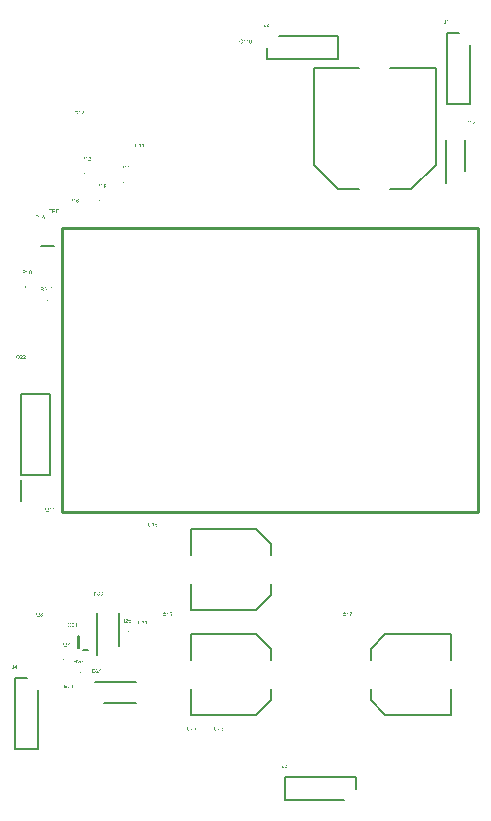
<source format=gto>
G04*
G04 #@! TF.GenerationSoftware,Altium Limited,Altium Designer,21.2.2 (38)*
G04*
G04 Layer_Color=65535*
%FSLAX23Y23*%
%MOIN*%
G70*
G04*
G04 #@! TF.SameCoordinates,6939E313-D8E2-45C8-8463-115B02E7E026*
G04*
G04*
G04 #@! TF.FilePolarity,Positive*
G04*
G01*
G75*
%ADD10C,0.002*%
%ADD11C,0.008*%
%ADD12C,0.010*%
G36*
X1224Y1398D02*
X1225D01*
Y1397D01*
X1224D01*
Y1394D01*
X1222D01*
Y1397D01*
X1216D01*
Y1398D01*
X1222Y1406D01*
X1224D01*
Y1398D01*
D02*
G37*
G36*
X1212Y1406D02*
X1212Y1406D01*
X1212Y1406D01*
X1212Y1406D01*
X1212Y1406D01*
X1213Y1406D01*
X1213Y1406D01*
X1213Y1406D01*
X1214Y1406D01*
X1214Y1406D01*
X1214Y1405D01*
X1214Y1405D01*
X1214Y1405D01*
X1214Y1405D01*
X1214Y1405D01*
X1214Y1405D01*
X1214Y1405D01*
X1215Y1405D01*
X1215Y1405D01*
X1215Y1404D01*
X1215Y1404D01*
X1215Y1404D01*
X1215Y1403D01*
X1215Y1403D01*
X1215Y1403D01*
Y1403D01*
Y1403D01*
X1215Y1403D01*
X1215Y1402D01*
X1215Y1402D01*
X1215Y1402D01*
X1215Y1402D01*
X1215Y1401D01*
X1215Y1401D01*
X1215Y1401D01*
X1215Y1401D01*
X1215Y1401D01*
X1215Y1401D01*
X1214Y1400D01*
X1214Y1400D01*
X1214Y1400D01*
X1214Y1400D01*
X1214Y1400D01*
X1214Y1400D01*
X1214Y1399D01*
X1213Y1399D01*
X1213Y1399D01*
X1213Y1399D01*
X1213Y1399D01*
X1213Y1399D01*
X1213Y1398D01*
X1212Y1398D01*
X1212Y1398D01*
X1212Y1398D01*
X1211Y1398D01*
X1211Y1398D01*
X1211Y1397D01*
X1211Y1397D01*
X1211Y1397D01*
X1211Y1397D01*
X1211Y1397D01*
X1211Y1397D01*
X1210Y1397D01*
X1210Y1396D01*
X1210Y1396D01*
X1210Y1396D01*
X1210Y1396D01*
X1210Y1396D01*
X1210Y1396D01*
X1209Y1396D01*
X1209Y1396D01*
X1209Y1396D01*
X1209Y1395D01*
X1209Y1395D01*
X1215D01*
Y1394D01*
X1207D01*
Y1394D01*
Y1394D01*
Y1394D01*
X1207Y1394D01*
X1207Y1394D01*
X1207Y1394D01*
X1207Y1394D01*
X1207Y1395D01*
Y1395D01*
X1207Y1395D01*
X1207Y1395D01*
X1207Y1395D01*
X1207Y1395D01*
X1207Y1395D01*
X1208Y1396D01*
X1208Y1396D01*
X1208Y1396D01*
Y1396D01*
X1208Y1396D01*
X1208Y1397D01*
X1208Y1397D01*
X1209Y1397D01*
X1209Y1397D01*
X1209Y1398D01*
X1210Y1398D01*
X1210Y1398D01*
X1210Y1398D01*
X1210Y1398D01*
X1210Y1398D01*
X1210Y1399D01*
X1211Y1399D01*
X1211Y1399D01*
X1211Y1399D01*
X1211Y1399D01*
X1212Y1400D01*
X1212Y1400D01*
X1212Y1400D01*
X1213Y1401D01*
X1213Y1401D01*
X1213Y1401D01*
Y1401D01*
X1213Y1401D01*
X1213Y1401D01*
X1213Y1401D01*
X1213Y1401D01*
X1213Y1402D01*
X1213Y1402D01*
X1214Y1402D01*
X1214Y1403D01*
X1214Y1403D01*
Y1403D01*
Y1403D01*
X1214Y1403D01*
X1214Y1403D01*
X1214Y1403D01*
X1213Y1404D01*
X1213Y1404D01*
X1213Y1404D01*
X1213Y1404D01*
X1213Y1405D01*
X1213Y1405D01*
X1213Y1405D01*
X1212Y1405D01*
X1212Y1405D01*
X1212Y1405D01*
X1212Y1405D01*
X1211Y1405D01*
X1211D01*
X1211Y1405D01*
X1211Y1405D01*
X1211Y1405D01*
X1210Y1405D01*
X1210Y1405D01*
X1210Y1405D01*
X1209Y1404D01*
X1209Y1404D01*
X1209Y1404D01*
X1209Y1404D01*
X1209Y1404D01*
X1209Y1404D01*
X1209Y1403D01*
X1209Y1403D01*
X1209Y1403D01*
X1207Y1403D01*
Y1403D01*
X1207Y1403D01*
Y1403D01*
X1207Y1403D01*
X1207Y1403D01*
X1207Y1403D01*
X1207Y1404D01*
X1207Y1404D01*
X1207Y1404D01*
X1208Y1405D01*
X1208Y1405D01*
X1208Y1405D01*
X1208Y1405D01*
X1208Y1405D01*
X1208Y1405D01*
X1208Y1406D01*
X1208Y1406D01*
X1208Y1406D01*
X1209Y1406D01*
X1209Y1406D01*
X1209Y1406D01*
X1209Y1406D01*
X1209Y1406D01*
X1209Y1406D01*
X1210Y1406D01*
X1210Y1406D01*
X1210Y1406D01*
X1211Y1406D01*
X1211Y1406D01*
X1211Y1406D01*
X1211D01*
X1212Y1406D01*
D02*
G37*
G36*
X1201Y1406D02*
X1201D01*
X1201Y1406D01*
X1202Y1406D01*
X1202Y1406D01*
X1203Y1406D01*
X1203Y1406D01*
X1203Y1406D01*
X1203D01*
X1203Y1406D01*
X1203Y1406D01*
X1203Y1406D01*
X1204Y1406D01*
X1204Y1406D01*
X1204Y1405D01*
X1204Y1405D01*
X1204Y1405D01*
Y1405D01*
X1204Y1405D01*
X1205Y1405D01*
X1205Y1404D01*
X1205Y1404D01*
X1205Y1404D01*
X1205Y1404D01*
X1205Y1403D01*
X1205Y1403D01*
Y1403D01*
Y1403D01*
Y1403D01*
X1205Y1403D01*
Y1403D01*
X1205Y1402D01*
X1205Y1402D01*
X1205Y1402D01*
X1205Y1401D01*
X1204Y1401D01*
X1204Y1401D01*
X1204Y1401D01*
X1204Y1401D01*
X1204Y1401D01*
X1204Y1400D01*
X1204Y1400D01*
X1204Y1400D01*
X1204Y1400D01*
X1204Y1400D01*
X1203Y1400D01*
X1203Y1400D01*
X1203Y1400D01*
X1203Y1400D01*
X1203Y1400D01*
X1202Y1400D01*
X1202Y1400D01*
X1202Y1399D01*
X1201Y1399D01*
X1201Y1399D01*
X1201Y1399D01*
X1202Y1399D01*
X1202Y1399D01*
X1202Y1399D01*
X1202Y1399D01*
X1202Y1399D01*
X1202Y1399D01*
X1202Y1399D01*
X1203Y1398D01*
X1203Y1398D01*
X1203Y1398D01*
X1203Y1398D01*
X1204Y1397D01*
X1204Y1397D01*
X1206Y1394D01*
X1204D01*
X1202Y1396D01*
Y1396D01*
X1202Y1396D01*
X1202Y1396D01*
X1202Y1396D01*
X1202Y1397D01*
X1202Y1397D01*
X1202Y1397D01*
X1201Y1397D01*
X1201Y1398D01*
X1201Y1398D01*
X1201Y1398D01*
X1201Y1398D01*
X1201Y1398D01*
X1201Y1398D01*
X1200Y1399D01*
X1200Y1399D01*
X1200Y1399D01*
X1200Y1399D01*
X1200Y1399D01*
X1200Y1399D01*
X1200Y1399D01*
X1200Y1399D01*
X1200Y1399D01*
X1199Y1399D01*
X1199D01*
X1199Y1399D01*
X1199D01*
X1199Y1399D01*
X1199Y1399D01*
X1199D01*
X1199Y1399D01*
X1196D01*
Y1394D01*
X1195D01*
Y1406D01*
X1201D01*
X1201Y1406D01*
D02*
G37*
G36*
X1502Y1946D02*
X1502D01*
X1502Y1946D01*
X1503Y1946D01*
X1503Y1946D01*
X1503Y1946D01*
X1504Y1946D01*
X1504Y1946D01*
X1504Y1946D01*
X1504Y1946D01*
X1504Y1946D01*
X1504Y1946D01*
X1504Y1945D01*
X1504Y1945D01*
X1504Y1945D01*
X1505Y1945D01*
X1505Y1945D01*
X1505Y1944D01*
X1505Y1944D01*
X1505Y1943D01*
X1504Y1943D01*
Y1943D01*
X1504Y1943D01*
X1504Y1943D01*
X1504Y1943D01*
X1504Y1944D01*
X1504Y1944D01*
X1503Y1944D01*
X1503Y1944D01*
X1503Y1944D01*
X1503Y1945D01*
X1503Y1945D01*
X1503Y1945D01*
X1503Y1945D01*
X1503Y1945D01*
X1502Y1945D01*
X1502Y1945D01*
X1502Y1945D01*
X1501D01*
X1501Y1945D01*
X1501Y1945D01*
X1501Y1945D01*
X1501Y1945D01*
X1500Y1945D01*
X1500Y1945D01*
X1500Y1945D01*
X1500Y1945D01*
X1500Y1945D01*
X1500Y1944D01*
X1500Y1944D01*
X1499Y1944D01*
X1499Y1944D01*
X1499Y1943D01*
Y1943D01*
X1499Y1943D01*
X1499Y1943D01*
X1499Y1943D01*
X1499Y1943D01*
X1499Y1943D01*
X1499Y1943D01*
X1499Y1942D01*
X1499Y1942D01*
X1499Y1942D01*
X1499Y1942D01*
X1499Y1941D01*
X1499Y1941D01*
X1499Y1941D01*
X1499Y1941D01*
Y1940D01*
X1499Y1940D01*
X1499Y1940D01*
X1499Y1940D01*
X1499Y1941D01*
X1499Y1941D01*
X1499Y1941D01*
X1500Y1941D01*
X1500Y1941D01*
X1500D01*
X1500Y1941D01*
X1500Y1942D01*
X1500Y1942D01*
X1501Y1942D01*
X1501Y1942D01*
X1501Y1942D01*
X1501Y1942D01*
X1502Y1942D01*
X1502D01*
X1502Y1942D01*
X1502Y1942D01*
X1502Y1942D01*
X1503Y1942D01*
X1503Y1942D01*
X1503Y1942D01*
X1503Y1942D01*
X1504Y1941D01*
X1504Y1941D01*
X1504Y1941D01*
X1504Y1941D01*
X1504Y1941D01*
X1504Y1941D01*
X1505Y1941D01*
X1505Y1941D01*
X1505Y1941D01*
X1505Y1940D01*
X1505Y1940D01*
X1505Y1940D01*
X1505Y1940D01*
X1505Y1940D01*
X1505Y1940D01*
X1505Y1939D01*
X1505Y1939D01*
X1505Y1939D01*
X1506Y1938D01*
X1506Y1938D01*
X1506Y1938D01*
Y1938D01*
Y1938D01*
Y1938D01*
Y1938D01*
X1506Y1937D01*
Y1937D01*
X1505Y1937D01*
X1505Y1937D01*
X1505Y1936D01*
X1505Y1936D01*
X1505Y1936D01*
Y1935D01*
X1505Y1935D01*
X1505Y1935D01*
X1505Y1935D01*
X1505Y1935D01*
X1505Y1935D01*
X1504Y1935D01*
X1504Y1934D01*
X1504Y1934D01*
X1504Y1934D01*
X1504D01*
X1504Y1934D01*
X1504Y1934D01*
X1503Y1934D01*
X1503Y1934D01*
X1503Y1934D01*
X1503Y1934D01*
X1502Y1933D01*
X1502Y1933D01*
X1502Y1933D01*
X1501D01*
X1501Y1933D01*
X1501D01*
X1501Y1933D01*
X1501Y1933D01*
X1501Y1934D01*
X1500Y1934D01*
X1500Y1934D01*
X1500Y1934D01*
X1500Y1934D01*
X1499Y1934D01*
X1499Y1934D01*
X1499Y1934D01*
X1499Y1935D01*
X1498Y1935D01*
X1498Y1935D01*
X1498Y1935D01*
X1498Y1935D01*
X1498Y1935D01*
X1498Y1935D01*
X1498Y1935D01*
X1498Y1936D01*
X1498Y1936D01*
X1498Y1936D01*
X1497Y1937D01*
X1497Y1937D01*
X1497Y1937D01*
X1497Y1938D01*
X1497Y1938D01*
X1497Y1939D01*
X1497Y1940D01*
Y1940D01*
Y1940D01*
Y1940D01*
Y1940D01*
X1497Y1940D01*
Y1940D01*
X1497Y1940D01*
X1497Y1941D01*
X1497Y1941D01*
X1497Y1942D01*
X1497Y1942D01*
X1497Y1943D01*
X1498Y1943D01*
X1498Y1943D01*
X1498Y1944D01*
X1498Y1944D01*
X1498Y1945D01*
X1498Y1945D01*
X1498Y1945D01*
X1499Y1945D01*
X1499Y1945D01*
X1499Y1945D01*
X1499Y1945D01*
X1499Y1945D01*
X1499Y1946D01*
X1499Y1946D01*
X1500Y1946D01*
X1500Y1946D01*
X1500Y1946D01*
X1500Y1946D01*
X1501Y1946D01*
X1501Y1946D01*
X1501Y1946D01*
X1502Y1946D01*
X1502D01*
X1502Y1946D01*
D02*
G37*
G36*
X1481Y1947D02*
X1481Y1947D01*
X1481Y1947D01*
X1481Y1947D01*
X1482Y1946D01*
X1482Y1946D01*
X1483Y1946D01*
X1483Y1946D01*
X1483Y1946D01*
X1483Y1946D01*
X1484Y1946D01*
X1484Y1946D01*
X1484Y1946D01*
X1484Y1946D01*
X1484Y1945D01*
X1484Y1945D01*
X1484Y1945D01*
X1484Y1945D01*
X1484Y1945D01*
X1485Y1945D01*
X1485Y1945D01*
X1485Y1944D01*
X1485Y1944D01*
X1485Y1944D01*
X1485Y1944D01*
X1485Y1943D01*
X1486Y1943D01*
X1484Y1942D01*
Y1943D01*
X1484Y1943D01*
X1484Y1943D01*
X1484Y1943D01*
X1484Y1943D01*
X1484Y1943D01*
X1484Y1943D01*
X1483Y1944D01*
X1483Y1944D01*
X1483Y1944D01*
X1483Y1945D01*
X1483Y1945D01*
X1482Y1945D01*
X1482Y1945D01*
X1482Y1945D01*
X1482Y1945D01*
X1481Y1945D01*
X1481Y1945D01*
X1480Y1945D01*
X1480D01*
X1480Y1945D01*
X1480D01*
X1480Y1945D01*
X1480Y1945D01*
X1479Y1945D01*
X1479Y1945D01*
X1478Y1945D01*
X1478Y1944D01*
X1478D01*
X1478Y1944D01*
X1478Y1944D01*
X1478Y1944D01*
X1477Y1944D01*
X1477Y1944D01*
X1477Y1943D01*
X1477Y1943D01*
X1477Y1943D01*
Y1943D01*
X1477Y1942D01*
X1477Y1942D01*
X1477Y1942D01*
X1476Y1942D01*
X1476Y1942D01*
X1476Y1942D01*
X1476Y1941D01*
X1476Y1941D01*
X1476Y1941D01*
X1476Y1940D01*
Y1940D01*
Y1940D01*
Y1940D01*
Y1940D01*
X1476Y1940D01*
Y1940D01*
X1476Y1939D01*
X1476Y1939D01*
X1476Y1939D01*
X1476Y1938D01*
X1476Y1938D01*
X1477Y1937D01*
Y1937D01*
X1477Y1937D01*
X1477Y1937D01*
X1477Y1937D01*
X1477Y1937D01*
X1477Y1937D01*
X1477Y1936D01*
X1477Y1936D01*
X1478Y1936D01*
X1478Y1935D01*
X1478D01*
X1478Y1935D01*
X1478Y1935D01*
X1478Y1935D01*
X1478Y1935D01*
X1479Y1935D01*
X1479Y1935D01*
X1479Y1935D01*
X1479Y1935D01*
X1480Y1935D01*
X1480Y1935D01*
X1480D01*
X1481Y1935D01*
X1481D01*
X1481Y1935D01*
X1481Y1935D01*
X1482Y1935D01*
X1482Y1935D01*
X1482Y1935D01*
X1483Y1935D01*
X1483Y1936D01*
X1483Y1936D01*
X1483Y1936D01*
X1483Y1936D01*
X1483Y1936D01*
X1483Y1936D01*
X1483Y1936D01*
X1483Y1936D01*
X1483Y1936D01*
X1483Y1936D01*
X1483Y1937D01*
X1484Y1937D01*
X1484Y1937D01*
X1484Y1937D01*
X1484Y1938D01*
X1484Y1938D01*
X1484Y1938D01*
X1486Y1938D01*
Y1938D01*
X1486Y1938D01*
X1486Y1937D01*
X1486Y1937D01*
X1486Y1937D01*
X1486Y1937D01*
X1485Y1937D01*
X1485Y1936D01*
X1485Y1936D01*
X1485Y1935D01*
X1485Y1935D01*
X1484Y1935D01*
X1484Y1935D01*
X1484Y1934D01*
X1484Y1934D01*
X1484Y1934D01*
X1484Y1934D01*
X1484Y1934D01*
X1483Y1934D01*
X1483Y1934D01*
X1483Y1934D01*
X1483Y1934D01*
X1483Y1934D01*
X1482Y1934D01*
X1482Y1934D01*
X1482Y1934D01*
X1482Y1933D01*
X1481Y1933D01*
X1481Y1933D01*
X1480Y1933D01*
X1480D01*
X1480Y1933D01*
X1480D01*
X1480Y1933D01*
X1480Y1933D01*
X1479Y1933D01*
X1479Y1934D01*
X1478Y1934D01*
X1478Y1934D01*
X1477Y1934D01*
X1477Y1934D01*
X1477Y1934D01*
X1477Y1934D01*
X1477Y1934D01*
X1477Y1934D01*
X1477Y1934D01*
X1477Y1935D01*
X1476Y1935D01*
X1476Y1935D01*
X1476Y1935D01*
X1476Y1935D01*
X1476Y1936D01*
X1475Y1936D01*
X1475Y1937D01*
Y1937D01*
X1475Y1937D01*
X1475Y1937D01*
X1475Y1937D01*
X1475Y1937D01*
X1475Y1937D01*
X1475Y1937D01*
X1475Y1938D01*
X1475Y1938D01*
X1475Y1938D01*
X1475Y1939D01*
X1474Y1939D01*
X1474Y1940D01*
Y1940D01*
Y1940D01*
Y1940D01*
X1474Y1940D01*
Y1941D01*
X1474Y1941D01*
X1474Y1941D01*
X1475Y1941D01*
X1475Y1942D01*
X1475Y1942D01*
X1475Y1943D01*
X1475Y1944D01*
X1475Y1944D01*
X1475Y1944D01*
X1475Y1944D01*
X1475Y1944D01*
X1475Y1944D01*
X1476Y1944D01*
X1476Y1944D01*
X1476Y1945D01*
X1476Y1945D01*
X1477Y1946D01*
X1477Y1946D01*
X1477Y1946D01*
X1477Y1946D01*
X1478Y1946D01*
X1478Y1946D01*
X1478Y1946D01*
X1478Y1946D01*
X1478Y1946D01*
X1478Y1946D01*
X1479Y1946D01*
X1479Y1946D01*
X1479Y1946D01*
X1480Y1947D01*
X1480Y1947D01*
X1481D01*
X1481Y1947D01*
D02*
G37*
G36*
X1493Y1934D02*
X1492D01*
Y1944D01*
X1492Y1944D01*
X1491Y1944D01*
X1491Y1943D01*
X1491Y1943D01*
X1491Y1943D01*
X1491Y1943D01*
X1490Y1943D01*
X1490Y1943D01*
X1490D01*
X1490Y1942D01*
X1490Y1942D01*
X1490Y1942D01*
X1490Y1942D01*
X1489Y1942D01*
X1489Y1942D01*
X1489Y1942D01*
X1488Y1942D01*
Y1943D01*
X1488D01*
X1488Y1943D01*
X1489Y1943D01*
X1489Y1943D01*
X1489Y1943D01*
X1489Y1943D01*
X1489Y1944D01*
X1490Y1944D01*
X1490Y1944D01*
X1490Y1944D01*
X1491Y1945D01*
X1491Y1945D01*
X1491Y1945D01*
X1491Y1945D01*
X1491Y1945D01*
X1491Y1945D01*
X1491Y1945D01*
X1491Y1946D01*
X1492Y1946D01*
X1492Y1946D01*
X1492Y1946D01*
X1493D01*
Y1934D01*
D02*
G37*
G36*
X1786Y3557D02*
X1786Y3557D01*
X1786Y3557D01*
X1786Y3557D01*
X1787Y3556D01*
X1787Y3556D01*
X1788Y3556D01*
X1788Y3556D01*
X1788Y3556D01*
X1788Y3556D01*
X1789Y3556D01*
X1789Y3556D01*
X1789Y3556D01*
X1789Y3556D01*
X1789Y3555D01*
X1789Y3555D01*
X1789Y3555D01*
X1789Y3555D01*
X1789Y3555D01*
X1790Y3555D01*
X1790Y3555D01*
X1790Y3554D01*
X1790Y3554D01*
X1790Y3554D01*
X1790Y3554D01*
X1790Y3553D01*
X1791Y3553D01*
X1789Y3552D01*
Y3553D01*
X1789Y3553D01*
X1789Y3553D01*
X1789Y3553D01*
X1789Y3553D01*
X1789Y3553D01*
X1789Y3553D01*
X1788Y3554D01*
X1788Y3554D01*
X1788Y3554D01*
X1788Y3555D01*
X1788Y3555D01*
X1787Y3555D01*
X1787Y3555D01*
X1787Y3555D01*
X1787Y3555D01*
X1786Y3555D01*
X1786Y3555D01*
X1785Y3555D01*
X1785D01*
X1785Y3555D01*
X1785D01*
X1785Y3555D01*
X1785Y3555D01*
X1784Y3555D01*
X1784Y3555D01*
X1783Y3555D01*
X1783Y3554D01*
X1783D01*
X1783Y3554D01*
X1783Y3554D01*
X1783Y3554D01*
X1782Y3554D01*
X1782Y3554D01*
X1782Y3553D01*
X1782Y3553D01*
X1782Y3553D01*
Y3553D01*
X1782Y3552D01*
X1782Y3552D01*
X1782Y3552D01*
X1781Y3552D01*
X1781Y3552D01*
X1781Y3552D01*
X1781Y3551D01*
X1781Y3551D01*
X1781Y3551D01*
X1781Y3550D01*
Y3550D01*
Y3550D01*
Y3550D01*
Y3550D01*
X1781Y3550D01*
Y3550D01*
X1781Y3549D01*
X1781Y3549D01*
X1781Y3549D01*
X1781Y3548D01*
X1782Y3548D01*
X1782Y3547D01*
Y3547D01*
X1782Y3547D01*
X1782Y3547D01*
X1782Y3547D01*
X1782Y3547D01*
X1782Y3547D01*
X1782Y3546D01*
X1782Y3546D01*
X1783Y3546D01*
X1783Y3545D01*
X1783D01*
X1783Y3545D01*
X1783Y3545D01*
X1783Y3545D01*
X1783Y3545D01*
X1784Y3545D01*
X1784Y3545D01*
X1784Y3545D01*
X1784Y3545D01*
X1785Y3545D01*
X1785Y3545D01*
X1785D01*
X1786Y3545D01*
X1786D01*
X1786Y3545D01*
X1786Y3545D01*
X1787Y3545D01*
X1787Y3545D01*
X1787Y3545D01*
X1788Y3545D01*
X1788Y3546D01*
X1788Y3546D01*
X1788Y3546D01*
X1788Y3546D01*
X1788Y3546D01*
X1788Y3546D01*
X1788Y3546D01*
X1788Y3546D01*
X1788Y3546D01*
X1788Y3546D01*
X1789Y3547D01*
X1789Y3547D01*
X1789Y3547D01*
X1789Y3547D01*
X1789Y3548D01*
X1789Y3548D01*
X1789Y3548D01*
X1791Y3548D01*
Y3548D01*
X1791Y3548D01*
X1791Y3547D01*
X1791Y3547D01*
X1791Y3547D01*
X1791Y3547D01*
X1790Y3547D01*
X1790Y3546D01*
X1790Y3546D01*
X1790Y3545D01*
X1790Y3545D01*
X1789Y3545D01*
X1789Y3545D01*
X1789Y3544D01*
X1789Y3544D01*
X1789Y3544D01*
X1789Y3544D01*
X1789Y3544D01*
X1788Y3544D01*
X1788Y3544D01*
X1788Y3544D01*
X1788Y3544D01*
X1788Y3544D01*
X1787Y3544D01*
X1787Y3544D01*
X1787Y3544D01*
X1787Y3543D01*
X1786Y3543D01*
X1786Y3543D01*
X1785Y3543D01*
X1785D01*
X1785Y3543D01*
X1785D01*
X1785Y3543D01*
X1785Y3543D01*
X1784Y3543D01*
X1784Y3544D01*
X1783Y3544D01*
X1783Y3544D01*
X1782Y3544D01*
X1782Y3544D01*
X1782Y3544D01*
X1782Y3544D01*
X1782Y3544D01*
X1782Y3544D01*
X1782Y3544D01*
X1782Y3545D01*
X1782Y3545D01*
X1781Y3545D01*
X1781Y3545D01*
X1781Y3545D01*
X1781Y3546D01*
X1780Y3546D01*
X1780Y3547D01*
Y3547D01*
X1780Y3547D01*
X1780Y3547D01*
X1780Y3547D01*
X1780Y3547D01*
X1780Y3547D01*
X1780Y3547D01*
X1780Y3548D01*
X1780Y3548D01*
X1780Y3548D01*
X1780Y3549D01*
X1779Y3549D01*
X1779Y3550D01*
Y3550D01*
Y3550D01*
Y3550D01*
X1779Y3550D01*
Y3551D01*
X1779Y3551D01*
X1780Y3551D01*
X1780Y3551D01*
X1780Y3552D01*
X1780Y3552D01*
X1780Y3553D01*
X1780Y3554D01*
X1780Y3554D01*
X1780Y3554D01*
X1780Y3554D01*
X1780Y3554D01*
X1780Y3554D01*
X1781Y3554D01*
X1781Y3554D01*
X1781Y3555D01*
X1781Y3555D01*
X1782Y3556D01*
X1782Y3556D01*
X1782Y3556D01*
X1782Y3556D01*
X1783Y3556D01*
X1783Y3556D01*
X1783Y3556D01*
X1783Y3556D01*
X1783Y3556D01*
X1783Y3556D01*
X1784Y3556D01*
X1784Y3556D01*
X1784Y3556D01*
X1785Y3557D01*
X1785Y3557D01*
X1786D01*
X1786Y3557D01*
D02*
G37*
G36*
X1816Y3556D02*
X1816D01*
X1817Y3556D01*
X1817Y3556D01*
X1817Y3556D01*
X1818Y3556D01*
X1818Y3556D01*
X1818Y3556D01*
X1818D01*
X1818Y3556D01*
X1819Y3556D01*
X1819Y3556D01*
X1819Y3555D01*
X1819Y3555D01*
X1819Y3555D01*
X1820Y3555D01*
X1820Y3554D01*
X1820Y3554D01*
Y3554D01*
X1820Y3554D01*
X1820Y3554D01*
X1820Y3554D01*
X1820Y3553D01*
X1820Y3553D01*
X1820Y3553D01*
X1820Y3553D01*
X1820Y3553D01*
X1820Y3552D01*
X1820Y3552D01*
X1820Y3552D01*
X1820Y3551D01*
X1821Y3551D01*
X1821Y3551D01*
Y3550D01*
Y3550D01*
Y3550D01*
Y3550D01*
Y3550D01*
X1821Y3550D01*
Y3549D01*
X1821Y3549D01*
X1820Y3549D01*
X1820Y3548D01*
X1820Y3548D01*
X1820Y3547D01*
X1820Y3547D01*
X1820Y3546D01*
Y3546D01*
X1820Y3546D01*
X1820Y3546D01*
X1820Y3546D01*
X1820Y3546D01*
X1820Y3546D01*
X1820Y3546D01*
X1819Y3545D01*
X1819Y3545D01*
X1819Y3544D01*
X1818Y3544D01*
X1818D01*
X1818Y3544D01*
X1818Y3544D01*
X1818Y3544D01*
X1818Y3544D01*
X1818Y3544D01*
X1818Y3544D01*
X1818Y3544D01*
X1817Y3544D01*
X1817Y3543D01*
X1816Y3543D01*
X1816Y3543D01*
X1816D01*
X1816Y3543D01*
X1816D01*
X1815Y3543D01*
X1815Y3543D01*
X1815Y3544D01*
X1814Y3544D01*
X1814Y3544D01*
X1814Y3544D01*
X1813Y3544D01*
X1813Y3544D01*
X1813Y3544D01*
X1813Y3544D01*
X1813Y3544D01*
X1813Y3544D01*
X1813Y3545D01*
X1813Y3545D01*
X1813Y3545D01*
X1813Y3546D01*
X1812Y3546D01*
X1812Y3547D01*
X1814Y3547D01*
Y3547D01*
X1814Y3547D01*
Y3547D01*
X1814Y3547D01*
X1814Y3546D01*
X1814Y3546D01*
X1814Y3546D01*
X1814Y3546D01*
X1814Y3545D01*
X1815Y3545D01*
X1815Y3545D01*
X1815Y3545D01*
X1815Y3545D01*
X1815Y3545D01*
X1815Y3545D01*
X1815Y3545D01*
X1816Y3545D01*
X1816Y3545D01*
X1816D01*
X1816Y3545D01*
X1816Y3545D01*
X1817Y3545D01*
X1817Y3545D01*
X1817Y3545D01*
X1817Y3545D01*
X1817Y3545D01*
X1817Y3545D01*
X1817Y3545D01*
X1818Y3545D01*
X1818Y3545D01*
X1818Y3546D01*
X1818Y3546D01*
X1818Y3546D01*
X1818Y3546D01*
X1818Y3546D01*
X1818Y3546D01*
X1818Y3546D01*
X1818Y3547D01*
X1819Y3547D01*
X1819Y3547D01*
X1819Y3547D01*
Y3547D01*
X1819Y3547D01*
Y3547D01*
X1819Y3548D01*
X1819Y3548D01*
X1819Y3548D01*
X1819Y3548D01*
X1819Y3549D01*
X1819Y3549D01*
X1819Y3549D01*
Y3549D01*
Y3549D01*
Y3549D01*
Y3550D01*
X1819Y3550D01*
X1819Y3550D01*
X1819Y3549D01*
X1819Y3549D01*
X1818Y3549D01*
X1818Y3549D01*
X1818Y3549D01*
X1818Y3548D01*
X1818Y3548D01*
X1818Y3548D01*
X1817Y3548D01*
X1817Y3548D01*
X1817Y3548D01*
X1817Y3548D01*
X1816Y3548D01*
X1816Y3548D01*
X1816D01*
X1816Y3548D01*
X1815Y3548D01*
X1815Y3548D01*
X1815Y3548D01*
X1815Y3548D01*
X1815Y3548D01*
X1814Y3548D01*
X1814Y3548D01*
X1814Y3549D01*
X1814Y3549D01*
X1813Y3549D01*
X1813Y3549D01*
X1813Y3549D01*
X1813Y3549D01*
X1813Y3549D01*
X1813Y3549D01*
X1813Y3549D01*
X1813Y3550D01*
X1813Y3550D01*
X1813Y3550D01*
X1813Y3550D01*
X1812Y3550D01*
X1812Y3551D01*
X1812Y3551D01*
X1812Y3551D01*
X1812Y3551D01*
X1812Y3552D01*
X1812Y3552D01*
Y3552D01*
Y3552D01*
Y3552D01*
X1812Y3552D01*
X1812Y3553D01*
X1812Y3553D01*
X1812Y3553D01*
X1812Y3553D01*
X1812Y3554D01*
X1812Y3554D01*
X1813Y3554D01*
X1813Y3555D01*
X1813Y3555D01*
X1813Y3555D01*
X1813Y3555D01*
X1813Y3555D01*
X1813Y3555D01*
X1813Y3555D01*
X1813Y3555D01*
X1814Y3556D01*
X1814Y3556D01*
X1814Y3556D01*
X1814Y3556D01*
X1814Y3556D01*
X1814Y3556D01*
X1815Y3556D01*
X1815Y3556D01*
X1816Y3556D01*
X1816Y3556D01*
X1816Y3556D01*
X1816D01*
X1816Y3556D01*
D02*
G37*
G36*
X1808Y3544D02*
X1807D01*
Y3554D01*
X1807Y3554D01*
X1806Y3554D01*
X1806Y3553D01*
X1806Y3553D01*
X1806Y3553D01*
X1806Y3553D01*
X1805Y3553D01*
X1805Y3553D01*
X1805D01*
X1805Y3552D01*
X1805Y3552D01*
X1805Y3552D01*
X1804Y3552D01*
X1804Y3552D01*
X1804Y3552D01*
X1804Y3552D01*
X1803Y3552D01*
Y3553D01*
X1803D01*
X1803Y3553D01*
X1804Y3553D01*
X1804Y3553D01*
X1804Y3553D01*
X1804Y3553D01*
X1804Y3554D01*
X1805Y3554D01*
X1805Y3554D01*
X1805Y3554D01*
X1806Y3555D01*
X1806Y3555D01*
X1806Y3555D01*
X1806Y3555D01*
X1806Y3555D01*
X1806Y3555D01*
X1806Y3555D01*
X1806Y3556D01*
X1807Y3556D01*
X1807Y3556D01*
X1807Y3556D01*
X1808D01*
Y3544D01*
D02*
G37*
G36*
X1798D02*
X1797D01*
Y3554D01*
X1797Y3554D01*
X1796Y3554D01*
X1796Y3553D01*
X1796Y3553D01*
X1796Y3553D01*
X1796Y3553D01*
X1795Y3553D01*
X1795Y3553D01*
X1795D01*
X1795Y3552D01*
X1795Y3552D01*
X1795Y3552D01*
X1795Y3552D01*
X1794Y3552D01*
X1794Y3552D01*
X1794Y3552D01*
X1793Y3552D01*
Y3553D01*
X1793D01*
X1793Y3553D01*
X1794Y3553D01*
X1794Y3553D01*
X1794Y3553D01*
X1794Y3553D01*
X1794Y3554D01*
X1795Y3554D01*
X1795Y3554D01*
X1795Y3554D01*
X1796Y3555D01*
X1796Y3555D01*
X1796Y3555D01*
X1796Y3555D01*
X1796Y3555D01*
X1796Y3555D01*
X1796Y3555D01*
X1796Y3556D01*
X1797Y3556D01*
X1797Y3556D01*
X1797Y3556D01*
X1798D01*
Y3544D01*
D02*
G37*
G36*
X2561Y3286D02*
X2561Y3286D01*
X2561Y3286D01*
X2562Y3286D01*
X2562Y3286D01*
X2562Y3286D01*
X2563Y3286D01*
X2563Y3286D01*
X2563Y3286D01*
X2563Y3286D01*
X2564Y3285D01*
X2564Y3285D01*
X2564Y3285D01*
X2564Y3285D01*
X2564Y3285D01*
X2564Y3285D01*
X2564Y3285D01*
X2564Y3285D01*
X2564Y3285D01*
X2564Y3284D01*
X2565Y3284D01*
X2565Y3284D01*
X2565Y3283D01*
X2565Y3283D01*
X2565Y3283D01*
Y3283D01*
Y3283D01*
X2565Y3283D01*
X2565Y3282D01*
X2565Y3282D01*
X2565Y3282D01*
X2565Y3282D01*
X2564Y3281D01*
X2564Y3281D01*
X2564Y3281D01*
X2564Y3281D01*
X2564Y3281D01*
X2564Y3281D01*
X2564Y3280D01*
X2564Y3280D01*
X2563Y3280D01*
X2563Y3280D01*
X2563Y3280D01*
X2563Y3280D01*
X2563Y3279D01*
X2563Y3279D01*
X2563Y3279D01*
X2563Y3279D01*
X2562Y3279D01*
X2562Y3279D01*
X2562Y3278D01*
X2562Y3278D01*
X2562Y3278D01*
X2561Y3278D01*
X2561Y3278D01*
X2561Y3278D01*
X2561Y3277D01*
X2561Y3277D01*
X2561Y3277D01*
X2561Y3277D01*
X2560Y3277D01*
X2560Y3277D01*
X2560Y3277D01*
X2560Y3276D01*
X2559Y3276D01*
X2559Y3276D01*
X2559Y3276D01*
X2559Y3276D01*
X2559Y3276D01*
X2559Y3276D01*
X2559Y3276D01*
X2559Y3276D01*
X2559Y3275D01*
X2558Y3275D01*
X2565D01*
Y3274D01*
X2556D01*
Y3274D01*
Y3274D01*
Y3274D01*
X2556Y3274D01*
X2556Y3274D01*
X2556Y3274D01*
X2556Y3274D01*
X2556Y3275D01*
Y3275D01*
X2556Y3275D01*
X2557Y3275D01*
X2557Y3275D01*
X2557Y3275D01*
X2557Y3275D01*
X2557Y3276D01*
X2557Y3276D01*
X2558Y3276D01*
Y3276D01*
X2558Y3276D01*
X2558Y3277D01*
X2558Y3277D01*
X2558Y3277D01*
X2558Y3277D01*
X2559Y3278D01*
X2559Y3278D01*
X2560Y3278D01*
X2560Y3278D01*
X2560Y3278D01*
X2560Y3278D01*
X2560Y3279D01*
X2560Y3279D01*
X2560Y3279D01*
X2560Y3279D01*
X2561Y3279D01*
X2561Y3280D01*
X2562Y3280D01*
X2562Y3280D01*
X2562Y3281D01*
X2562Y3281D01*
X2562Y3281D01*
Y3281D01*
X2562Y3281D01*
X2562Y3281D01*
X2562Y3281D01*
X2563Y3281D01*
X2563Y3282D01*
X2563Y3282D01*
X2563Y3282D01*
X2563Y3283D01*
X2563Y3283D01*
Y3283D01*
Y3283D01*
X2563Y3283D01*
X2563Y3283D01*
X2563Y3283D01*
X2563Y3284D01*
X2563Y3284D01*
X2563Y3284D01*
X2562Y3284D01*
X2562Y3285D01*
X2562Y3285D01*
X2562Y3285D01*
X2562Y3285D01*
X2562Y3285D01*
X2561Y3285D01*
X2561Y3285D01*
X2561Y3285D01*
X2561D01*
X2561Y3285D01*
X2560Y3285D01*
X2560Y3285D01*
X2560Y3285D01*
X2559Y3285D01*
X2559Y3285D01*
X2559Y3284D01*
X2559Y3284D01*
X2559Y3284D01*
X2559Y3284D01*
X2559Y3284D01*
X2558Y3284D01*
X2558Y3283D01*
X2558Y3283D01*
X2558Y3283D01*
X2557Y3283D01*
Y3283D01*
X2557Y3283D01*
Y3283D01*
X2557Y3283D01*
X2557Y3283D01*
X2557Y3283D01*
X2557Y3284D01*
X2557Y3284D01*
X2557Y3284D01*
X2557Y3285D01*
X2557Y3285D01*
X2557Y3285D01*
X2558Y3285D01*
X2558Y3285D01*
X2558Y3285D01*
X2558Y3286D01*
X2558Y3286D01*
X2558Y3286D01*
X2558Y3286D01*
X2558Y3286D01*
X2558Y3286D01*
X2559Y3286D01*
X2559Y3286D01*
X2559Y3286D01*
X2559Y3286D01*
X2560Y3286D01*
X2560Y3286D01*
X2560Y3286D01*
X2560Y3286D01*
X2561Y3286D01*
X2561D01*
X2561Y3286D01*
D02*
G37*
G36*
X2552Y3274D02*
X2551D01*
Y3284D01*
X2551Y3284D01*
X2551Y3283D01*
X2551Y3283D01*
X2550Y3283D01*
X2550Y3283D01*
X2550Y3283D01*
X2550Y3283D01*
X2549Y3282D01*
X2549D01*
X2549Y3282D01*
X2549Y3282D01*
X2549Y3282D01*
X2549Y3282D01*
X2549Y3282D01*
X2548Y3282D01*
X2548Y3282D01*
X2548Y3282D01*
Y3283D01*
X2548D01*
X2548Y3283D01*
X2548Y3283D01*
X2548Y3283D01*
X2548Y3283D01*
X2548Y3283D01*
X2549Y3284D01*
X2549Y3284D01*
X2549Y3284D01*
X2550Y3284D01*
X2550Y3285D01*
X2550Y3285D01*
X2550Y3285D01*
X2550Y3285D01*
X2550Y3285D01*
X2550Y3285D01*
X2551Y3285D01*
X2551Y3286D01*
X2551Y3286D01*
X2551Y3286D01*
X2551Y3286D01*
X2552D01*
Y3274D01*
D02*
G37*
G36*
X2545Y3285D02*
X2538Y3276D01*
X2537Y3275D01*
X2545D01*
Y3274D01*
X2535D01*
Y3275D01*
X2542Y3283D01*
Y3283D01*
X2542Y3283D01*
X2542Y3283D01*
X2542Y3284D01*
X2542Y3284D01*
X2542Y3284D01*
X2543Y3284D01*
X2543Y3285D01*
X2543Y3285D01*
X2536D01*
Y3286D01*
X2545D01*
Y3285D01*
D02*
G37*
G36*
X1027Y1463D02*
Y1463D01*
Y1463D01*
Y1463D01*
Y1463D01*
X1027Y1463D01*
Y1463D01*
X1027Y1462D01*
X1027Y1462D01*
X1027Y1461D01*
X1027Y1461D01*
X1027Y1461D01*
Y1461D01*
X1027Y1461D01*
X1027Y1460D01*
X1027Y1460D01*
X1026Y1460D01*
X1026Y1460D01*
X1026Y1460D01*
X1026Y1459D01*
X1025Y1459D01*
X1025Y1459D01*
X1025Y1459D01*
X1025Y1459D01*
X1025Y1459D01*
X1025Y1459D01*
X1024Y1459D01*
X1024Y1459D01*
X1023Y1459D01*
X1023D01*
X1023Y1459D01*
X1023Y1459D01*
X1023Y1459D01*
X1023Y1459D01*
X1022Y1459D01*
X1022Y1459D01*
X1021Y1459D01*
X1021Y1459D01*
X1021Y1460D01*
X1021Y1460D01*
X1021Y1460D01*
X1021Y1460D01*
X1021Y1460D01*
X1021Y1460D01*
X1021Y1460D01*
X1021Y1460D01*
X1021Y1460D01*
X1020Y1460D01*
X1020Y1461D01*
X1020Y1461D01*
X1020Y1461D01*
X1020Y1461D01*
X1020Y1462D01*
X1020Y1462D01*
X1020Y1462D01*
Y1463D01*
X1022Y1463D01*
Y1463D01*
Y1463D01*
Y1463D01*
X1022Y1463D01*
X1022Y1462D01*
Y1462D01*
X1022Y1462D01*
X1022Y1462D01*
X1022Y1461D01*
X1022Y1461D01*
X1022Y1461D01*
X1022Y1461D01*
X1022Y1461D01*
X1022Y1461D01*
X1022Y1461D01*
X1022Y1461D01*
X1023Y1460D01*
X1023Y1460D01*
X1023Y1460D01*
X1023Y1460D01*
X1024D01*
X1024Y1460D01*
X1024Y1460D01*
X1024Y1460D01*
X1024Y1460D01*
X1024Y1460D01*
X1025Y1461D01*
X1025Y1461D01*
X1025Y1461D01*
X1025Y1461D01*
X1025Y1461D01*
X1025Y1461D01*
X1025Y1461D01*
X1025Y1461D01*
X1025Y1461D01*
Y1461D01*
X1025Y1461D01*
X1025Y1462D01*
X1025Y1462D01*
X1025Y1462D01*
X1025Y1462D01*
X1025Y1463D01*
Y1463D01*
Y1472D01*
X1027D01*
Y1463D01*
D02*
G37*
G36*
X1036Y1464D02*
X1038D01*
Y1462D01*
X1036D01*
Y1459D01*
X1034D01*
Y1462D01*
X1029D01*
Y1464D01*
X1035Y1472D01*
X1036D01*
Y1464D01*
D02*
G37*
G36*
X1935Y1143D02*
X1935Y1143D01*
X1935Y1143D01*
X1935Y1143D01*
X1936Y1143D01*
X1936Y1142D01*
X1936D01*
X1936Y1142D01*
X1936Y1142D01*
X1936Y1142D01*
X1937Y1142D01*
X1937Y1142D01*
X1937Y1142D01*
X1937Y1141D01*
X1938Y1141D01*
X1938Y1141D01*
X1938Y1141D01*
X1938Y1141D01*
X1938Y1141D01*
X1938Y1140D01*
X1938Y1140D01*
X1938Y1140D01*
X1938Y1140D01*
Y1139D01*
Y1139D01*
X1938Y1139D01*
X1938Y1139D01*
X1938Y1139D01*
X1938Y1139D01*
X1938Y1138D01*
X1938Y1138D01*
X1938Y1138D01*
X1937Y1138D01*
X1937Y1138D01*
X1937Y1138D01*
X1937Y1137D01*
X1937Y1137D01*
X1937Y1137D01*
X1936Y1137D01*
X1936D01*
X1936Y1137D01*
X1936Y1137D01*
X1936Y1137D01*
X1937Y1137D01*
X1937Y1137D01*
X1937Y1137D01*
X1937Y1136D01*
X1938Y1136D01*
X1938Y1136D01*
X1938Y1136D01*
X1938Y1136D01*
X1938Y1136D01*
X1938Y1135D01*
X1938Y1135D01*
X1939Y1135D01*
X1939Y1134D01*
X1939Y1134D01*
Y1134D01*
Y1134D01*
Y1134D01*
X1939Y1133D01*
X1939Y1133D01*
X1939Y1133D01*
X1939Y1133D01*
X1938Y1133D01*
X1938Y1132D01*
X1938Y1132D01*
X1938Y1132D01*
X1938Y1132D01*
X1938Y1131D01*
X1938Y1131D01*
X1937Y1131D01*
X1937Y1131D01*
X1937Y1131D01*
X1937Y1131D01*
X1937Y1131D01*
X1937Y1131D01*
X1937Y1131D01*
X1937Y1130D01*
X1937Y1130D01*
X1936Y1130D01*
X1936Y1130D01*
X1936Y1130D01*
X1936Y1130D01*
X1935Y1130D01*
X1935Y1130D01*
X1935Y1130D01*
X1934Y1130D01*
X1934D01*
X1934Y1130D01*
X1934Y1130D01*
X1934Y1130D01*
X1934Y1130D01*
X1933Y1130D01*
X1933Y1130D01*
X1932Y1130D01*
X1932Y1130D01*
X1932Y1130D01*
X1932Y1131D01*
X1931Y1131D01*
X1931Y1131D01*
X1931Y1131D01*
X1931Y1131D01*
X1931Y1131D01*
X1931Y1131D01*
X1931Y1131D01*
X1931Y1131D01*
X1931Y1131D01*
X1931Y1132D01*
X1931Y1132D01*
X1930Y1132D01*
X1930Y1133D01*
X1930Y1133D01*
X1930Y1133D01*
X1932Y1134D01*
Y1134D01*
X1932Y1134D01*
X1932Y1133D01*
X1932Y1133D01*
X1932Y1133D01*
X1932Y1133D01*
X1932Y1133D01*
X1932Y1133D01*
X1932Y1132D01*
X1932Y1132D01*
X1933Y1132D01*
X1933Y1132D01*
X1933Y1132D01*
X1933Y1131D01*
X1933Y1131D01*
X1933Y1131D01*
X1934Y1131D01*
X1934Y1131D01*
X1934Y1131D01*
X1934D01*
X1934Y1131D01*
X1935Y1131D01*
X1935Y1131D01*
X1935Y1131D01*
X1936Y1131D01*
X1936Y1132D01*
X1936Y1132D01*
X1936Y1132D01*
X1936Y1132D01*
X1936Y1132D01*
X1937Y1132D01*
X1937Y1133D01*
X1937Y1133D01*
X1937Y1133D01*
X1937Y1134D01*
Y1134D01*
Y1134D01*
Y1134D01*
X1937Y1134D01*
X1937Y1134D01*
X1937Y1134D01*
X1937Y1135D01*
X1937Y1135D01*
X1936Y1135D01*
X1936Y1136D01*
X1936Y1136D01*
X1936Y1136D01*
X1936Y1136D01*
X1936Y1136D01*
X1935Y1136D01*
X1935Y1136D01*
X1935Y1136D01*
X1934Y1136D01*
X1934D01*
X1934Y1136D01*
X1934Y1136D01*
X1934Y1136D01*
X1934Y1136D01*
X1933Y1136D01*
X1934Y1137D01*
X1934D01*
X1934Y1137D01*
X1934D01*
X1934Y1137D01*
X1934Y1138D01*
X1935Y1138D01*
X1935Y1138D01*
X1935Y1138D01*
X1936Y1138D01*
X1936D01*
X1936Y1138D01*
X1936Y1138D01*
X1936Y1138D01*
X1936Y1138D01*
X1936Y1139D01*
X1936Y1139D01*
X1936Y1139D01*
X1936Y1139D01*
Y1140D01*
Y1140D01*
Y1140D01*
Y1140D01*
X1936Y1140D01*
X1936Y1140D01*
X1936Y1140D01*
X1936Y1141D01*
X1936Y1141D01*
X1936Y1141D01*
X1936Y1141D01*
X1936Y1141D01*
X1936Y1141D01*
X1935Y1141D01*
X1935Y1141D01*
X1935Y1141D01*
X1935Y1142D01*
X1934Y1142D01*
X1934D01*
X1934Y1142D01*
X1934Y1141D01*
X1933Y1141D01*
X1933Y1141D01*
X1933Y1141D01*
X1933Y1141D01*
X1933Y1141D01*
X1933Y1141D01*
X1933Y1141D01*
X1932Y1141D01*
X1932Y1140D01*
X1932Y1140D01*
X1932Y1140D01*
X1932Y1139D01*
X1930Y1140D01*
Y1140D01*
X1930Y1140D01*
X1930Y1140D01*
X1930Y1140D01*
X1930Y1140D01*
X1931Y1140D01*
X1931Y1140D01*
X1931Y1141D01*
X1931Y1141D01*
X1931Y1142D01*
X1932Y1142D01*
X1932Y1142D01*
X1932Y1142D01*
X1932Y1142D01*
X1932Y1142D01*
X1932Y1142D01*
X1932Y1142D01*
X1932Y1142D01*
X1932Y1142D01*
X1933Y1143D01*
X1933Y1143D01*
X1934Y1143D01*
X1934Y1143D01*
X1934D01*
X1935Y1143D01*
D02*
G37*
G36*
X1928Y1134D02*
Y1134D01*
Y1134D01*
Y1134D01*
Y1134D01*
X1928Y1134D01*
Y1134D01*
X1928Y1133D01*
X1928Y1133D01*
X1928Y1132D01*
X1928Y1132D01*
X1928Y1132D01*
Y1132D01*
X1928Y1132D01*
X1928Y1131D01*
X1928Y1131D01*
X1927Y1131D01*
X1927Y1131D01*
X1927Y1131D01*
X1927Y1130D01*
X1926Y1130D01*
X1926Y1130D01*
X1926Y1130D01*
X1926Y1130D01*
X1926Y1130D01*
X1926Y1130D01*
X1925Y1130D01*
X1925Y1130D01*
X1924Y1130D01*
X1924D01*
X1924Y1130D01*
X1924Y1130D01*
X1924Y1130D01*
X1924Y1130D01*
X1923Y1130D01*
X1923Y1130D01*
X1922Y1130D01*
X1922Y1130D01*
X1922Y1131D01*
X1922Y1131D01*
X1922Y1131D01*
X1922Y1131D01*
X1922Y1131D01*
X1922Y1131D01*
X1922Y1131D01*
X1922Y1131D01*
X1922Y1131D01*
X1921Y1131D01*
X1921Y1132D01*
X1921Y1132D01*
X1921Y1132D01*
X1921Y1132D01*
X1921Y1133D01*
X1921Y1133D01*
X1921Y1133D01*
Y1134D01*
X1923Y1134D01*
Y1134D01*
Y1134D01*
Y1134D01*
X1923Y1134D01*
X1923Y1133D01*
Y1133D01*
X1923Y1133D01*
X1923Y1133D01*
X1923Y1132D01*
X1923Y1132D01*
X1923Y1132D01*
X1923Y1132D01*
X1923Y1132D01*
X1923Y1132D01*
X1923Y1132D01*
X1923Y1132D01*
X1924Y1131D01*
X1924Y1131D01*
X1924Y1131D01*
X1924Y1131D01*
X1925D01*
X1925Y1131D01*
X1925Y1131D01*
X1925Y1131D01*
X1925Y1131D01*
X1925Y1131D01*
X1926Y1132D01*
X1926Y1132D01*
X1926Y1132D01*
X1926Y1132D01*
X1926Y1132D01*
X1926Y1132D01*
X1926Y1132D01*
X1926Y1132D01*
X1926Y1132D01*
Y1132D01*
X1926Y1132D01*
X1926Y1133D01*
X1926Y1133D01*
X1926Y1133D01*
X1926Y1133D01*
X1926Y1134D01*
Y1134D01*
Y1143D01*
X1928D01*
Y1134D01*
D02*
G37*
G36*
X1868Y3604D02*
Y3604D01*
Y3604D01*
Y3604D01*
Y3604D01*
X1868Y3604D01*
Y3604D01*
X1868Y3603D01*
X1868Y3603D01*
X1868Y3602D01*
X1868Y3602D01*
X1868Y3602D01*
Y3602D01*
X1868Y3602D01*
X1868Y3601D01*
X1868Y3601D01*
X1867Y3601D01*
X1867Y3601D01*
X1867Y3601D01*
X1867Y3600D01*
X1866Y3600D01*
X1866Y3600D01*
X1866Y3600D01*
X1866Y3600D01*
X1866Y3600D01*
X1866Y3600D01*
X1865Y3600D01*
X1865Y3600D01*
X1864Y3600D01*
X1864D01*
X1864Y3600D01*
X1864Y3600D01*
X1864Y3600D01*
X1864Y3600D01*
X1863Y3600D01*
X1863Y3600D01*
X1862Y3600D01*
X1862Y3600D01*
X1862Y3601D01*
X1862Y3601D01*
X1862Y3601D01*
X1862Y3601D01*
X1862Y3601D01*
X1862Y3601D01*
X1862Y3601D01*
X1862Y3601D01*
X1862Y3601D01*
X1861Y3601D01*
X1861Y3602D01*
X1861Y3602D01*
X1861Y3602D01*
X1861Y3602D01*
X1861Y3603D01*
X1861Y3603D01*
X1861Y3603D01*
Y3604D01*
X1863Y3604D01*
Y3604D01*
Y3604D01*
Y3604D01*
X1863Y3604D01*
X1863Y3603D01*
Y3603D01*
X1863Y3603D01*
X1863Y3603D01*
X1863Y3602D01*
X1863Y3602D01*
X1863Y3602D01*
X1863Y3602D01*
X1863Y3602D01*
X1863Y3602D01*
X1863Y3602D01*
X1863Y3602D01*
X1864Y3601D01*
X1864Y3601D01*
X1864Y3601D01*
X1864Y3601D01*
X1865D01*
X1865Y3601D01*
X1865Y3601D01*
X1865Y3601D01*
X1865Y3601D01*
X1865Y3601D01*
X1866Y3602D01*
X1866Y3602D01*
X1866Y3602D01*
X1866Y3602D01*
X1866Y3602D01*
X1866Y3602D01*
X1866Y3602D01*
X1866Y3602D01*
X1866Y3602D01*
Y3602D01*
X1866Y3602D01*
X1866Y3603D01*
X1866Y3603D01*
X1866Y3603D01*
X1866Y3603D01*
X1866Y3604D01*
Y3604D01*
Y3613D01*
X1868D01*
Y3604D01*
D02*
G37*
G36*
X1875Y3613D02*
X1875Y3613D01*
X1875Y3613D01*
X1875Y3613D01*
X1876Y3613D01*
X1876Y3613D01*
X1876Y3612D01*
X1877Y3612D01*
X1877Y3612D01*
X1877Y3612D01*
X1877Y3612D01*
X1877Y3612D01*
X1877Y3612D01*
X1877Y3612D01*
X1878Y3612D01*
X1878Y3612D01*
X1878Y3611D01*
X1878Y3611D01*
X1878Y3611D01*
X1878Y3611D01*
X1878Y3610D01*
X1878Y3610D01*
X1878Y3610D01*
X1878Y3610D01*
X1878Y3609D01*
Y3609D01*
Y3609D01*
X1878Y3609D01*
X1878Y3609D01*
X1878Y3609D01*
X1878Y3608D01*
X1878Y3608D01*
X1878Y3608D01*
X1878Y3608D01*
X1878Y3608D01*
X1878Y3608D01*
X1878Y3607D01*
X1878Y3607D01*
X1878Y3607D01*
X1877Y3607D01*
X1877Y3606D01*
X1877Y3606D01*
X1877Y3606D01*
X1877Y3606D01*
X1877Y3606D01*
X1877Y3606D01*
X1877Y3606D01*
X1876Y3605D01*
X1876Y3605D01*
X1876Y3605D01*
X1876Y3605D01*
X1876Y3605D01*
X1875Y3604D01*
X1875Y3604D01*
X1875Y3604D01*
X1875Y3604D01*
X1875Y3604D01*
X1875Y3604D01*
X1874Y3604D01*
X1874Y3604D01*
X1874Y3604D01*
X1874Y3603D01*
X1874Y3603D01*
X1873Y3603D01*
X1873Y3603D01*
X1873Y3602D01*
X1873Y3602D01*
X1873Y3602D01*
X1873Y3602D01*
X1873Y3602D01*
X1873Y3602D01*
X1873Y3602D01*
X1872Y3602D01*
X1872Y3602D01*
X1878D01*
Y3600D01*
X1870D01*
Y3600D01*
Y3600D01*
Y3600D01*
X1870Y3600D01*
X1870Y3601D01*
X1870Y3601D01*
X1870Y3601D01*
X1870Y3601D01*
Y3601D01*
X1870Y3601D01*
X1870Y3601D01*
X1870Y3601D01*
X1870Y3602D01*
X1871Y3602D01*
X1871Y3602D01*
X1871Y3602D01*
X1871Y3603D01*
Y3603D01*
X1871Y3603D01*
X1871Y3603D01*
X1872Y3603D01*
X1872Y3603D01*
X1872Y3604D01*
X1872Y3604D01*
X1873Y3604D01*
X1873Y3605D01*
X1873Y3605D01*
X1873Y3605D01*
X1873Y3605D01*
X1874Y3605D01*
X1874Y3605D01*
X1874Y3605D01*
X1874Y3605D01*
X1874Y3606D01*
X1875Y3606D01*
X1875Y3607D01*
X1876Y3607D01*
X1876Y3607D01*
X1876Y3607D01*
X1876Y3607D01*
Y3607D01*
X1876Y3607D01*
X1876Y3608D01*
X1876Y3608D01*
X1876Y3608D01*
X1876Y3608D01*
X1877Y3608D01*
X1877Y3609D01*
X1877Y3609D01*
X1877Y3609D01*
Y3609D01*
Y3609D01*
X1877Y3609D01*
X1877Y3610D01*
X1877Y3610D01*
X1877Y3610D01*
X1877Y3610D01*
X1876Y3611D01*
X1876Y3611D01*
X1876Y3611D01*
X1876Y3611D01*
X1876Y3611D01*
X1876Y3611D01*
X1875Y3611D01*
X1875Y3611D01*
X1875Y3612D01*
X1874Y3612D01*
X1874D01*
X1874Y3612D01*
X1874Y3612D01*
X1874Y3611D01*
X1873Y3611D01*
X1873Y3611D01*
X1873Y3611D01*
X1873Y3611D01*
X1873Y3611D01*
X1872Y3611D01*
X1872Y3611D01*
X1872Y3610D01*
X1872Y3610D01*
X1872Y3610D01*
X1872Y3609D01*
X1872Y3609D01*
X1870Y3609D01*
Y3609D01*
X1870Y3609D01*
Y3609D01*
X1870Y3609D01*
X1870Y3610D01*
X1870Y3610D01*
X1870Y3610D01*
X1871Y3610D01*
X1871Y3611D01*
X1871Y3611D01*
X1871Y3611D01*
X1871Y3612D01*
X1871Y3612D01*
X1872Y3612D01*
X1872Y3612D01*
X1872Y3612D01*
X1872Y3612D01*
X1872Y3612D01*
X1872Y3612D01*
X1872Y3612D01*
X1872Y3612D01*
X1872Y3612D01*
X1873Y3612D01*
X1873Y3613D01*
X1873Y3613D01*
X1873Y3613D01*
X1874Y3613D01*
X1874Y3613D01*
X1874Y3613D01*
X1874Y3613D01*
X1875D01*
X1875Y3613D01*
D02*
G37*
G36*
X2467Y3614D02*
Y3614D01*
Y3614D01*
Y3614D01*
Y3614D01*
X2467Y3614D01*
Y3614D01*
X2467Y3613D01*
X2467Y3613D01*
X2467Y3612D01*
X2467Y3612D01*
X2467Y3612D01*
Y3612D01*
X2467Y3612D01*
X2467Y3611D01*
X2467Y3611D01*
X2466Y3611D01*
X2466Y3611D01*
X2466Y3611D01*
X2466Y3610D01*
X2465Y3610D01*
X2465Y3610D01*
X2465Y3610D01*
X2465Y3610D01*
X2465Y3610D01*
X2465Y3610D01*
X2464Y3610D01*
X2464Y3610D01*
X2463Y3610D01*
X2463D01*
X2463Y3610D01*
X2463Y3610D01*
X2463Y3610D01*
X2463Y3610D01*
X2462Y3610D01*
X2462Y3610D01*
X2461Y3610D01*
X2461Y3610D01*
X2461Y3611D01*
X2461Y3611D01*
X2461Y3611D01*
X2461Y3611D01*
X2461Y3611D01*
X2461Y3611D01*
X2461Y3611D01*
X2461Y3611D01*
X2461Y3611D01*
X2460Y3611D01*
X2460Y3612D01*
X2460Y3612D01*
X2460Y3612D01*
X2460Y3612D01*
X2460Y3613D01*
X2460Y3613D01*
X2460Y3613D01*
Y3614D01*
X2462Y3614D01*
Y3614D01*
Y3614D01*
Y3614D01*
X2462Y3614D01*
X2462Y3613D01*
Y3613D01*
X2462Y3613D01*
X2462Y3613D01*
X2462Y3612D01*
X2462Y3612D01*
X2462Y3612D01*
X2462Y3612D01*
X2462Y3612D01*
X2462Y3612D01*
X2462Y3612D01*
X2462Y3612D01*
X2463Y3611D01*
X2463Y3611D01*
X2463Y3611D01*
X2463Y3611D01*
X2464D01*
X2464Y3611D01*
X2464Y3611D01*
X2464Y3611D01*
X2464Y3611D01*
X2464Y3611D01*
X2465Y3612D01*
X2465Y3612D01*
X2465Y3612D01*
X2465Y3612D01*
X2465Y3612D01*
X2465Y3612D01*
X2465Y3612D01*
X2465Y3612D01*
X2465Y3612D01*
Y3612D01*
X2465Y3612D01*
X2465Y3613D01*
X2465Y3613D01*
X2465Y3613D01*
X2465Y3613D01*
X2465Y3614D01*
Y3614D01*
Y3623D01*
X2467D01*
Y3614D01*
D02*
G37*
G36*
X2475Y3610D02*
X2474D01*
Y3620D01*
X2474Y3620D01*
X2473Y3620D01*
X2473Y3620D01*
X2473Y3620D01*
X2473Y3620D01*
X2473Y3619D01*
X2472Y3619D01*
X2472Y3619D01*
X2472D01*
X2472Y3619D01*
X2472Y3619D01*
X2472Y3619D01*
X2472Y3619D01*
X2471Y3618D01*
X2471Y3618D01*
X2471Y3618D01*
X2470Y3618D01*
Y3620D01*
X2470D01*
X2470Y3620D01*
X2471Y3620D01*
X2471Y3620D01*
X2471Y3620D01*
X2471Y3620D01*
X2471Y3620D01*
X2472Y3620D01*
X2472Y3621D01*
X2472Y3621D01*
X2473Y3621D01*
X2473Y3621D01*
X2473Y3621D01*
X2473Y3621D01*
X2473Y3621D01*
X2473Y3621D01*
X2473Y3622D01*
X2473Y3622D01*
X2474Y3622D01*
X2474Y3623D01*
X2474Y3623D01*
X2475D01*
Y3610D01*
D02*
G37*
G36*
X1154Y2731D02*
X1154Y2731D01*
X1154Y2731D01*
X1154Y2731D01*
X1154Y2731D01*
X1155Y2731D01*
X1155Y2730D01*
X1156Y2730D01*
X1156Y2730D01*
X1156Y2730D01*
X1156Y2730D01*
X1156Y2730D01*
X1156Y2730D01*
X1156Y2730D01*
X1156Y2730D01*
X1157Y2730D01*
X1157Y2729D01*
X1157Y2729D01*
X1157Y2729D01*
X1157Y2729D01*
X1157Y2728D01*
X1157Y2728D01*
X1157Y2728D01*
X1157Y2728D01*
X1157Y2727D01*
Y2727D01*
Y2727D01*
X1157Y2727D01*
X1157Y2727D01*
X1157Y2727D01*
X1157Y2726D01*
X1157Y2726D01*
X1157Y2726D01*
X1157Y2726D01*
X1157Y2726D01*
X1157Y2726D01*
X1157Y2725D01*
X1157Y2725D01*
X1156Y2725D01*
X1156Y2725D01*
X1156Y2724D01*
X1156Y2724D01*
X1156Y2724D01*
X1156Y2724D01*
X1156Y2724D01*
X1156Y2724D01*
X1155Y2724D01*
X1155Y2723D01*
X1155Y2723D01*
X1155Y2723D01*
X1155Y2723D01*
X1154Y2723D01*
X1154Y2722D01*
X1154Y2722D01*
X1154Y2722D01*
X1154Y2722D01*
X1154Y2722D01*
X1153Y2722D01*
X1153Y2722D01*
X1153Y2722D01*
X1153Y2722D01*
X1153Y2721D01*
X1153Y2721D01*
X1152Y2721D01*
X1152Y2721D01*
X1152Y2720D01*
X1152Y2720D01*
X1152Y2720D01*
X1152Y2720D01*
X1152Y2720D01*
X1152Y2720D01*
X1151Y2720D01*
X1151Y2720D01*
X1151Y2720D01*
X1157D01*
Y2718D01*
X1149D01*
Y2718D01*
Y2718D01*
Y2718D01*
X1149Y2718D01*
X1149Y2719D01*
X1149Y2719D01*
X1149Y2719D01*
X1149Y2719D01*
Y2719D01*
X1149Y2719D01*
X1149Y2719D01*
X1149Y2719D01*
X1149Y2720D01*
X1150Y2720D01*
X1150Y2720D01*
X1150Y2720D01*
X1150Y2721D01*
Y2721D01*
X1150Y2721D01*
X1150Y2721D01*
X1150Y2721D01*
X1151Y2721D01*
X1151Y2722D01*
X1151Y2722D01*
X1152Y2722D01*
X1152Y2723D01*
X1152Y2723D01*
X1152Y2723D01*
X1152Y2723D01*
X1153Y2723D01*
X1153Y2723D01*
X1153Y2723D01*
X1153Y2723D01*
X1153Y2724D01*
X1154Y2724D01*
X1154Y2725D01*
X1154Y2725D01*
X1155Y2725D01*
X1155Y2725D01*
X1155Y2725D01*
Y2725D01*
X1155Y2725D01*
X1155Y2726D01*
X1155Y2726D01*
X1155Y2726D01*
X1155Y2726D01*
X1156Y2726D01*
X1156Y2727D01*
X1156Y2727D01*
X1156Y2727D01*
Y2727D01*
Y2727D01*
X1156Y2727D01*
X1156Y2728D01*
X1156Y2728D01*
X1156Y2728D01*
X1155Y2728D01*
X1155Y2729D01*
X1155Y2729D01*
X1155Y2729D01*
X1155Y2729D01*
X1155Y2729D01*
X1155Y2729D01*
X1154Y2729D01*
X1154Y2729D01*
X1154Y2730D01*
X1153Y2730D01*
X1153D01*
X1153Y2730D01*
X1153Y2730D01*
X1153Y2729D01*
X1152Y2729D01*
X1152Y2729D01*
X1152Y2729D01*
X1152Y2729D01*
X1151Y2729D01*
X1151Y2729D01*
X1151Y2729D01*
X1151Y2728D01*
X1151Y2728D01*
X1151Y2728D01*
X1151Y2727D01*
X1151Y2727D01*
X1149Y2727D01*
Y2727D01*
X1149Y2727D01*
Y2727D01*
X1149Y2727D01*
X1149Y2728D01*
X1149Y2728D01*
X1149Y2728D01*
X1149Y2728D01*
X1150Y2729D01*
X1150Y2729D01*
X1150Y2729D01*
X1150Y2730D01*
X1150Y2730D01*
X1150Y2730D01*
X1150Y2730D01*
X1151Y2730D01*
X1151Y2730D01*
X1151Y2730D01*
X1151Y2730D01*
X1151Y2730D01*
X1151Y2730D01*
X1151Y2730D01*
X1151Y2730D01*
X1152Y2731D01*
X1152Y2731D01*
X1152Y2731D01*
X1152Y2731D01*
X1153Y2731D01*
X1153Y2731D01*
X1153Y2731D01*
X1154D01*
X1154Y2731D01*
D02*
G37*
G36*
X1145Y2718D02*
X1144D01*
Y2728D01*
X1144Y2728D01*
X1143Y2728D01*
X1143Y2728D01*
X1143Y2728D01*
X1143Y2728D01*
X1143Y2727D01*
X1142Y2727D01*
X1142Y2727D01*
X1142D01*
X1142Y2727D01*
X1142Y2727D01*
X1142Y2727D01*
X1141Y2727D01*
X1141Y2726D01*
X1141Y2726D01*
X1141Y2726D01*
X1140Y2726D01*
Y2728D01*
X1140D01*
X1140Y2728D01*
X1141Y2728D01*
X1141Y2728D01*
X1141Y2728D01*
X1141Y2728D01*
X1141Y2728D01*
X1142Y2728D01*
X1142Y2729D01*
X1142Y2729D01*
X1143Y2729D01*
X1143Y2729D01*
X1143Y2729D01*
X1143Y2729D01*
X1143Y2729D01*
X1143Y2729D01*
X1143Y2730D01*
X1143Y2730D01*
X1144Y2730D01*
X1144Y2731D01*
X1144Y2731D01*
X1145D01*
Y2718D01*
D02*
G37*
G36*
X1134Y2731D02*
X1134Y2731D01*
X1134Y2731D01*
X1134Y2731D01*
X1135Y2731D01*
X1135Y2731D01*
X1135Y2730D01*
X1136Y2730D01*
X1136Y2730D01*
X1136Y2730D01*
X1136Y2730D01*
X1136Y2730D01*
X1136Y2730D01*
X1136Y2730D01*
X1137Y2730D01*
X1137Y2730D01*
X1137Y2729D01*
X1137Y2729D01*
X1137Y2729D01*
X1137Y2729D01*
X1137Y2728D01*
X1137Y2728D01*
X1137Y2728D01*
X1137Y2728D01*
X1137Y2727D01*
Y2727D01*
Y2727D01*
X1137Y2727D01*
X1137Y2727D01*
X1137Y2727D01*
X1137Y2726D01*
X1137Y2726D01*
X1137Y2726D01*
X1137Y2726D01*
X1137Y2726D01*
X1137Y2726D01*
X1137Y2725D01*
X1137Y2725D01*
X1137Y2725D01*
X1136Y2725D01*
X1136Y2724D01*
X1136Y2724D01*
X1136Y2724D01*
X1136Y2724D01*
X1136Y2724D01*
X1136Y2724D01*
X1136Y2724D01*
X1135Y2723D01*
X1135Y2723D01*
X1135Y2723D01*
X1135Y2723D01*
X1135Y2723D01*
X1134Y2722D01*
X1134Y2722D01*
X1134Y2722D01*
X1134Y2722D01*
X1134Y2722D01*
X1134Y2722D01*
X1133Y2722D01*
X1133Y2722D01*
X1133Y2722D01*
X1133Y2721D01*
X1133Y2721D01*
X1132Y2721D01*
X1132Y2721D01*
X1132Y2720D01*
X1132Y2720D01*
X1132Y2720D01*
X1132Y2720D01*
X1132Y2720D01*
X1132Y2720D01*
X1132Y2720D01*
X1131Y2720D01*
X1131Y2720D01*
X1138D01*
Y2718D01*
X1129D01*
Y2718D01*
Y2718D01*
Y2718D01*
X1129Y2718D01*
X1129Y2719D01*
X1129Y2719D01*
X1129Y2719D01*
X1129Y2719D01*
Y2719D01*
X1129Y2719D01*
X1129Y2719D01*
X1129Y2719D01*
X1129Y2720D01*
X1130Y2720D01*
X1130Y2720D01*
X1130Y2720D01*
X1130Y2721D01*
Y2721D01*
X1130Y2721D01*
X1130Y2721D01*
X1131Y2721D01*
X1131Y2721D01*
X1131Y2722D01*
X1131Y2722D01*
X1132Y2722D01*
X1132Y2723D01*
X1132Y2723D01*
X1132Y2723D01*
X1133Y2723D01*
X1133Y2723D01*
X1133Y2723D01*
X1133Y2723D01*
X1133Y2723D01*
X1133Y2724D01*
X1134Y2724D01*
X1134Y2725D01*
X1135Y2725D01*
X1135Y2725D01*
X1135Y2725D01*
X1135Y2725D01*
Y2725D01*
X1135Y2725D01*
X1135Y2726D01*
X1135Y2726D01*
X1135Y2726D01*
X1136Y2726D01*
X1136Y2726D01*
X1136Y2727D01*
X1136Y2727D01*
X1136Y2727D01*
Y2727D01*
Y2727D01*
X1136Y2727D01*
X1136Y2728D01*
X1136Y2728D01*
X1136Y2728D01*
X1136Y2728D01*
X1135Y2729D01*
X1135Y2729D01*
X1135Y2729D01*
X1135Y2729D01*
X1135Y2729D01*
X1135Y2729D01*
X1134Y2729D01*
X1134Y2729D01*
X1134Y2730D01*
X1133Y2730D01*
X1133D01*
X1133Y2730D01*
X1133Y2730D01*
X1133Y2729D01*
X1133Y2729D01*
X1132Y2729D01*
X1132Y2729D01*
X1132Y2729D01*
X1132Y2729D01*
X1132Y2729D01*
X1131Y2729D01*
X1131Y2728D01*
X1131Y2728D01*
X1131Y2728D01*
X1131Y2727D01*
X1131Y2727D01*
X1129Y2727D01*
Y2727D01*
X1129Y2727D01*
Y2727D01*
X1129Y2727D01*
X1129Y2728D01*
X1129Y2728D01*
X1129Y2728D01*
X1130Y2728D01*
X1130Y2729D01*
X1130Y2729D01*
X1130Y2729D01*
X1130Y2730D01*
X1130Y2730D01*
X1131Y2730D01*
X1131Y2730D01*
X1131Y2730D01*
X1131Y2730D01*
X1131Y2730D01*
X1131Y2730D01*
X1131Y2730D01*
X1131Y2730D01*
X1131Y2730D01*
X1132Y2730D01*
X1132Y2731D01*
X1132Y2731D01*
X1132Y2731D01*
X1133Y2731D01*
X1133Y2731D01*
X1133Y2731D01*
X1133Y2731D01*
X1134D01*
X1134Y2731D01*
D02*
G37*
G36*
X1123Y2731D02*
X1123D01*
X1124Y2731D01*
X1124Y2731D01*
X1124Y2731D01*
X1125Y2731D01*
X1125Y2731D01*
X1125Y2730D01*
X1125D01*
X1125Y2730D01*
X1125Y2730D01*
X1126Y2730D01*
X1126Y2730D01*
X1126Y2730D01*
X1126Y2730D01*
X1126Y2730D01*
X1127Y2729D01*
Y2729D01*
X1127Y2729D01*
X1127Y2729D01*
X1127Y2729D01*
X1127Y2729D01*
X1127Y2728D01*
X1127Y2728D01*
X1127Y2728D01*
X1127Y2727D01*
Y2727D01*
Y2727D01*
Y2727D01*
X1127Y2727D01*
Y2727D01*
X1127Y2727D01*
X1127Y2727D01*
X1127Y2726D01*
X1127Y2726D01*
X1127Y2725D01*
X1126Y2725D01*
X1126Y2725D01*
X1126Y2725D01*
X1126Y2725D01*
X1126Y2725D01*
X1126Y2725D01*
X1126Y2725D01*
X1126Y2725D01*
X1126Y2725D01*
X1126Y2724D01*
X1125Y2724D01*
X1125Y2724D01*
X1125Y2724D01*
X1125Y2724D01*
X1125Y2724D01*
X1124Y2724D01*
X1124Y2724D01*
X1124Y2724D01*
X1124Y2724D01*
X1124Y2724D01*
X1124Y2724D01*
X1124Y2724D01*
X1124Y2723D01*
X1124Y2723D01*
X1125Y2723D01*
X1125Y2723D01*
X1125Y2723D01*
X1125Y2723D01*
X1125Y2723D01*
X1125Y2722D01*
X1126Y2722D01*
X1126Y2722D01*
X1126Y2721D01*
X1128Y2718D01*
X1126D01*
X1124Y2721D01*
Y2721D01*
X1124Y2721D01*
X1124Y2721D01*
X1124Y2721D01*
X1124Y2721D01*
X1124Y2721D01*
X1124Y2722D01*
X1124Y2722D01*
X1123Y2722D01*
X1123Y2722D01*
X1123Y2722D01*
X1123Y2723D01*
X1123Y2723D01*
X1123Y2723D01*
X1123Y2723D01*
X1123Y2723D01*
X1122Y2723D01*
X1122Y2723D01*
X1122Y2723D01*
X1122Y2723D01*
X1122Y2723D01*
X1122Y2723D01*
X1122Y2724D01*
X1122Y2724D01*
X1122D01*
X1122Y2724D01*
X1121D01*
X1121Y2724D01*
X1121Y2724D01*
X1121D01*
X1121Y2724D01*
X1119D01*
Y2718D01*
X1117D01*
Y2731D01*
X1123D01*
X1123Y2731D01*
D02*
G37*
G36*
X1161Y1983D02*
X1160D01*
Y1993D01*
X1159Y1993D01*
X1159Y1993D01*
X1159Y1993D01*
X1159Y1993D01*
X1159Y1993D01*
X1159Y1992D01*
X1158Y1992D01*
X1158Y1992D01*
X1158D01*
X1158Y1992D01*
X1158Y1992D01*
X1158Y1992D01*
X1157Y1992D01*
X1157Y1991D01*
X1157Y1991D01*
X1157Y1991D01*
X1156Y1991D01*
Y1993D01*
X1156D01*
X1156Y1993D01*
X1156Y1993D01*
X1157Y1993D01*
X1157Y1993D01*
X1157Y1993D01*
X1157Y1993D01*
X1158Y1993D01*
X1158Y1994D01*
X1158Y1994D01*
X1159Y1994D01*
X1159Y1994D01*
X1159Y1994D01*
X1159Y1994D01*
X1159Y1994D01*
X1159Y1994D01*
X1159Y1995D01*
X1159Y1995D01*
X1160Y1995D01*
X1160Y1996D01*
X1160Y1996D01*
X1161D01*
Y1983D01*
D02*
G37*
G36*
X1151D02*
X1150D01*
Y1993D01*
X1150Y1993D01*
X1149Y1993D01*
X1149Y1993D01*
X1149Y1993D01*
X1149Y1993D01*
X1149Y1992D01*
X1148Y1992D01*
X1148Y1992D01*
X1148D01*
X1148Y1992D01*
X1148Y1992D01*
X1148Y1992D01*
X1147Y1992D01*
X1147Y1991D01*
X1147Y1991D01*
X1147Y1991D01*
X1146Y1991D01*
Y1993D01*
X1146D01*
X1146Y1993D01*
X1147Y1993D01*
X1147Y1993D01*
X1147Y1993D01*
X1147Y1993D01*
X1147Y1993D01*
X1148Y1993D01*
X1148Y1994D01*
X1148Y1994D01*
X1149Y1994D01*
X1149Y1994D01*
X1149Y1994D01*
X1149Y1994D01*
X1149Y1994D01*
X1149Y1994D01*
X1149Y1995D01*
X1149Y1995D01*
X1150Y1995D01*
X1150Y1996D01*
X1150Y1996D01*
X1151D01*
Y1983D01*
D02*
G37*
G36*
X1140Y1996D02*
X1140Y1996D01*
X1140Y1996D01*
X1140Y1996D01*
X1141Y1996D01*
X1141Y1996D01*
X1141Y1995D01*
X1142Y1995D01*
X1142Y1995D01*
X1142Y1995D01*
X1142Y1995D01*
X1142Y1995D01*
X1142Y1995D01*
X1142Y1995D01*
X1143Y1995D01*
X1143Y1995D01*
X1143Y1994D01*
X1143Y1994D01*
X1143Y1994D01*
X1143Y1994D01*
X1143Y1993D01*
X1143Y1993D01*
X1143Y1993D01*
X1143Y1993D01*
X1143Y1992D01*
Y1992D01*
Y1992D01*
X1143Y1992D01*
X1143Y1992D01*
X1143Y1992D01*
X1143Y1991D01*
X1143Y1991D01*
X1143Y1991D01*
X1143Y1991D01*
X1143Y1991D01*
X1143Y1991D01*
X1143Y1990D01*
X1143Y1990D01*
X1143Y1990D01*
X1142Y1990D01*
X1142Y1989D01*
X1142Y1989D01*
X1142Y1989D01*
X1142Y1989D01*
X1142Y1989D01*
X1142Y1989D01*
X1142Y1989D01*
X1141Y1988D01*
X1141Y1988D01*
X1141Y1988D01*
X1141Y1988D01*
X1141Y1988D01*
X1140Y1987D01*
X1140Y1987D01*
X1140Y1987D01*
X1140Y1987D01*
X1140Y1987D01*
X1140Y1987D01*
X1139Y1987D01*
X1139Y1987D01*
X1139Y1987D01*
X1139Y1986D01*
X1139Y1986D01*
X1138Y1986D01*
X1138Y1986D01*
X1138Y1985D01*
X1138Y1985D01*
X1138Y1985D01*
X1138Y1985D01*
X1138Y1985D01*
X1138Y1985D01*
X1138Y1985D01*
X1137Y1985D01*
X1137Y1985D01*
X1144D01*
Y1983D01*
X1135D01*
Y1983D01*
Y1983D01*
Y1983D01*
X1135Y1983D01*
X1135Y1984D01*
X1135Y1984D01*
X1135Y1984D01*
X1135Y1984D01*
Y1984D01*
X1135Y1984D01*
X1135Y1984D01*
X1135Y1984D01*
X1135Y1985D01*
X1136Y1985D01*
X1136Y1985D01*
X1136Y1985D01*
X1136Y1986D01*
Y1986D01*
X1136Y1986D01*
X1136Y1986D01*
X1137Y1986D01*
X1137Y1986D01*
X1137Y1987D01*
X1137Y1987D01*
X1138Y1987D01*
X1138Y1988D01*
X1138Y1988D01*
X1138Y1988D01*
X1139Y1988D01*
X1139Y1988D01*
X1139Y1988D01*
X1139Y1988D01*
X1139Y1988D01*
X1139Y1989D01*
X1140Y1989D01*
X1140Y1990D01*
X1141Y1990D01*
X1141Y1990D01*
X1141Y1990D01*
X1141Y1990D01*
Y1990D01*
X1141Y1990D01*
X1141Y1991D01*
X1141Y1991D01*
X1141Y1991D01*
X1142Y1991D01*
X1142Y1991D01*
X1142Y1992D01*
X1142Y1992D01*
X1142Y1992D01*
Y1992D01*
Y1992D01*
X1142Y1992D01*
X1142Y1993D01*
X1142Y1993D01*
X1142Y1993D01*
X1142Y1993D01*
X1141Y1994D01*
X1141Y1994D01*
X1141Y1994D01*
X1141Y1994D01*
X1141Y1994D01*
X1141Y1994D01*
X1140Y1994D01*
X1140Y1994D01*
X1140Y1995D01*
X1139Y1995D01*
X1139D01*
X1139Y1995D01*
X1139Y1995D01*
X1139Y1994D01*
X1139Y1994D01*
X1138Y1994D01*
X1138Y1994D01*
X1138Y1994D01*
X1138Y1994D01*
X1138Y1994D01*
X1137Y1994D01*
X1137Y1993D01*
X1137Y1993D01*
X1137Y1993D01*
X1137Y1992D01*
X1137Y1992D01*
X1135Y1992D01*
Y1992D01*
X1135Y1992D01*
Y1992D01*
X1135Y1992D01*
X1135Y1993D01*
X1135Y1993D01*
X1135Y1993D01*
X1136Y1993D01*
X1136Y1994D01*
X1136Y1994D01*
X1136Y1994D01*
X1136Y1995D01*
X1136Y1995D01*
X1137Y1995D01*
X1137Y1995D01*
X1137Y1995D01*
X1137Y1995D01*
X1137Y1995D01*
X1137Y1995D01*
X1137Y1995D01*
X1137Y1995D01*
X1137Y1995D01*
X1138Y1995D01*
X1138Y1996D01*
X1138Y1996D01*
X1138Y1996D01*
X1139Y1996D01*
X1139Y1996D01*
X1139Y1996D01*
X1139Y1996D01*
X1140D01*
X1140Y1996D01*
D02*
G37*
G36*
X1129Y1996D02*
X1129D01*
X1130Y1996D01*
X1130Y1996D01*
X1130Y1996D01*
X1131Y1996D01*
X1131Y1996D01*
X1131Y1995D01*
X1131D01*
X1131Y1995D01*
X1131Y1995D01*
X1132Y1995D01*
X1132Y1995D01*
X1132Y1995D01*
X1132Y1995D01*
X1132Y1995D01*
X1133Y1994D01*
Y1994D01*
X1133Y1994D01*
X1133Y1994D01*
X1133Y1994D01*
X1133Y1994D01*
X1133Y1993D01*
X1133Y1993D01*
X1133Y1993D01*
X1133Y1992D01*
Y1992D01*
Y1992D01*
Y1992D01*
X1133Y1992D01*
Y1992D01*
X1133Y1992D01*
X1133Y1992D01*
X1133Y1991D01*
X1133Y1991D01*
X1133Y1990D01*
X1132Y1990D01*
X1132Y1990D01*
X1132Y1990D01*
X1132Y1990D01*
X1132Y1990D01*
X1132Y1990D01*
X1132Y1990D01*
X1132Y1990D01*
X1132Y1990D01*
X1132Y1989D01*
X1131Y1989D01*
X1131Y1989D01*
X1131Y1989D01*
X1131Y1989D01*
X1131Y1989D01*
X1130Y1989D01*
X1130Y1989D01*
X1130Y1989D01*
X1130Y1989D01*
X1130Y1989D01*
X1130Y1989D01*
X1130Y1989D01*
X1130Y1988D01*
X1130Y1988D01*
X1131Y1988D01*
X1131Y1988D01*
X1131Y1988D01*
X1131Y1988D01*
X1131Y1988D01*
X1131Y1987D01*
X1132Y1987D01*
X1132Y1987D01*
X1132Y1986D01*
X1134Y1983D01*
X1132D01*
X1130Y1986D01*
Y1986D01*
X1130Y1986D01*
X1130Y1986D01*
X1130Y1986D01*
X1130Y1986D01*
X1130Y1986D01*
X1130Y1987D01*
X1130Y1987D01*
X1129Y1987D01*
X1129Y1987D01*
X1129Y1987D01*
X1129Y1988D01*
X1129Y1988D01*
X1129Y1988D01*
X1129Y1988D01*
X1129Y1988D01*
X1128Y1988D01*
X1128Y1988D01*
X1128Y1988D01*
X1128Y1988D01*
X1128Y1988D01*
X1128Y1988D01*
X1128Y1989D01*
X1128Y1989D01*
X1128D01*
X1128Y1989D01*
X1127D01*
X1127Y1989D01*
X1127Y1989D01*
X1127D01*
X1127Y1989D01*
X1125D01*
Y1983D01*
X1123D01*
Y1996D01*
X1129D01*
X1129Y1996D01*
D02*
G37*
G36*
X1082Y2787D02*
X1083D01*
X1083Y2787D01*
X1083Y2787D01*
X1083Y2787D01*
X1084Y2787D01*
X1084Y2786D01*
X1084Y2786D01*
X1085D01*
X1085Y2786D01*
X1085Y2786D01*
X1085Y2786D01*
X1085Y2786D01*
X1085Y2786D01*
X1085Y2785D01*
X1086Y2785D01*
X1086Y2785D01*
X1086Y2784D01*
Y2784D01*
X1086Y2784D01*
X1086Y2784D01*
X1086Y2784D01*
X1086Y2784D01*
X1086Y2784D01*
X1086Y2784D01*
X1086Y2783D01*
X1086Y2783D01*
X1086Y2783D01*
X1086Y2783D01*
X1087Y2782D01*
X1087Y2782D01*
X1087Y2781D01*
X1087Y2781D01*
Y2781D01*
Y2781D01*
Y2781D01*
Y2780D01*
Y2780D01*
X1087Y2780D01*
Y2780D01*
X1087Y2780D01*
X1087Y2779D01*
X1086Y2779D01*
X1086Y2778D01*
X1086Y2777D01*
X1086Y2777D01*
X1086Y2777D01*
Y2777D01*
X1086Y2777D01*
X1086Y2777D01*
X1086Y2776D01*
X1086Y2776D01*
X1086Y2776D01*
X1086Y2776D01*
X1085Y2776D01*
X1085Y2775D01*
X1085Y2775D01*
X1084Y2775D01*
X1084D01*
X1084Y2774D01*
X1084Y2774D01*
X1084Y2774D01*
X1084Y2774D01*
X1084Y2774D01*
X1084Y2774D01*
X1084Y2774D01*
X1083Y2774D01*
X1083Y2774D01*
X1083Y2774D01*
X1082Y2774D01*
X1082D01*
X1082Y2774D01*
X1082D01*
X1082Y2774D01*
X1081Y2774D01*
X1081Y2774D01*
X1080Y2774D01*
X1080Y2774D01*
X1080Y2774D01*
X1080Y2775D01*
X1080Y2775D01*
X1080Y2775D01*
X1079Y2775D01*
X1079Y2775D01*
X1079Y2775D01*
X1079Y2775D01*
X1079Y2775D01*
X1079Y2776D01*
X1079Y2776D01*
X1079Y2776D01*
X1078Y2777D01*
X1080Y2777D01*
Y2777D01*
X1080Y2777D01*
Y2777D01*
X1080Y2777D01*
X1080Y2777D01*
X1080Y2776D01*
X1080Y2776D01*
X1080Y2776D01*
X1080Y2776D01*
X1081Y2776D01*
X1081Y2776D01*
X1081Y2775D01*
X1081Y2775D01*
X1081Y2775D01*
X1081Y2775D01*
X1081Y2775D01*
X1082Y2775D01*
X1082Y2775D01*
X1082D01*
X1082Y2775D01*
X1082Y2775D01*
X1083Y2775D01*
X1083Y2775D01*
X1083Y2775D01*
X1083Y2775D01*
X1083Y2775D01*
X1083Y2775D01*
X1084Y2776D01*
X1084Y2776D01*
X1084Y2776D01*
X1084Y2776D01*
X1084Y2776D01*
X1084Y2776D01*
X1084Y2776D01*
X1084Y2776D01*
X1084Y2777D01*
X1084Y2777D01*
X1085Y2777D01*
X1085Y2777D01*
X1085Y2777D01*
X1085Y2778D01*
Y2778D01*
X1085Y2778D01*
Y2778D01*
X1085Y2778D01*
X1085Y2778D01*
X1085Y2778D01*
X1085Y2779D01*
X1085Y2779D01*
X1085Y2779D01*
X1085Y2780D01*
Y2780D01*
Y2780D01*
Y2780D01*
Y2780D01*
X1085Y2780D01*
X1085Y2780D01*
X1085Y2780D01*
X1085Y2780D01*
X1085Y2779D01*
X1084Y2779D01*
X1084Y2779D01*
X1084Y2779D01*
X1084Y2779D01*
X1084Y2779D01*
X1083Y2779D01*
X1083Y2779D01*
X1083Y2778D01*
X1083Y2778D01*
X1082Y2778D01*
X1082Y2778D01*
X1082D01*
X1082Y2778D01*
X1082Y2778D01*
X1081Y2778D01*
X1081Y2778D01*
X1081Y2778D01*
X1081Y2779D01*
X1080Y2779D01*
X1080Y2779D01*
X1080Y2779D01*
X1080Y2779D01*
X1079Y2779D01*
X1079Y2779D01*
X1079Y2780D01*
X1079Y2780D01*
X1079Y2780D01*
X1079Y2780D01*
X1079Y2780D01*
X1079Y2780D01*
X1079Y2780D01*
X1079Y2780D01*
X1079Y2781D01*
X1079Y2781D01*
X1078Y2781D01*
X1078Y2781D01*
X1078Y2782D01*
X1078Y2782D01*
X1078Y2782D01*
X1078Y2783D01*
Y2783D01*
Y2783D01*
Y2783D01*
X1078Y2783D01*
X1078Y2783D01*
X1078Y2783D01*
X1078Y2783D01*
X1078Y2784D01*
X1078Y2784D01*
X1079Y2784D01*
X1079Y2785D01*
X1079Y2785D01*
X1079Y2785D01*
X1079Y2785D01*
X1079Y2786D01*
X1079Y2786D01*
X1079Y2786D01*
X1079Y2786D01*
X1080Y2786D01*
X1080Y2786D01*
X1080Y2786D01*
X1080Y2786D01*
X1080Y2786D01*
X1080Y2786D01*
X1081Y2786D01*
X1081Y2787D01*
X1081Y2787D01*
X1082Y2787D01*
X1082Y2787D01*
X1082Y2787D01*
X1082D01*
X1082Y2787D01*
D02*
G37*
G36*
X1074Y2774D02*
X1073D01*
Y2784D01*
X1073Y2784D01*
X1072Y2784D01*
X1072Y2784D01*
X1072Y2784D01*
X1072Y2784D01*
X1072Y2783D01*
X1071Y2783D01*
X1071Y2783D01*
X1071D01*
X1071Y2783D01*
X1071Y2783D01*
X1071Y2783D01*
X1071Y2783D01*
X1070Y2782D01*
X1070Y2782D01*
X1070Y2782D01*
X1069Y2782D01*
Y2784D01*
X1069D01*
X1070Y2784D01*
X1070Y2784D01*
X1070Y2784D01*
X1070Y2784D01*
X1070Y2784D01*
X1070Y2784D01*
X1071Y2784D01*
X1071Y2785D01*
X1071Y2785D01*
X1072Y2785D01*
X1072Y2785D01*
X1072Y2785D01*
X1072Y2785D01*
X1072Y2785D01*
X1072Y2785D01*
X1072Y2786D01*
X1073Y2786D01*
X1073Y2786D01*
X1073Y2787D01*
X1073Y2787D01*
X1074D01*
Y2774D01*
D02*
G37*
G36*
X1062Y2787D02*
X1062D01*
X1063Y2787D01*
X1063Y2787D01*
X1063Y2787D01*
X1064Y2787D01*
X1064Y2787D01*
X1064Y2786D01*
X1064D01*
X1064Y2786D01*
X1064Y2786D01*
X1065Y2786D01*
X1065Y2786D01*
X1065Y2786D01*
X1065Y2786D01*
X1065Y2786D01*
X1066Y2785D01*
Y2785D01*
X1066Y2785D01*
X1066Y2785D01*
X1066Y2785D01*
X1066Y2785D01*
X1066Y2784D01*
X1066Y2784D01*
X1066Y2784D01*
X1066Y2783D01*
Y2783D01*
Y2783D01*
Y2783D01*
X1066Y2783D01*
Y2783D01*
X1066Y2783D01*
X1066Y2783D01*
X1066Y2782D01*
X1066Y2782D01*
X1066Y2781D01*
X1065Y2781D01*
X1065Y2781D01*
X1065Y2781D01*
X1065Y2781D01*
X1065Y2781D01*
X1065Y2781D01*
X1065Y2781D01*
X1065Y2781D01*
X1065Y2781D01*
X1065Y2780D01*
X1064Y2780D01*
X1064Y2780D01*
X1064Y2780D01*
X1064Y2780D01*
X1064Y2780D01*
X1063Y2780D01*
X1063Y2780D01*
X1063Y2780D01*
X1063Y2780D01*
X1063Y2780D01*
X1063Y2780D01*
X1063Y2780D01*
X1063Y2779D01*
X1063Y2779D01*
X1064Y2779D01*
X1064Y2779D01*
X1064Y2779D01*
X1064Y2779D01*
X1064Y2779D01*
X1064Y2778D01*
X1065Y2778D01*
X1065Y2778D01*
X1065Y2777D01*
X1067Y2774D01*
X1065D01*
X1063Y2777D01*
Y2777D01*
X1063Y2777D01*
X1063Y2777D01*
X1063Y2777D01*
X1063Y2777D01*
X1063Y2777D01*
X1063Y2778D01*
X1063Y2778D01*
X1062Y2778D01*
X1062Y2778D01*
X1062Y2778D01*
X1062Y2779D01*
X1062Y2779D01*
X1062Y2779D01*
X1062Y2779D01*
X1062Y2779D01*
X1061Y2779D01*
X1061Y2779D01*
X1061Y2779D01*
X1061Y2779D01*
X1061Y2779D01*
X1061Y2779D01*
X1061Y2780D01*
X1061Y2780D01*
X1061D01*
X1061Y2780D01*
X1060D01*
X1060Y2780D01*
X1060Y2780D01*
X1060D01*
X1060Y2780D01*
X1058D01*
Y2774D01*
X1056D01*
Y2787D01*
X1062D01*
X1062Y2787D01*
D02*
G37*
G36*
X1118Y2959D02*
X1117D01*
Y2969D01*
X1117Y2969D01*
X1116Y2969D01*
X1116Y2969D01*
X1116Y2969D01*
X1116Y2969D01*
X1116Y2968D01*
X1115Y2968D01*
X1115Y2968D01*
X1115D01*
X1115Y2968D01*
X1115Y2968D01*
X1115Y2968D01*
X1115Y2968D01*
X1114Y2967D01*
X1114Y2967D01*
X1114Y2967D01*
X1113Y2967D01*
Y2969D01*
X1113D01*
X1114Y2969D01*
X1114Y2969D01*
X1114Y2969D01*
X1114Y2969D01*
X1114Y2969D01*
X1114Y2969D01*
X1115Y2969D01*
X1115Y2970D01*
X1115Y2970D01*
X1116Y2970D01*
X1116Y2970D01*
X1116Y2970D01*
X1116Y2970D01*
X1116Y2970D01*
X1116Y2970D01*
X1116Y2971D01*
X1117Y2971D01*
X1117Y2971D01*
X1117Y2972D01*
X1117Y2972D01*
X1118D01*
Y2959D01*
D02*
G37*
G36*
X1106Y2972D02*
X1106D01*
X1107Y2972D01*
X1107Y2972D01*
X1107Y2972D01*
X1108Y2972D01*
X1108Y2972D01*
X1108Y2971D01*
X1108D01*
X1108Y2971D01*
X1108Y2971D01*
X1109Y2971D01*
X1109Y2971D01*
X1109Y2971D01*
X1109Y2971D01*
X1109Y2971D01*
X1110Y2970D01*
Y2970D01*
X1110Y2970D01*
X1110Y2970D01*
X1110Y2970D01*
X1110Y2970D01*
X1110Y2969D01*
X1110Y2969D01*
X1110Y2969D01*
X1110Y2968D01*
Y2968D01*
Y2968D01*
Y2968D01*
X1110Y2968D01*
Y2968D01*
X1110Y2968D01*
X1110Y2968D01*
X1110Y2967D01*
X1110Y2967D01*
X1110Y2966D01*
X1109Y2966D01*
X1109Y2966D01*
X1109Y2966D01*
X1109Y2966D01*
X1109Y2966D01*
X1109Y2966D01*
X1109Y2966D01*
X1109Y2966D01*
X1109Y2966D01*
X1109Y2965D01*
X1108Y2965D01*
X1108Y2965D01*
X1108Y2965D01*
X1108Y2965D01*
X1108Y2965D01*
X1107Y2965D01*
X1107Y2965D01*
X1107Y2965D01*
X1107Y2965D01*
X1107Y2965D01*
X1107Y2965D01*
X1107Y2965D01*
X1107Y2964D01*
X1107Y2964D01*
X1108Y2964D01*
X1108Y2964D01*
X1108Y2964D01*
X1108Y2964D01*
X1108Y2964D01*
X1108Y2963D01*
X1109Y2963D01*
X1109Y2963D01*
X1109Y2962D01*
X1111Y2959D01*
X1109D01*
X1107Y2962D01*
Y2962D01*
X1107Y2962D01*
X1107Y2962D01*
X1107Y2962D01*
X1107Y2962D01*
X1107Y2962D01*
X1107Y2963D01*
X1107Y2963D01*
X1106Y2963D01*
X1106Y2963D01*
X1106Y2963D01*
X1106Y2964D01*
X1106Y2964D01*
X1106Y2964D01*
X1106Y2964D01*
X1106Y2964D01*
X1105Y2964D01*
X1105Y2964D01*
X1105Y2964D01*
X1105Y2964D01*
X1105Y2964D01*
X1105Y2964D01*
X1105Y2965D01*
X1105Y2965D01*
X1105D01*
X1105Y2965D01*
X1104D01*
X1104Y2965D01*
X1104Y2965D01*
X1104D01*
X1104Y2965D01*
X1102D01*
Y2959D01*
X1100D01*
Y2972D01*
X1106D01*
X1106Y2972D01*
D02*
G37*
G36*
X1127Y2972D02*
X1127Y2972D01*
X1127Y2972D01*
X1127Y2972D01*
X1127Y2972D01*
X1128Y2972D01*
X1128Y2971D01*
X1128Y2971D01*
X1129Y2971D01*
X1129Y2971D01*
X1129Y2971D01*
X1129Y2971D01*
X1129Y2971D01*
X1129Y2971D01*
X1129Y2971D01*
X1129Y2971D01*
X1129Y2970D01*
X1130Y2970D01*
X1130Y2970D01*
X1130Y2969D01*
X1130Y2969D01*
X1130Y2969D01*
X1130Y2968D01*
Y2968D01*
Y2968D01*
Y2968D01*
X1130Y2968D01*
X1130Y2968D01*
X1130Y2968D01*
X1130Y2967D01*
X1130Y2967D01*
X1130Y2967D01*
X1130Y2967D01*
X1130Y2967D01*
X1129Y2967D01*
X1129Y2967D01*
X1129Y2966D01*
X1129Y2966D01*
X1129Y2966D01*
X1128Y2966D01*
X1128D01*
X1128Y2966D01*
X1128Y2966D01*
X1128Y2966D01*
X1129Y2966D01*
X1129Y2966D01*
X1129Y2965D01*
X1129Y2965D01*
X1130Y2965D01*
X1130Y2965D01*
Y2965D01*
X1130Y2965D01*
X1130Y2965D01*
X1130Y2964D01*
X1130Y2964D01*
X1130Y2964D01*
X1131Y2963D01*
X1131Y2963D01*
X1131Y2963D01*
Y2963D01*
Y2963D01*
Y2962D01*
X1131Y2962D01*
X1131Y2962D01*
X1131Y2962D01*
X1131Y2962D01*
X1130Y2962D01*
X1130Y2961D01*
X1130Y2961D01*
X1130Y2961D01*
X1130Y2961D01*
X1130Y2960D01*
X1130Y2960D01*
X1129Y2960D01*
X1129Y2960D01*
X1129Y2960D01*
X1129Y2960D01*
X1129Y2960D01*
X1129Y2960D01*
X1129Y2960D01*
X1129Y2959D01*
X1129Y2959D01*
X1128Y2959D01*
X1128Y2959D01*
X1128Y2959D01*
X1128Y2959D01*
X1127Y2959D01*
X1127Y2959D01*
X1127Y2959D01*
X1126Y2959D01*
X1126D01*
X1126Y2959D01*
X1126Y2959D01*
X1126Y2959D01*
X1126Y2959D01*
X1125Y2959D01*
X1125Y2959D01*
X1125Y2959D01*
X1124Y2959D01*
X1124Y2959D01*
X1124Y2960D01*
X1124Y2960D01*
X1123Y2960D01*
X1123Y2960D01*
X1123Y2960D01*
X1123Y2960D01*
X1123Y2960D01*
X1123Y2960D01*
X1123Y2960D01*
X1123Y2960D01*
X1123Y2961D01*
X1123Y2961D01*
X1123Y2961D01*
X1122Y2962D01*
X1122Y2962D01*
X1122Y2962D01*
X1122Y2962D01*
X1122Y2963D01*
Y2963D01*
Y2963D01*
Y2963D01*
X1122Y2963D01*
Y2963D01*
X1122Y2963D01*
X1122Y2963D01*
X1122Y2964D01*
X1122Y2964D01*
X1123Y2964D01*
X1123Y2965D01*
Y2965D01*
X1123Y2965D01*
X1123Y2965D01*
X1123Y2965D01*
X1123Y2965D01*
X1124Y2965D01*
X1124Y2966D01*
X1124Y2966D01*
X1125Y2966D01*
X1125D01*
X1125Y2966D01*
X1125Y2966D01*
X1124Y2966D01*
X1124Y2966D01*
X1124Y2966D01*
X1124Y2966D01*
X1124Y2967D01*
X1123Y2967D01*
X1123Y2967D01*
X1123Y2967D01*
X1123Y2967D01*
X1123Y2967D01*
X1123Y2967D01*
X1123Y2968D01*
X1123Y2968D01*
X1123Y2968D01*
X1123Y2969D01*
Y2969D01*
Y2969D01*
Y2969D01*
X1123Y2969D01*
X1123Y2969D01*
X1123Y2969D01*
X1123Y2969D01*
X1123Y2970D01*
X1123Y2970D01*
X1123Y2970D01*
X1123Y2971D01*
X1124Y2971D01*
X1124Y2971D01*
X1124Y2971D01*
X1124Y2971D01*
X1124Y2971D01*
X1124Y2971D01*
X1124Y2971D01*
X1124Y2971D01*
X1124Y2971D01*
X1124Y2971D01*
X1125Y2971D01*
X1125Y2972D01*
X1125Y2972D01*
X1125Y2972D01*
X1126Y2972D01*
X1126Y2972D01*
X1126Y2972D01*
X1127D01*
X1127Y2972D01*
D02*
G37*
G36*
X1062Y2505D02*
X1063Y2505D01*
X1063Y2505D01*
X1063Y2505D01*
X1063Y2505D01*
X1064Y2505D01*
X1064Y2504D01*
X1064Y2504D01*
X1065Y2504D01*
X1065Y2504D01*
X1065Y2504D01*
X1065Y2504D01*
X1065Y2504D01*
X1065Y2504D01*
X1065Y2504D01*
X1065Y2504D01*
X1065Y2503D01*
X1065Y2503D01*
X1066Y2503D01*
X1066Y2503D01*
X1066Y2502D01*
X1066Y2502D01*
X1066Y2502D01*
X1066Y2502D01*
X1066Y2501D01*
Y2501D01*
Y2501D01*
X1066Y2501D01*
X1066Y2501D01*
X1066Y2501D01*
X1066Y2500D01*
X1066Y2500D01*
X1066Y2500D01*
X1066Y2500D01*
X1066Y2500D01*
X1066Y2500D01*
X1066Y2499D01*
X1065Y2499D01*
X1065Y2499D01*
X1065Y2499D01*
X1065Y2498D01*
X1065Y2498D01*
X1065Y2498D01*
X1064Y2498D01*
X1064Y2498D01*
X1064Y2498D01*
X1064Y2498D01*
X1064Y2497D01*
X1064Y2497D01*
X1064Y2497D01*
X1063Y2497D01*
X1063Y2497D01*
X1063Y2496D01*
X1063Y2496D01*
X1062Y2496D01*
X1062Y2496D01*
X1062Y2496D01*
X1062Y2496D01*
X1062Y2496D01*
X1062Y2496D01*
X1062Y2496D01*
X1062Y2495D01*
X1061Y2495D01*
X1061Y2495D01*
X1061Y2495D01*
X1061Y2494D01*
X1060Y2494D01*
X1060Y2494D01*
X1060Y2494D01*
X1060Y2494D01*
X1060Y2494D01*
X1060Y2494D01*
X1060Y2494D01*
X1060Y2494D01*
X1066D01*
Y2492D01*
X1058D01*
Y2492D01*
Y2492D01*
Y2492D01*
X1058Y2492D01*
X1058Y2493D01*
X1058Y2493D01*
X1058Y2493D01*
X1058Y2493D01*
Y2493D01*
X1058Y2493D01*
X1058Y2493D01*
X1058Y2493D01*
X1058Y2494D01*
X1058Y2494D01*
X1058Y2494D01*
X1059Y2494D01*
X1059Y2495D01*
Y2495D01*
X1059Y2495D01*
X1059Y2495D01*
X1059Y2495D01*
X1059Y2495D01*
X1060Y2496D01*
X1060Y2496D01*
X1060Y2496D01*
X1061Y2497D01*
X1061Y2497D01*
X1061Y2497D01*
X1061Y2497D01*
X1061Y2497D01*
X1061Y2497D01*
X1062Y2497D01*
X1062Y2497D01*
X1062Y2498D01*
X1062Y2498D01*
X1063Y2499D01*
X1063Y2499D01*
X1063Y2499D01*
X1064Y2499D01*
X1064Y2499D01*
Y2499D01*
X1064Y2499D01*
X1064Y2500D01*
X1064Y2500D01*
X1064Y2500D01*
X1064Y2500D01*
X1064Y2500D01*
X1064Y2501D01*
X1064Y2501D01*
X1064Y2501D01*
Y2501D01*
Y2501D01*
X1064Y2501D01*
X1064Y2502D01*
X1064Y2502D01*
X1064Y2502D01*
X1064Y2502D01*
X1064Y2503D01*
X1064Y2503D01*
X1064Y2503D01*
X1064Y2503D01*
X1064Y2503D01*
X1063Y2503D01*
X1063Y2503D01*
X1063Y2503D01*
X1062Y2504D01*
X1062Y2504D01*
X1062D01*
X1062Y2504D01*
X1062Y2504D01*
X1061Y2503D01*
X1061Y2503D01*
X1061Y2503D01*
X1060Y2503D01*
X1060Y2503D01*
X1060Y2503D01*
X1060Y2503D01*
X1060Y2503D01*
X1060Y2502D01*
X1060Y2502D01*
X1060Y2502D01*
X1060Y2501D01*
X1060Y2501D01*
X1058Y2501D01*
Y2501D01*
X1058Y2501D01*
Y2501D01*
X1058Y2501D01*
X1058Y2502D01*
X1058Y2502D01*
X1058Y2502D01*
X1058Y2502D01*
X1058Y2503D01*
X1058Y2503D01*
X1059Y2503D01*
X1059Y2504D01*
X1059Y2504D01*
X1059Y2504D01*
X1059Y2504D01*
X1059Y2504D01*
X1059Y2504D01*
X1059Y2504D01*
X1059Y2504D01*
X1060Y2504D01*
X1060Y2504D01*
X1060Y2504D01*
X1060Y2504D01*
X1060Y2505D01*
X1061Y2505D01*
X1061Y2505D01*
X1061Y2505D01*
X1061Y2505D01*
X1062Y2505D01*
X1062Y2505D01*
X1062D01*
X1062Y2505D01*
D02*
G37*
G36*
X1052D02*
X1053Y2505D01*
X1053Y2505D01*
X1053Y2505D01*
X1053Y2505D01*
X1054Y2505D01*
X1054Y2504D01*
X1054Y2504D01*
X1055Y2504D01*
X1055Y2504D01*
X1055Y2504D01*
X1055Y2504D01*
X1055Y2504D01*
X1055Y2504D01*
X1055Y2504D01*
X1055Y2504D01*
X1055Y2503D01*
X1055Y2503D01*
X1056Y2503D01*
X1056Y2503D01*
X1056Y2502D01*
X1056Y2502D01*
X1056Y2502D01*
X1056Y2502D01*
X1056Y2501D01*
Y2501D01*
Y2501D01*
X1056Y2501D01*
X1056Y2501D01*
X1056Y2501D01*
X1056Y2500D01*
X1056Y2500D01*
X1056Y2500D01*
X1056Y2500D01*
X1056Y2500D01*
X1056Y2500D01*
X1056Y2499D01*
X1055Y2499D01*
X1055Y2499D01*
X1055Y2499D01*
X1055Y2498D01*
X1055Y2498D01*
X1055Y2498D01*
X1055Y2498D01*
X1054Y2498D01*
X1054Y2498D01*
X1054Y2498D01*
X1054Y2497D01*
X1054Y2497D01*
X1054Y2497D01*
X1053Y2497D01*
X1053Y2497D01*
X1053Y2496D01*
X1053Y2496D01*
X1052Y2496D01*
X1052Y2496D01*
X1052Y2496D01*
X1052Y2496D01*
X1052Y2496D01*
X1052Y2496D01*
X1052Y2496D01*
X1052Y2495D01*
X1051Y2495D01*
X1051Y2495D01*
X1051Y2495D01*
X1051Y2494D01*
X1051Y2494D01*
X1050Y2494D01*
X1050Y2494D01*
X1050Y2494D01*
X1050Y2494D01*
X1050Y2494D01*
X1050Y2494D01*
X1050Y2494D01*
X1056D01*
Y2492D01*
X1048D01*
Y2492D01*
Y2492D01*
Y2492D01*
X1048Y2492D01*
X1048Y2493D01*
X1048Y2493D01*
X1048Y2493D01*
X1048Y2493D01*
Y2493D01*
X1048Y2493D01*
X1048Y2493D01*
X1048Y2493D01*
X1048Y2494D01*
X1048Y2494D01*
X1048Y2494D01*
X1049Y2494D01*
X1049Y2495D01*
Y2495D01*
X1049Y2495D01*
X1049Y2495D01*
X1049Y2495D01*
X1049Y2495D01*
X1050Y2496D01*
X1050Y2496D01*
X1050Y2496D01*
X1051Y2497D01*
X1051Y2497D01*
X1051Y2497D01*
X1051Y2497D01*
X1051Y2497D01*
X1051Y2497D01*
X1052Y2497D01*
X1052Y2497D01*
X1052Y2498D01*
X1053Y2498D01*
X1053Y2499D01*
X1053Y2499D01*
X1053Y2499D01*
X1054Y2499D01*
X1054Y2499D01*
Y2499D01*
X1054Y2499D01*
X1054Y2500D01*
X1054Y2500D01*
X1054Y2500D01*
X1054Y2500D01*
X1054Y2500D01*
X1054Y2501D01*
X1054Y2501D01*
X1055Y2501D01*
Y2501D01*
Y2501D01*
X1054Y2501D01*
X1054Y2502D01*
X1054Y2502D01*
X1054Y2502D01*
X1054Y2502D01*
X1054Y2503D01*
X1054Y2503D01*
X1054Y2503D01*
X1054Y2503D01*
X1054Y2503D01*
X1053Y2503D01*
X1053Y2503D01*
X1053Y2503D01*
X1052Y2504D01*
X1052Y2504D01*
X1052D01*
X1052Y2504D01*
X1052Y2504D01*
X1051Y2503D01*
X1051Y2503D01*
X1051Y2503D01*
X1051Y2503D01*
X1050Y2503D01*
X1050Y2503D01*
X1050Y2503D01*
X1050Y2503D01*
X1050Y2502D01*
X1050Y2502D01*
X1050Y2502D01*
X1050Y2501D01*
X1050Y2501D01*
X1048Y2501D01*
Y2501D01*
X1048Y2501D01*
Y2501D01*
X1048Y2501D01*
X1048Y2502D01*
X1048Y2502D01*
X1048Y2502D01*
X1048Y2502D01*
X1048Y2503D01*
X1049Y2503D01*
X1049Y2503D01*
X1049Y2504D01*
X1049Y2504D01*
X1049Y2504D01*
X1049Y2504D01*
X1049Y2504D01*
X1049Y2504D01*
X1049Y2504D01*
X1050Y2504D01*
X1050Y2504D01*
X1050Y2504D01*
X1050Y2504D01*
X1050Y2504D01*
X1050Y2505D01*
X1051Y2505D01*
X1051Y2505D01*
X1051Y2505D01*
X1051Y2505D01*
X1052Y2505D01*
X1052Y2505D01*
X1052D01*
X1052Y2505D01*
D02*
G37*
G36*
X1040Y2505D02*
X1041D01*
X1041Y2505D01*
X1041Y2505D01*
X1041Y2505D01*
X1042Y2505D01*
X1042Y2505D01*
X1043Y2504D01*
X1043Y2504D01*
X1043Y2504D01*
X1043Y2504D01*
X1043Y2504D01*
X1043Y2504D01*
X1044Y2504D01*
X1044Y2504D01*
X1044Y2504D01*
X1044Y2504D01*
X1044Y2503D01*
X1045Y2503D01*
X1045Y2502D01*
X1045Y2502D01*
Y2502D01*
X1046Y2502D01*
X1046Y2502D01*
X1046Y2502D01*
X1046Y2501D01*
X1046Y2501D01*
X1046Y2501D01*
X1046Y2501D01*
X1046Y2501D01*
X1046Y2500D01*
X1046Y2500D01*
X1046Y2500D01*
X1046Y2499D01*
X1046Y2498D01*
Y2498D01*
Y2498D01*
Y2498D01*
Y2498D01*
X1046Y2498D01*
Y2498D01*
X1046Y2498D01*
X1046Y2497D01*
X1046Y2497D01*
X1046Y2497D01*
X1046Y2496D01*
X1046Y2496D01*
Y2496D01*
X1046Y2495D01*
X1046Y2495D01*
X1046Y2495D01*
X1046Y2495D01*
X1046Y2495D01*
X1045Y2495D01*
X1045Y2494D01*
X1045Y2494D01*
X1045Y2494D01*
X1044Y2493D01*
X1044D01*
X1044Y2493D01*
X1044Y2493D01*
X1045Y2493D01*
X1045Y2493D01*
X1045Y2493D01*
X1045Y2493D01*
X1045Y2493D01*
X1046Y2492D01*
X1046Y2492D01*
X1046Y2492D01*
X1046Y2491D01*
X1046D01*
X1046Y2491D01*
X1046Y2491D01*
X1046Y2491D01*
X1046Y2491D01*
X1045Y2491D01*
X1045Y2491D01*
X1045Y2491D01*
X1045Y2492D01*
X1044Y2492D01*
X1044Y2492D01*
X1043Y2493D01*
X1043D01*
X1043Y2493D01*
X1043Y2492D01*
X1043Y2492D01*
X1043Y2492D01*
X1043Y2492D01*
X1043Y2492D01*
X1042Y2492D01*
X1042Y2492D01*
X1042Y2492D01*
X1041Y2492D01*
X1041Y2492D01*
X1040Y2492D01*
X1040Y2492D01*
X1040D01*
X1040Y2492D01*
X1040D01*
X1039Y2492D01*
X1039Y2492D01*
X1039Y2492D01*
X1039Y2492D01*
X1038Y2492D01*
X1037Y2492D01*
X1037Y2492D01*
X1037Y2493D01*
X1037Y2493D01*
X1037Y2493D01*
X1037Y2493D01*
X1037Y2493D01*
X1037Y2493D01*
X1036Y2493D01*
X1036Y2493D01*
X1036Y2494D01*
X1035Y2494D01*
X1035Y2494D01*
X1035Y2495D01*
Y2495D01*
X1035Y2495D01*
X1035Y2495D01*
X1035Y2495D01*
X1035Y2495D01*
X1035Y2496D01*
X1034Y2496D01*
X1034Y2496D01*
X1034Y2496D01*
X1034Y2496D01*
X1034Y2497D01*
X1034Y2497D01*
X1034Y2498D01*
X1034Y2498D01*
Y2498D01*
Y2498D01*
Y2499D01*
X1034Y2499D01*
Y2499D01*
X1034Y2499D01*
X1034Y2499D01*
X1034Y2500D01*
X1034Y2500D01*
X1034Y2501D01*
X1034Y2501D01*
X1035Y2502D01*
X1035Y2502D01*
X1035Y2502D01*
X1035Y2502D01*
X1035Y2502D01*
X1035Y2502D01*
X1035Y2502D01*
X1035Y2503D01*
X1036Y2503D01*
X1036Y2503D01*
X1036Y2504D01*
X1037Y2504D01*
X1037Y2504D01*
X1037Y2504D01*
X1037Y2504D01*
X1037Y2504D01*
X1037Y2504D01*
X1037Y2504D01*
X1038Y2505D01*
X1038Y2505D01*
X1038Y2505D01*
X1038Y2505D01*
X1039Y2505D01*
X1039Y2505D01*
X1040Y2505D01*
X1040D01*
X1040Y2505D01*
D02*
G37*
G36*
X1611Y1267D02*
X1611Y1267D01*
X1611Y1267D01*
X1611Y1267D01*
X1612Y1266D01*
X1612Y1266D01*
X1613Y1266D01*
X1613Y1266D01*
X1613Y1266D01*
X1613Y1266D01*
X1614Y1266D01*
X1614Y1266D01*
X1614Y1266D01*
X1614Y1266D01*
X1614Y1265D01*
X1614Y1265D01*
X1614Y1265D01*
X1614Y1265D01*
X1614Y1265D01*
X1615Y1265D01*
X1615Y1265D01*
X1615Y1264D01*
X1615Y1264D01*
X1615Y1264D01*
X1615Y1264D01*
X1615Y1263D01*
X1616Y1263D01*
X1614Y1262D01*
Y1263D01*
X1614Y1263D01*
X1614Y1263D01*
X1614Y1263D01*
X1614Y1263D01*
X1614Y1263D01*
X1614Y1263D01*
X1613Y1264D01*
X1613Y1264D01*
X1613Y1264D01*
X1613Y1265D01*
X1613Y1265D01*
X1612Y1265D01*
X1612Y1265D01*
X1612Y1265D01*
X1612Y1265D01*
X1611Y1265D01*
X1611Y1265D01*
X1610Y1265D01*
X1610D01*
X1610Y1265D01*
X1610D01*
X1610Y1265D01*
X1610Y1265D01*
X1609Y1265D01*
X1609Y1265D01*
X1608Y1265D01*
X1608Y1264D01*
X1608D01*
X1608Y1264D01*
X1608Y1264D01*
X1608Y1264D01*
X1607Y1264D01*
X1607Y1264D01*
X1607Y1263D01*
X1607Y1263D01*
X1607Y1263D01*
Y1263D01*
X1607Y1262D01*
X1607Y1262D01*
X1607Y1262D01*
X1607Y1262D01*
X1606Y1262D01*
X1606Y1262D01*
X1606Y1261D01*
X1606Y1261D01*
X1606Y1261D01*
X1606Y1260D01*
Y1260D01*
Y1260D01*
Y1260D01*
Y1260D01*
X1606Y1260D01*
Y1260D01*
X1606Y1259D01*
X1606Y1259D01*
X1606Y1259D01*
X1606Y1258D01*
X1607Y1258D01*
X1607Y1257D01*
Y1257D01*
X1607Y1257D01*
X1607Y1257D01*
X1607Y1257D01*
X1607Y1257D01*
X1607Y1257D01*
X1607Y1256D01*
X1608Y1256D01*
X1608Y1256D01*
X1608Y1255D01*
X1608D01*
X1608Y1255D01*
X1608Y1255D01*
X1608Y1255D01*
X1608Y1255D01*
X1609Y1255D01*
X1609Y1255D01*
X1609Y1255D01*
X1610Y1255D01*
X1610Y1255D01*
X1610Y1255D01*
X1610D01*
X1611Y1255D01*
X1611D01*
X1611Y1255D01*
X1611Y1255D01*
X1612Y1255D01*
X1612Y1255D01*
X1612Y1255D01*
X1613Y1255D01*
X1613Y1256D01*
X1613Y1256D01*
X1613Y1256D01*
X1613Y1256D01*
X1613Y1256D01*
X1613Y1256D01*
X1613Y1256D01*
X1613Y1256D01*
X1613Y1256D01*
X1613Y1256D01*
X1614Y1257D01*
X1614Y1257D01*
X1614Y1257D01*
X1614Y1257D01*
X1614Y1258D01*
X1614Y1258D01*
X1614Y1258D01*
X1616Y1258D01*
Y1258D01*
X1616Y1258D01*
X1616Y1257D01*
X1616Y1257D01*
X1616Y1257D01*
X1616Y1257D01*
X1615Y1257D01*
X1615Y1256D01*
X1615Y1256D01*
X1615Y1255D01*
X1615Y1255D01*
X1614Y1255D01*
X1614Y1255D01*
X1614Y1254D01*
X1614Y1254D01*
X1614Y1254D01*
X1614Y1254D01*
X1614Y1254D01*
X1613Y1254D01*
X1613Y1254D01*
X1613Y1254D01*
X1613Y1254D01*
X1613Y1254D01*
X1612Y1254D01*
X1612Y1254D01*
X1612Y1254D01*
X1612Y1253D01*
X1611Y1253D01*
X1611Y1253D01*
X1610Y1253D01*
X1610D01*
X1610Y1253D01*
X1610D01*
X1610Y1253D01*
X1610Y1253D01*
X1609Y1253D01*
X1609Y1254D01*
X1608Y1254D01*
X1608Y1254D01*
X1607Y1254D01*
X1607Y1254D01*
X1607Y1254D01*
X1607Y1254D01*
X1607Y1254D01*
X1607Y1254D01*
X1607Y1254D01*
X1607Y1255D01*
X1607Y1255D01*
X1606Y1255D01*
X1606Y1255D01*
X1606Y1255D01*
X1606Y1256D01*
X1605Y1256D01*
X1605Y1257D01*
Y1257D01*
X1605Y1257D01*
X1605Y1257D01*
X1605Y1257D01*
X1605Y1257D01*
X1605Y1257D01*
X1605Y1257D01*
X1605Y1258D01*
X1605Y1258D01*
X1605Y1258D01*
X1605Y1259D01*
X1605Y1259D01*
X1604Y1260D01*
Y1260D01*
Y1260D01*
Y1260D01*
X1604Y1260D01*
Y1261D01*
X1605Y1261D01*
X1605Y1261D01*
X1605Y1261D01*
X1605Y1262D01*
X1605Y1262D01*
X1605Y1263D01*
X1605Y1264D01*
X1605Y1264D01*
X1605Y1264D01*
X1605Y1264D01*
X1605Y1264D01*
X1605Y1264D01*
X1606Y1264D01*
X1606Y1264D01*
X1606Y1265D01*
X1606Y1265D01*
X1607Y1266D01*
X1607Y1266D01*
X1607Y1266D01*
X1607Y1266D01*
X1608Y1266D01*
X1608Y1266D01*
X1608Y1266D01*
X1608Y1266D01*
X1608Y1266D01*
X1608Y1266D01*
X1609Y1266D01*
X1609Y1266D01*
X1609Y1266D01*
X1610Y1267D01*
X1610Y1267D01*
X1611D01*
X1611Y1267D01*
D02*
G37*
G36*
X1634Y1258D02*
X1636D01*
Y1257D01*
X1634D01*
Y1254D01*
X1632D01*
Y1257D01*
X1627D01*
Y1258D01*
X1633Y1266D01*
X1634D01*
Y1258D01*
D02*
G37*
G36*
X1622Y1266D02*
X1622Y1266D01*
X1622Y1266D01*
X1622Y1266D01*
X1623Y1266D01*
X1623Y1266D01*
X1623Y1266D01*
X1624Y1266D01*
X1624Y1266D01*
X1624Y1266D01*
X1624Y1265D01*
X1624Y1265D01*
X1624Y1265D01*
X1624Y1265D01*
X1625Y1265D01*
X1625Y1265D01*
X1625Y1265D01*
X1625Y1265D01*
X1625Y1265D01*
X1625Y1264D01*
X1625Y1264D01*
X1625Y1264D01*
X1625Y1263D01*
X1625Y1263D01*
X1625Y1263D01*
Y1263D01*
Y1263D01*
X1625Y1263D01*
X1625Y1262D01*
X1625Y1262D01*
X1625Y1262D01*
X1625Y1262D01*
X1625Y1261D01*
X1625Y1261D01*
X1625Y1261D01*
X1625Y1261D01*
X1625Y1261D01*
X1625Y1261D01*
X1625Y1260D01*
X1624Y1260D01*
X1624Y1260D01*
X1624Y1260D01*
X1624Y1260D01*
X1624Y1260D01*
X1624Y1259D01*
X1624Y1259D01*
X1624Y1259D01*
X1623Y1259D01*
X1623Y1259D01*
X1623Y1259D01*
X1623Y1259D01*
X1623Y1258D01*
X1622Y1258D01*
X1622Y1258D01*
X1622Y1258D01*
X1622Y1258D01*
X1622Y1258D01*
X1622Y1257D01*
X1621Y1257D01*
X1621Y1257D01*
X1621Y1257D01*
X1621Y1257D01*
X1621Y1257D01*
X1620Y1256D01*
X1620Y1256D01*
X1620Y1256D01*
X1620Y1256D01*
X1620Y1256D01*
X1620Y1256D01*
X1620Y1256D01*
X1620Y1256D01*
X1620Y1256D01*
X1619Y1255D01*
X1619Y1255D01*
X1626D01*
Y1254D01*
X1617D01*
Y1254D01*
Y1254D01*
Y1254D01*
X1617Y1254D01*
X1617Y1254D01*
X1617Y1254D01*
X1617Y1254D01*
X1617Y1255D01*
Y1255D01*
X1617Y1255D01*
X1617Y1255D01*
X1617Y1255D01*
X1617Y1255D01*
X1618Y1255D01*
X1618Y1256D01*
X1618Y1256D01*
X1618Y1256D01*
Y1256D01*
X1618Y1256D01*
X1618Y1257D01*
X1619Y1257D01*
X1619Y1257D01*
X1619Y1257D01*
X1619Y1258D01*
X1620Y1258D01*
X1620Y1258D01*
X1620Y1258D01*
X1620Y1258D01*
X1620Y1258D01*
X1621Y1259D01*
X1621Y1259D01*
X1621Y1259D01*
X1621Y1259D01*
X1621Y1259D01*
X1622Y1260D01*
X1622Y1260D01*
X1623Y1260D01*
X1623Y1261D01*
X1623Y1261D01*
X1623Y1261D01*
Y1261D01*
X1623Y1261D01*
X1623Y1261D01*
X1623Y1261D01*
X1623Y1261D01*
X1624Y1262D01*
X1624Y1262D01*
X1624Y1262D01*
X1624Y1263D01*
X1624Y1263D01*
Y1263D01*
Y1263D01*
X1624Y1263D01*
X1624Y1263D01*
X1624Y1263D01*
X1624Y1264D01*
X1624Y1264D01*
X1623Y1264D01*
X1623Y1265D01*
X1623Y1265D01*
X1623Y1265D01*
X1623Y1265D01*
X1623Y1265D01*
X1622Y1265D01*
X1622Y1265D01*
X1622Y1265D01*
X1621Y1265D01*
X1621D01*
X1621Y1265D01*
X1621Y1265D01*
X1621Y1265D01*
X1620Y1265D01*
X1620Y1265D01*
X1620Y1265D01*
X1620Y1264D01*
X1620Y1264D01*
X1619Y1264D01*
X1619Y1264D01*
X1619Y1264D01*
X1619Y1264D01*
X1619Y1263D01*
X1619Y1263D01*
X1619Y1263D01*
X1617Y1263D01*
Y1263D01*
X1617Y1263D01*
Y1263D01*
X1617Y1263D01*
X1617Y1263D01*
X1617Y1263D01*
X1617Y1264D01*
X1618Y1264D01*
X1618Y1264D01*
X1618Y1265D01*
X1618Y1265D01*
X1618Y1265D01*
X1618Y1265D01*
X1619Y1265D01*
X1619Y1266D01*
X1619Y1266D01*
X1619Y1266D01*
X1619Y1266D01*
X1619Y1266D01*
X1619Y1266D01*
X1619Y1266D01*
X1619Y1266D01*
X1620Y1266D01*
X1620Y1266D01*
X1620Y1266D01*
X1620Y1266D01*
X1621Y1266D01*
X1621Y1266D01*
X1621Y1266D01*
X1621Y1266D01*
X1622D01*
X1622Y1266D01*
D02*
G37*
G36*
X1701Y1267D02*
X1701Y1267D01*
X1701Y1267D01*
X1701Y1267D01*
X1702Y1266D01*
X1702Y1266D01*
X1703Y1266D01*
X1703Y1266D01*
X1703Y1266D01*
X1703Y1266D01*
X1704Y1266D01*
X1704Y1266D01*
X1704Y1266D01*
X1704Y1266D01*
X1704Y1265D01*
X1704Y1265D01*
X1704Y1265D01*
X1704Y1265D01*
X1704Y1265D01*
X1705Y1265D01*
X1705Y1265D01*
X1705Y1264D01*
X1705Y1264D01*
X1705Y1264D01*
X1705Y1264D01*
X1705Y1263D01*
X1706Y1263D01*
X1704Y1262D01*
Y1263D01*
X1704Y1263D01*
X1704Y1263D01*
X1704Y1263D01*
X1704Y1263D01*
X1704Y1263D01*
X1704Y1263D01*
X1703Y1264D01*
X1703Y1264D01*
X1703Y1264D01*
X1703Y1265D01*
X1703Y1265D01*
X1702Y1265D01*
X1702Y1265D01*
X1702Y1265D01*
X1702Y1265D01*
X1701Y1265D01*
X1701Y1265D01*
X1700Y1265D01*
X1700D01*
X1700Y1265D01*
X1700D01*
X1700Y1265D01*
X1700Y1265D01*
X1699Y1265D01*
X1699Y1265D01*
X1698Y1265D01*
X1698Y1264D01*
X1698D01*
X1698Y1264D01*
X1698Y1264D01*
X1698Y1264D01*
X1697Y1264D01*
X1697Y1264D01*
X1697Y1263D01*
X1697Y1263D01*
X1697Y1263D01*
Y1263D01*
X1697Y1262D01*
X1697Y1262D01*
X1697Y1262D01*
X1696Y1262D01*
X1696Y1262D01*
X1696Y1262D01*
X1696Y1261D01*
X1696Y1261D01*
X1696Y1261D01*
X1696Y1260D01*
Y1260D01*
Y1260D01*
Y1260D01*
Y1260D01*
X1696Y1260D01*
Y1260D01*
X1696Y1259D01*
X1696Y1259D01*
X1696Y1259D01*
X1696Y1258D01*
X1696Y1258D01*
X1697Y1257D01*
Y1257D01*
X1697Y1257D01*
X1697Y1257D01*
X1697Y1257D01*
X1697Y1257D01*
X1697Y1257D01*
X1697Y1256D01*
X1697Y1256D01*
X1698Y1256D01*
X1698Y1255D01*
X1698D01*
X1698Y1255D01*
X1698Y1255D01*
X1698Y1255D01*
X1698Y1255D01*
X1699Y1255D01*
X1699Y1255D01*
X1699Y1255D01*
X1699Y1255D01*
X1700Y1255D01*
X1700Y1255D01*
X1700D01*
X1701Y1255D01*
X1701D01*
X1701Y1255D01*
X1701Y1255D01*
X1702Y1255D01*
X1702Y1255D01*
X1702Y1255D01*
X1703Y1255D01*
X1703Y1256D01*
X1703Y1256D01*
X1703Y1256D01*
X1703Y1256D01*
X1703Y1256D01*
X1703Y1256D01*
X1703Y1256D01*
X1703Y1256D01*
X1703Y1256D01*
X1703Y1256D01*
X1703Y1257D01*
X1704Y1257D01*
X1704Y1257D01*
X1704Y1257D01*
X1704Y1258D01*
X1704Y1258D01*
X1704Y1258D01*
X1706Y1258D01*
Y1258D01*
X1706Y1258D01*
X1706Y1257D01*
X1706Y1257D01*
X1706Y1257D01*
X1706Y1257D01*
X1705Y1257D01*
X1705Y1256D01*
X1705Y1256D01*
X1705Y1255D01*
X1705Y1255D01*
X1704Y1255D01*
X1704Y1255D01*
X1704Y1254D01*
X1704Y1254D01*
X1704Y1254D01*
X1704Y1254D01*
X1704Y1254D01*
X1703Y1254D01*
X1703Y1254D01*
X1703Y1254D01*
X1703Y1254D01*
X1703Y1254D01*
X1702Y1254D01*
X1702Y1254D01*
X1702Y1254D01*
X1702Y1253D01*
X1701Y1253D01*
X1701Y1253D01*
X1700Y1253D01*
X1700D01*
X1700Y1253D01*
X1700D01*
X1700Y1253D01*
X1700Y1253D01*
X1699Y1253D01*
X1699Y1254D01*
X1698Y1254D01*
X1698Y1254D01*
X1697Y1254D01*
X1697Y1254D01*
X1697Y1254D01*
X1697Y1254D01*
X1697Y1254D01*
X1697Y1254D01*
X1697Y1254D01*
X1697Y1255D01*
X1696Y1255D01*
X1696Y1255D01*
X1696Y1255D01*
X1696Y1255D01*
X1696Y1256D01*
X1695Y1256D01*
X1695Y1257D01*
Y1257D01*
X1695Y1257D01*
X1695Y1257D01*
X1695Y1257D01*
X1695Y1257D01*
X1695Y1257D01*
X1695Y1257D01*
X1695Y1258D01*
X1695Y1258D01*
X1695Y1258D01*
X1695Y1259D01*
X1694Y1259D01*
X1694Y1260D01*
Y1260D01*
Y1260D01*
Y1260D01*
X1694Y1260D01*
Y1261D01*
X1694Y1261D01*
X1694Y1261D01*
X1695Y1261D01*
X1695Y1262D01*
X1695Y1262D01*
X1695Y1263D01*
X1695Y1264D01*
X1695Y1264D01*
X1695Y1264D01*
X1695Y1264D01*
X1695Y1264D01*
X1695Y1264D01*
X1696Y1264D01*
X1696Y1264D01*
X1696Y1265D01*
X1696Y1265D01*
X1697Y1266D01*
X1697Y1266D01*
X1697Y1266D01*
X1697Y1266D01*
X1698Y1266D01*
X1698Y1266D01*
X1698Y1266D01*
X1698Y1266D01*
X1698Y1266D01*
X1698Y1266D01*
X1699Y1266D01*
X1699Y1266D01*
X1699Y1266D01*
X1700Y1267D01*
X1700Y1267D01*
X1701D01*
X1701Y1267D01*
D02*
G37*
G36*
X1722Y1266D02*
X1722Y1266D01*
X1722Y1266D01*
X1722Y1266D01*
X1723Y1266D01*
X1723Y1266D01*
X1723D01*
X1723Y1266D01*
X1723Y1266D01*
X1723Y1266D01*
X1724Y1266D01*
X1724Y1265D01*
X1724Y1265D01*
X1724Y1265D01*
X1724Y1265D01*
X1724Y1265D01*
X1725Y1265D01*
X1725Y1264D01*
X1725Y1264D01*
X1725Y1264D01*
X1725Y1264D01*
X1725Y1263D01*
X1725Y1263D01*
Y1263D01*
Y1263D01*
X1725Y1263D01*
X1725Y1263D01*
X1725Y1262D01*
X1725Y1262D01*
X1725Y1262D01*
X1724Y1262D01*
X1724Y1262D01*
X1724Y1261D01*
X1724Y1261D01*
X1724Y1261D01*
X1724Y1261D01*
X1724Y1261D01*
X1723Y1261D01*
X1723Y1261D01*
X1723D01*
X1723Y1261D01*
X1723Y1260D01*
X1723Y1260D01*
X1724Y1260D01*
X1724Y1260D01*
X1724Y1260D01*
X1724Y1260D01*
X1725Y1260D01*
X1725Y1259D01*
X1725Y1259D01*
X1725Y1259D01*
X1725Y1259D01*
X1725Y1259D01*
X1725Y1259D01*
X1725Y1258D01*
X1726Y1258D01*
X1726Y1257D01*
Y1257D01*
Y1257D01*
Y1257D01*
X1726Y1257D01*
X1726Y1257D01*
X1725Y1257D01*
X1725Y1257D01*
X1725Y1256D01*
X1725Y1256D01*
X1725Y1256D01*
X1725Y1255D01*
X1725Y1255D01*
X1725Y1255D01*
X1725Y1255D01*
X1724Y1255D01*
X1724Y1255D01*
X1724Y1254D01*
X1724Y1254D01*
X1724Y1254D01*
X1724Y1254D01*
X1724Y1254D01*
X1724Y1254D01*
X1723Y1254D01*
X1723Y1254D01*
X1723Y1254D01*
X1723Y1254D01*
X1723Y1254D01*
X1722Y1253D01*
X1722Y1253D01*
X1722Y1253D01*
X1721Y1253D01*
X1721D01*
X1721Y1253D01*
X1721Y1253D01*
X1721Y1253D01*
X1720Y1253D01*
X1720Y1254D01*
X1720Y1254D01*
X1719Y1254D01*
X1719Y1254D01*
X1719Y1254D01*
X1719Y1254D01*
X1718Y1254D01*
X1718Y1254D01*
X1718Y1254D01*
X1718Y1254D01*
X1718Y1255D01*
X1718Y1255D01*
X1718Y1255D01*
X1718Y1255D01*
X1718Y1255D01*
X1718Y1255D01*
X1718Y1255D01*
X1717Y1256D01*
X1717Y1256D01*
X1717Y1257D01*
X1717Y1257D01*
X1719Y1257D01*
Y1257D01*
X1719Y1257D01*
X1719Y1257D01*
X1719Y1257D01*
X1719Y1257D01*
X1719Y1257D01*
X1719Y1256D01*
X1719Y1256D01*
X1719Y1256D01*
X1719Y1256D01*
X1720Y1255D01*
X1720Y1255D01*
X1720Y1255D01*
X1720Y1255D01*
X1720Y1255D01*
X1720Y1255D01*
X1721Y1255D01*
X1721Y1255D01*
X1721Y1255D01*
X1721D01*
X1721Y1255D01*
X1722Y1255D01*
X1722Y1255D01*
X1722Y1255D01*
X1723Y1255D01*
X1723Y1255D01*
X1723Y1255D01*
X1723Y1255D01*
X1723Y1256D01*
X1723Y1256D01*
X1724Y1256D01*
X1724Y1256D01*
X1724Y1257D01*
X1724Y1257D01*
X1724Y1257D01*
Y1257D01*
Y1257D01*
Y1257D01*
X1724Y1258D01*
X1724Y1258D01*
X1724Y1258D01*
X1724Y1258D01*
X1724Y1259D01*
X1723Y1259D01*
X1723Y1259D01*
X1723Y1259D01*
X1723Y1259D01*
X1723Y1259D01*
X1723Y1259D01*
X1722Y1260D01*
X1722Y1260D01*
X1722Y1260D01*
X1721Y1260D01*
X1721D01*
X1721Y1260D01*
X1721Y1260D01*
X1721Y1260D01*
X1721Y1260D01*
X1720Y1260D01*
X1720Y1261D01*
X1721D01*
X1721Y1261D01*
X1721D01*
X1721Y1261D01*
X1721Y1261D01*
X1722Y1261D01*
X1722Y1261D01*
X1722Y1261D01*
X1723Y1262D01*
X1723D01*
X1723Y1262D01*
X1723Y1262D01*
X1723Y1262D01*
X1723Y1262D01*
X1723Y1262D01*
X1723Y1262D01*
X1723Y1263D01*
X1723Y1263D01*
Y1263D01*
Y1263D01*
Y1263D01*
Y1263D01*
X1723Y1263D01*
X1723Y1264D01*
X1723Y1264D01*
X1723Y1264D01*
X1723Y1264D01*
X1723Y1265D01*
X1723Y1265D01*
X1723Y1265D01*
X1722Y1265D01*
X1722Y1265D01*
X1722Y1265D01*
X1722Y1265D01*
X1722Y1265D01*
X1721Y1265D01*
X1721D01*
X1721Y1265D01*
X1721Y1265D01*
X1720Y1265D01*
X1720Y1265D01*
X1720Y1265D01*
X1720Y1265D01*
X1720Y1265D01*
X1720Y1264D01*
X1719Y1264D01*
X1719Y1264D01*
X1719Y1264D01*
X1719Y1264D01*
X1719Y1263D01*
X1719Y1263D01*
X1717Y1263D01*
Y1263D01*
X1717Y1263D01*
X1717Y1263D01*
X1717Y1263D01*
X1717Y1264D01*
X1717Y1264D01*
X1718Y1264D01*
X1718Y1264D01*
X1718Y1265D01*
X1718Y1265D01*
X1719Y1266D01*
X1719Y1266D01*
X1719Y1266D01*
X1719Y1266D01*
X1719Y1266D01*
X1719Y1266D01*
X1719Y1266D01*
X1719Y1266D01*
X1719Y1266D01*
X1720Y1266D01*
X1720Y1266D01*
X1721Y1266D01*
X1721Y1266D01*
X1721D01*
X1722Y1266D01*
D02*
G37*
G36*
X1712D02*
X1712Y1266D01*
X1712Y1266D01*
X1712Y1266D01*
X1712Y1266D01*
X1713Y1266D01*
X1713Y1266D01*
X1714Y1266D01*
X1714Y1266D01*
X1714Y1266D01*
X1714Y1265D01*
X1714Y1265D01*
X1714Y1265D01*
X1714Y1265D01*
X1715Y1265D01*
X1715Y1265D01*
X1715Y1265D01*
X1715Y1265D01*
X1715Y1265D01*
X1715Y1264D01*
X1715Y1264D01*
X1715Y1264D01*
X1715Y1263D01*
X1715Y1263D01*
X1715Y1263D01*
Y1263D01*
Y1263D01*
X1715Y1263D01*
X1715Y1262D01*
X1715Y1262D01*
X1715Y1262D01*
X1715Y1262D01*
X1715Y1261D01*
X1715Y1261D01*
X1715Y1261D01*
X1715Y1261D01*
X1715Y1261D01*
X1715Y1261D01*
X1715Y1260D01*
X1714Y1260D01*
X1714Y1260D01*
X1714Y1260D01*
X1714Y1260D01*
X1714Y1260D01*
X1714Y1259D01*
X1714Y1259D01*
X1713Y1259D01*
X1713Y1259D01*
X1713Y1259D01*
X1713Y1259D01*
X1713Y1259D01*
X1713Y1258D01*
X1712Y1258D01*
X1712Y1258D01*
X1712Y1258D01*
X1712Y1258D01*
X1712Y1258D01*
X1712Y1257D01*
X1711Y1257D01*
X1711Y1257D01*
X1711Y1257D01*
X1711Y1257D01*
X1711Y1257D01*
X1710Y1256D01*
X1710Y1256D01*
X1710Y1256D01*
X1710Y1256D01*
X1710Y1256D01*
X1710Y1256D01*
X1710Y1256D01*
X1710Y1256D01*
X1710Y1256D01*
X1709Y1255D01*
X1709Y1255D01*
X1715D01*
Y1254D01*
X1707D01*
Y1254D01*
Y1254D01*
Y1254D01*
X1707Y1254D01*
X1707Y1254D01*
X1707Y1254D01*
X1707Y1254D01*
X1707Y1255D01*
Y1255D01*
X1707Y1255D01*
X1707Y1255D01*
X1707Y1255D01*
X1707Y1255D01*
X1708Y1255D01*
X1708Y1256D01*
X1708Y1256D01*
X1708Y1256D01*
Y1256D01*
X1708Y1256D01*
X1708Y1257D01*
X1709Y1257D01*
X1709Y1257D01*
X1709Y1257D01*
X1709Y1258D01*
X1710Y1258D01*
X1710Y1258D01*
X1710Y1258D01*
X1710Y1258D01*
X1710Y1258D01*
X1711Y1259D01*
X1711Y1259D01*
X1711Y1259D01*
X1711Y1259D01*
X1711Y1259D01*
X1712Y1260D01*
X1712Y1260D01*
X1713Y1260D01*
X1713Y1261D01*
X1713Y1261D01*
X1713Y1261D01*
Y1261D01*
X1713Y1261D01*
X1713Y1261D01*
X1713Y1261D01*
X1713Y1261D01*
X1713Y1262D01*
X1714Y1262D01*
X1714Y1262D01*
X1714Y1263D01*
X1714Y1263D01*
Y1263D01*
Y1263D01*
X1714Y1263D01*
X1714Y1263D01*
X1714Y1263D01*
X1714Y1264D01*
X1714Y1264D01*
X1713Y1264D01*
X1713Y1265D01*
X1713Y1265D01*
X1713Y1265D01*
X1713Y1265D01*
X1713Y1265D01*
X1712Y1265D01*
X1712Y1265D01*
X1712Y1265D01*
X1711Y1265D01*
X1711D01*
X1711Y1265D01*
X1711Y1265D01*
X1711Y1265D01*
X1710Y1265D01*
X1710Y1265D01*
X1710Y1265D01*
X1710Y1264D01*
X1710Y1264D01*
X1709Y1264D01*
X1709Y1264D01*
X1709Y1264D01*
X1709Y1264D01*
X1709Y1263D01*
X1709Y1263D01*
X1709Y1263D01*
X1707Y1263D01*
Y1263D01*
X1707Y1263D01*
Y1263D01*
X1707Y1263D01*
X1707Y1263D01*
X1707Y1263D01*
X1707Y1264D01*
X1708Y1264D01*
X1708Y1264D01*
X1708Y1265D01*
X1708Y1265D01*
X1708Y1265D01*
X1708Y1265D01*
X1709Y1265D01*
X1709Y1266D01*
X1709Y1266D01*
X1709Y1266D01*
X1709Y1266D01*
X1709Y1266D01*
X1709Y1266D01*
X1709Y1266D01*
X1709Y1266D01*
X1710Y1266D01*
X1710Y1266D01*
X1710Y1266D01*
X1710Y1266D01*
X1710Y1266D01*
X1711Y1266D01*
X1711Y1266D01*
X1711Y1266D01*
X1712D01*
X1712Y1266D01*
D02*
G37*
G36*
X1177Y2990D02*
X1170D01*
Y2986D01*
X1176D01*
Y2984D01*
X1170D01*
Y2979D01*
X1168D01*
Y2991D01*
X1177D01*
Y2990D01*
D02*
G37*
G36*
X1161Y2991D02*
X1161D01*
X1162Y2991D01*
X1162Y2991D01*
X1163Y2991D01*
X1163Y2991D01*
X1163Y2991D01*
X1163Y2991D01*
X1163D01*
X1163Y2991D01*
X1164Y2991D01*
X1164Y2991D01*
X1164Y2991D01*
X1164Y2991D01*
X1164Y2990D01*
X1165Y2990D01*
X1165Y2990D01*
Y2990D01*
X1165Y2990D01*
X1165Y2990D01*
X1165Y2989D01*
X1165Y2989D01*
X1165Y2989D01*
X1165Y2989D01*
X1165Y2988D01*
X1165Y2988D01*
Y2988D01*
Y2988D01*
Y2988D01*
X1165Y2988D01*
Y2988D01*
X1165Y2987D01*
X1165Y2987D01*
X1165Y2987D01*
X1165Y2986D01*
X1165Y2986D01*
X1165Y2986D01*
X1164Y2986D01*
X1164Y2986D01*
X1164Y2986D01*
X1164Y2985D01*
X1164Y2985D01*
X1164Y2985D01*
X1164Y2985D01*
X1164Y2985D01*
X1164Y2985D01*
X1164Y2985D01*
X1163Y2985D01*
X1163Y2985D01*
X1163Y2985D01*
X1163Y2985D01*
X1162Y2985D01*
X1162Y2984D01*
X1162Y2984D01*
X1162Y2984D01*
X1162Y2984D01*
X1162Y2984D01*
X1162Y2984D01*
X1162Y2984D01*
X1163Y2984D01*
X1163Y2984D01*
X1163Y2984D01*
X1163Y2984D01*
X1163Y2984D01*
X1163Y2983D01*
X1163Y2983D01*
X1164Y2983D01*
X1164Y2982D01*
X1164Y2982D01*
X1166Y2979D01*
X1164D01*
X1163Y2981D01*
Y2981D01*
X1163Y2981D01*
X1163Y2981D01*
X1162Y2981D01*
X1162Y2982D01*
X1162Y2982D01*
X1162Y2982D01*
X1162Y2982D01*
X1162Y2983D01*
X1161Y2983D01*
X1161Y2983D01*
X1161Y2983D01*
X1161Y2983D01*
X1161Y2983D01*
X1161Y2984D01*
X1161Y2984D01*
X1161Y2984D01*
X1160Y2984D01*
X1160Y2984D01*
X1160Y2984D01*
X1160Y2984D01*
X1160Y2984D01*
X1160Y2984D01*
X1160Y2984D01*
X1160D01*
X1160Y2984D01*
X1160D01*
X1160Y2984D01*
X1159Y2984D01*
X1159D01*
X1159Y2984D01*
X1157D01*
Y2979D01*
X1155D01*
Y2991D01*
X1161D01*
X1161Y2991D01*
D02*
G37*
G36*
X1153Y2990D02*
X1149D01*
Y2979D01*
X1147D01*
Y2990D01*
X1143D01*
Y2991D01*
X1153D01*
Y2990D01*
D02*
G37*
G36*
X1110Y1646D02*
X1110Y1646D01*
X1110Y1646D01*
X1110Y1646D01*
X1111Y1646D01*
X1111Y1646D01*
X1112Y1645D01*
X1112Y1645D01*
X1112Y1645D01*
X1112Y1645D01*
X1112Y1645D01*
X1112Y1645D01*
X1112Y1645D01*
X1112Y1645D01*
X1113Y1645D01*
X1113Y1645D01*
X1113Y1644D01*
X1113Y1644D01*
X1113Y1644D01*
X1113Y1644D01*
X1113Y1643D01*
X1113Y1643D01*
X1113Y1643D01*
X1113Y1643D01*
X1113Y1642D01*
Y1642D01*
Y1642D01*
X1113Y1642D01*
X1113Y1642D01*
X1113Y1642D01*
X1113Y1641D01*
X1113Y1641D01*
X1113Y1641D01*
X1113Y1641D01*
X1113Y1641D01*
X1113Y1641D01*
X1113Y1640D01*
X1113Y1640D01*
X1113Y1640D01*
X1112Y1640D01*
X1112Y1639D01*
X1112Y1639D01*
X1112Y1639D01*
X1112Y1639D01*
X1112Y1639D01*
X1112Y1639D01*
X1112Y1639D01*
X1111Y1638D01*
X1111Y1638D01*
X1111Y1638D01*
X1111Y1638D01*
X1111Y1638D01*
X1110Y1637D01*
X1110Y1637D01*
X1110Y1637D01*
X1110Y1637D01*
X1110Y1637D01*
X1110Y1637D01*
X1109Y1637D01*
X1109Y1637D01*
X1109Y1637D01*
X1109Y1636D01*
X1109Y1636D01*
X1108Y1636D01*
X1108Y1636D01*
X1108Y1635D01*
X1108Y1635D01*
X1108Y1635D01*
X1108Y1635D01*
X1108Y1635D01*
X1108Y1635D01*
X1108Y1635D01*
X1107Y1635D01*
X1107Y1635D01*
X1114D01*
Y1633D01*
X1105D01*
Y1633D01*
Y1633D01*
Y1633D01*
X1105Y1633D01*
X1105Y1634D01*
X1105Y1634D01*
X1105Y1634D01*
X1105Y1634D01*
Y1634D01*
X1105Y1634D01*
X1105Y1634D01*
X1105Y1634D01*
X1105Y1635D01*
X1106Y1635D01*
X1106Y1635D01*
X1106Y1635D01*
X1106Y1636D01*
Y1636D01*
X1106Y1636D01*
X1106Y1636D01*
X1107Y1636D01*
X1107Y1636D01*
X1107Y1637D01*
X1107Y1637D01*
X1108Y1637D01*
X1108Y1638D01*
X1108Y1638D01*
X1108Y1638D01*
X1109Y1638D01*
X1109Y1638D01*
X1109Y1638D01*
X1109Y1638D01*
X1109Y1638D01*
X1109Y1639D01*
X1110Y1639D01*
X1110Y1640D01*
X1111Y1640D01*
X1111Y1640D01*
X1111Y1640D01*
X1111Y1640D01*
Y1640D01*
X1111Y1640D01*
X1111Y1641D01*
X1111Y1641D01*
X1111Y1641D01*
X1112Y1641D01*
X1112Y1641D01*
X1112Y1642D01*
X1112Y1642D01*
X1112Y1642D01*
Y1642D01*
Y1642D01*
X1112Y1642D01*
X1112Y1643D01*
X1112Y1643D01*
X1112Y1643D01*
X1112Y1643D01*
X1111Y1644D01*
X1111Y1644D01*
X1111Y1644D01*
X1111Y1644D01*
X1111Y1644D01*
X1111Y1644D01*
X1110Y1644D01*
X1110Y1644D01*
X1110Y1645D01*
X1109Y1645D01*
X1109D01*
X1109Y1645D01*
X1109Y1645D01*
X1109Y1644D01*
X1109Y1644D01*
X1108Y1644D01*
X1108Y1644D01*
X1108Y1644D01*
X1108Y1644D01*
X1108Y1644D01*
X1107Y1644D01*
X1107Y1643D01*
X1107Y1643D01*
X1107Y1643D01*
X1107Y1642D01*
X1107Y1642D01*
X1105Y1642D01*
Y1642D01*
X1105Y1642D01*
Y1642D01*
X1105Y1642D01*
X1105Y1643D01*
X1105Y1643D01*
X1105Y1643D01*
X1106Y1643D01*
X1106Y1644D01*
X1106Y1644D01*
X1106Y1644D01*
X1106Y1645D01*
X1106Y1645D01*
X1107Y1645D01*
X1107Y1645D01*
X1107Y1645D01*
X1107Y1645D01*
X1107Y1645D01*
X1107Y1645D01*
X1107Y1645D01*
X1107Y1645D01*
X1107Y1645D01*
X1108Y1645D01*
X1108Y1646D01*
X1108Y1646D01*
X1108Y1646D01*
X1109Y1646D01*
X1109Y1646D01*
X1109Y1646D01*
X1109Y1646D01*
X1110D01*
X1110Y1646D01*
D02*
G37*
G36*
X1099Y1646D02*
X1099D01*
X1100Y1646D01*
X1100Y1646D01*
X1100Y1646D01*
X1101Y1646D01*
X1101Y1646D01*
X1101Y1645D01*
X1101D01*
X1101Y1645D01*
X1101Y1645D01*
X1102Y1645D01*
X1102Y1645D01*
X1102Y1645D01*
X1102Y1645D01*
X1102Y1645D01*
X1103Y1644D01*
Y1644D01*
X1103Y1644D01*
X1103Y1644D01*
X1103Y1644D01*
X1103Y1644D01*
X1103Y1643D01*
X1103Y1643D01*
X1103Y1643D01*
X1103Y1642D01*
Y1642D01*
Y1642D01*
Y1642D01*
X1103Y1642D01*
Y1642D01*
X1103Y1642D01*
X1103Y1642D01*
X1103Y1641D01*
X1103Y1641D01*
X1103Y1640D01*
X1102Y1640D01*
X1102Y1640D01*
X1102Y1640D01*
X1102Y1640D01*
X1102Y1640D01*
X1102Y1640D01*
X1102Y1640D01*
X1102Y1640D01*
X1102Y1640D01*
X1102Y1639D01*
X1101Y1639D01*
X1101Y1639D01*
X1101Y1639D01*
X1101Y1639D01*
X1101Y1639D01*
X1100Y1639D01*
X1100Y1639D01*
X1100Y1639D01*
X1100Y1639D01*
X1100Y1639D01*
X1100Y1639D01*
X1100Y1639D01*
X1100Y1638D01*
X1100Y1638D01*
X1101Y1638D01*
X1101Y1638D01*
X1101Y1638D01*
X1101Y1638D01*
X1101Y1638D01*
X1101Y1637D01*
X1102Y1637D01*
X1102Y1637D01*
X1102Y1636D01*
X1104Y1633D01*
X1102D01*
X1100Y1636D01*
Y1636D01*
X1100Y1636D01*
X1100Y1636D01*
X1100Y1636D01*
X1100Y1636D01*
X1100Y1636D01*
X1100Y1637D01*
X1100Y1637D01*
X1099Y1637D01*
X1099Y1637D01*
X1099Y1637D01*
X1099Y1638D01*
X1099Y1638D01*
X1099Y1638D01*
X1099Y1638D01*
X1099Y1638D01*
X1098Y1638D01*
X1098Y1638D01*
X1098Y1638D01*
X1098Y1638D01*
X1098Y1638D01*
X1098Y1638D01*
X1098Y1639D01*
X1098Y1639D01*
X1098D01*
X1098Y1639D01*
X1097D01*
X1097Y1639D01*
X1097Y1639D01*
X1097D01*
X1097Y1639D01*
X1095D01*
Y1633D01*
X1093D01*
Y1646D01*
X1099D01*
X1099Y1646D01*
D02*
G37*
G36*
X1120Y1646D02*
X1120Y1646D01*
X1120Y1646D01*
X1120Y1646D01*
X1120Y1646D01*
X1121Y1646D01*
X1121Y1645D01*
X1121Y1645D01*
X1122Y1645D01*
X1122Y1645D01*
X1122Y1645D01*
X1122Y1645D01*
X1122Y1645D01*
X1122Y1645D01*
X1122Y1645D01*
X1122Y1645D01*
X1122Y1644D01*
X1123Y1644D01*
X1123Y1644D01*
X1123Y1643D01*
X1123Y1643D01*
X1123Y1643D01*
X1123Y1642D01*
Y1642D01*
Y1642D01*
Y1642D01*
X1123Y1642D01*
X1123Y1642D01*
X1123Y1642D01*
X1123Y1641D01*
X1123Y1641D01*
X1123Y1641D01*
X1123Y1641D01*
X1123Y1641D01*
X1122Y1641D01*
X1122Y1641D01*
X1122Y1640D01*
X1122Y1640D01*
X1122Y1640D01*
X1121Y1640D01*
X1121D01*
X1121Y1640D01*
X1121Y1640D01*
X1121Y1640D01*
X1122Y1640D01*
X1122Y1640D01*
X1122Y1639D01*
X1122Y1639D01*
X1123Y1639D01*
X1123Y1639D01*
Y1639D01*
X1123Y1639D01*
X1123Y1639D01*
X1123Y1638D01*
X1123Y1638D01*
X1123Y1638D01*
X1124Y1637D01*
X1124Y1637D01*
X1124Y1637D01*
Y1637D01*
Y1637D01*
Y1636D01*
X1124Y1636D01*
X1124Y1636D01*
X1124Y1636D01*
X1124Y1636D01*
X1123Y1636D01*
X1123Y1635D01*
X1123Y1635D01*
X1123Y1635D01*
X1123Y1635D01*
X1123Y1634D01*
X1123Y1634D01*
X1122Y1634D01*
X1122Y1634D01*
X1122Y1634D01*
X1122Y1634D01*
X1122Y1634D01*
X1122Y1634D01*
X1122Y1634D01*
X1122Y1633D01*
X1122Y1633D01*
X1121Y1633D01*
X1121Y1633D01*
X1121Y1633D01*
X1121Y1633D01*
X1120Y1633D01*
X1120Y1633D01*
X1120Y1633D01*
X1119Y1633D01*
X1119D01*
X1119Y1633D01*
X1119Y1633D01*
X1119Y1633D01*
X1119Y1633D01*
X1118Y1633D01*
X1118Y1633D01*
X1118Y1633D01*
X1117Y1633D01*
X1117Y1633D01*
X1117Y1634D01*
X1117Y1634D01*
X1116Y1634D01*
X1116Y1634D01*
X1116Y1634D01*
X1116Y1634D01*
X1116Y1634D01*
X1116Y1634D01*
X1116Y1634D01*
X1116Y1634D01*
X1116Y1635D01*
X1116Y1635D01*
X1116Y1635D01*
X1115Y1636D01*
X1115Y1636D01*
X1115Y1636D01*
X1115Y1636D01*
X1115Y1637D01*
Y1637D01*
Y1637D01*
Y1637D01*
X1115Y1637D01*
Y1637D01*
X1115Y1637D01*
X1115Y1637D01*
X1115Y1638D01*
X1115Y1638D01*
X1116Y1638D01*
X1116Y1639D01*
Y1639D01*
X1116Y1639D01*
X1116Y1639D01*
X1116Y1639D01*
X1116Y1639D01*
X1117Y1639D01*
X1117Y1640D01*
X1117Y1640D01*
X1118Y1640D01*
X1118D01*
X1118Y1640D01*
X1118Y1640D01*
X1117Y1640D01*
X1117Y1640D01*
X1117Y1640D01*
X1117Y1640D01*
X1117Y1641D01*
X1116Y1641D01*
X1116Y1641D01*
X1116Y1641D01*
X1116Y1641D01*
X1116Y1641D01*
X1116Y1641D01*
X1116Y1642D01*
X1116Y1642D01*
X1116Y1642D01*
X1116Y1643D01*
Y1643D01*
Y1643D01*
Y1643D01*
X1116Y1643D01*
X1116Y1643D01*
X1116Y1643D01*
X1116Y1643D01*
X1116Y1644D01*
X1116Y1644D01*
X1116Y1644D01*
X1116Y1645D01*
X1117Y1645D01*
X1117Y1645D01*
X1117Y1645D01*
X1117Y1645D01*
X1117Y1645D01*
X1117Y1645D01*
X1117Y1645D01*
X1117Y1645D01*
X1117Y1645D01*
X1117Y1645D01*
X1118Y1645D01*
X1118Y1646D01*
X1118Y1646D01*
X1118Y1646D01*
X1119Y1646D01*
X1119Y1646D01*
X1119Y1646D01*
X1120D01*
X1120Y1646D01*
D02*
G37*
G36*
X1214Y1544D02*
X1214Y1544D01*
X1214Y1544D01*
X1213Y1544D01*
X1213Y1544D01*
X1213Y1544D01*
X1213Y1544D01*
X1213Y1544D01*
X1213Y1543D01*
X1213Y1543D01*
X1212Y1543D01*
X1212Y1543D01*
X1212Y1542D01*
X1212Y1542D01*
X1212Y1542D01*
X1211Y1541D01*
X1211Y1541D01*
X1211Y1541D01*
X1211Y1541D01*
X1211Y1541D01*
X1211Y1541D01*
X1211Y1540D01*
X1211Y1540D01*
X1211Y1540D01*
X1210Y1540D01*
X1210Y1539D01*
X1210Y1539D01*
X1210Y1539D01*
X1210Y1538D01*
X1210Y1537D01*
X1209Y1537D01*
Y1536D01*
X1209Y1536D01*
X1209Y1536D01*
X1209Y1536D01*
X1209Y1536D01*
X1209Y1536D01*
X1209Y1536D01*
X1209Y1535D01*
X1209Y1535D01*
X1209Y1535D01*
X1209Y1534D01*
X1209Y1534D01*
X1209Y1533D01*
X1207D01*
Y1533D01*
Y1533D01*
Y1533D01*
X1207Y1533D01*
Y1533D01*
X1207Y1534D01*
X1207Y1534D01*
X1207Y1534D01*
X1207Y1534D01*
X1207Y1535D01*
X1207Y1535D01*
X1207Y1535D01*
X1207Y1535D01*
X1207Y1536D01*
X1208Y1537D01*
Y1537D01*
X1208Y1537D01*
X1208Y1537D01*
X1208Y1537D01*
X1208Y1537D01*
X1208Y1537D01*
X1208Y1538D01*
X1208Y1538D01*
X1208Y1538D01*
X1208Y1539D01*
X1209Y1539D01*
X1209Y1540D01*
X1209Y1541D01*
X1209Y1541D01*
X1209Y1541D01*
X1209Y1541D01*
X1209Y1541D01*
X1210Y1541D01*
X1210Y1541D01*
X1210Y1542D01*
X1210Y1542D01*
X1210Y1542D01*
X1211Y1543D01*
X1211Y1544D01*
X1212Y1544D01*
X1205D01*
Y1546D01*
X1214D01*
Y1544D01*
D02*
G37*
G36*
X1200Y1546D02*
X1200Y1546D01*
X1200Y1546D01*
X1200Y1546D01*
X1201Y1546D01*
X1201Y1546D01*
X1202Y1545D01*
X1202Y1545D01*
X1202Y1545D01*
X1202Y1545D01*
X1202Y1545D01*
X1202Y1545D01*
X1202Y1545D01*
X1202Y1545D01*
X1203Y1545D01*
X1203Y1545D01*
X1203Y1544D01*
X1203Y1544D01*
X1203Y1544D01*
X1203Y1544D01*
X1203Y1543D01*
X1203Y1543D01*
X1203Y1543D01*
X1203Y1543D01*
X1203Y1542D01*
Y1542D01*
Y1542D01*
X1203Y1542D01*
X1203Y1542D01*
X1203Y1542D01*
X1203Y1541D01*
X1203Y1541D01*
X1203Y1541D01*
X1203Y1541D01*
X1203Y1541D01*
X1203Y1541D01*
X1203Y1540D01*
X1203Y1540D01*
X1203Y1540D01*
X1202Y1540D01*
X1202Y1539D01*
X1202Y1539D01*
X1202Y1539D01*
X1202Y1539D01*
X1202Y1539D01*
X1202Y1539D01*
X1202Y1539D01*
X1201Y1538D01*
X1201Y1538D01*
X1201Y1538D01*
X1201Y1538D01*
X1201Y1538D01*
X1200Y1537D01*
X1200Y1537D01*
X1200Y1537D01*
X1200Y1537D01*
X1200Y1537D01*
X1200Y1537D01*
X1199Y1537D01*
X1199Y1537D01*
X1199Y1537D01*
X1199Y1536D01*
X1199Y1536D01*
X1198Y1536D01*
X1198Y1536D01*
X1198Y1535D01*
X1198Y1535D01*
X1198Y1535D01*
X1198Y1535D01*
X1198Y1535D01*
X1198Y1535D01*
X1198Y1535D01*
X1197Y1535D01*
X1197Y1535D01*
X1204D01*
Y1533D01*
X1195D01*
Y1533D01*
Y1533D01*
Y1533D01*
X1195Y1533D01*
X1195Y1534D01*
X1195Y1534D01*
X1195Y1534D01*
X1195Y1534D01*
Y1534D01*
X1195Y1534D01*
X1195Y1534D01*
X1195Y1534D01*
X1195Y1535D01*
X1196Y1535D01*
X1196Y1535D01*
X1196Y1535D01*
X1196Y1536D01*
Y1536D01*
X1196Y1536D01*
X1196Y1536D01*
X1197Y1536D01*
X1197Y1536D01*
X1197Y1537D01*
X1197Y1537D01*
X1198Y1537D01*
X1198Y1538D01*
X1198Y1538D01*
X1198Y1538D01*
X1199Y1538D01*
X1199Y1538D01*
X1199Y1538D01*
X1199Y1538D01*
X1199Y1538D01*
X1199Y1539D01*
X1200Y1539D01*
X1200Y1540D01*
X1201Y1540D01*
X1201Y1540D01*
X1201Y1540D01*
X1201Y1540D01*
Y1540D01*
X1201Y1540D01*
X1201Y1541D01*
X1201Y1541D01*
X1201Y1541D01*
X1202Y1541D01*
X1202Y1541D01*
X1202Y1542D01*
X1202Y1542D01*
X1202Y1542D01*
Y1542D01*
Y1542D01*
X1202Y1542D01*
X1202Y1543D01*
X1202Y1543D01*
X1202Y1543D01*
X1202Y1543D01*
X1201Y1544D01*
X1201Y1544D01*
X1201Y1544D01*
X1201Y1544D01*
X1201Y1544D01*
X1201Y1544D01*
X1200Y1544D01*
X1200Y1544D01*
X1200Y1545D01*
X1199Y1545D01*
X1199D01*
X1199Y1545D01*
X1199Y1545D01*
X1199Y1544D01*
X1199Y1544D01*
X1198Y1544D01*
X1198Y1544D01*
X1198Y1544D01*
X1198Y1544D01*
X1198Y1544D01*
X1197Y1544D01*
X1197Y1543D01*
X1197Y1543D01*
X1197Y1543D01*
X1197Y1542D01*
X1197Y1542D01*
X1195Y1542D01*
Y1542D01*
X1195Y1542D01*
Y1542D01*
X1195Y1542D01*
X1195Y1543D01*
X1195Y1543D01*
X1195Y1543D01*
X1196Y1543D01*
X1196Y1544D01*
X1196Y1544D01*
X1196Y1544D01*
X1196Y1545D01*
X1196Y1545D01*
X1197Y1545D01*
X1197Y1545D01*
X1197Y1545D01*
X1197Y1545D01*
X1197Y1545D01*
X1197Y1545D01*
X1197Y1545D01*
X1197Y1545D01*
X1197Y1545D01*
X1198Y1545D01*
X1198Y1546D01*
X1198Y1546D01*
X1198Y1546D01*
X1199Y1546D01*
X1199Y1546D01*
X1199Y1546D01*
X1199Y1546D01*
X1200D01*
X1200Y1546D01*
D02*
G37*
G36*
X1189Y1546D02*
X1189D01*
X1190Y1546D01*
X1190Y1546D01*
X1190Y1546D01*
X1191Y1546D01*
X1191Y1546D01*
X1191Y1545D01*
X1191D01*
X1191Y1545D01*
X1191Y1545D01*
X1192Y1545D01*
X1192Y1545D01*
X1192Y1545D01*
X1192Y1545D01*
X1192Y1545D01*
X1193Y1544D01*
Y1544D01*
X1193Y1544D01*
X1193Y1544D01*
X1193Y1544D01*
X1193Y1544D01*
X1193Y1543D01*
X1193Y1543D01*
X1193Y1543D01*
X1193Y1542D01*
Y1542D01*
Y1542D01*
Y1542D01*
X1193Y1542D01*
Y1542D01*
X1193Y1542D01*
X1193Y1542D01*
X1193Y1541D01*
X1193Y1541D01*
X1193Y1540D01*
X1192Y1540D01*
X1192Y1540D01*
X1192Y1540D01*
X1192Y1540D01*
X1192Y1540D01*
X1192Y1540D01*
X1192Y1540D01*
X1192Y1540D01*
X1192Y1540D01*
X1192Y1539D01*
X1191Y1539D01*
X1191Y1539D01*
X1191Y1539D01*
X1191Y1539D01*
X1191Y1539D01*
X1190Y1539D01*
X1190Y1539D01*
X1190Y1539D01*
X1190Y1539D01*
X1190Y1539D01*
X1190Y1539D01*
X1190Y1539D01*
X1190Y1538D01*
X1190Y1538D01*
X1191Y1538D01*
X1191Y1538D01*
X1191Y1538D01*
X1191Y1538D01*
X1191Y1538D01*
X1191Y1537D01*
X1192Y1537D01*
X1192Y1537D01*
X1192Y1536D01*
X1194Y1533D01*
X1192D01*
X1190Y1536D01*
Y1536D01*
X1190Y1536D01*
X1190Y1536D01*
X1190Y1536D01*
X1190Y1536D01*
X1190Y1536D01*
X1190Y1537D01*
X1190Y1537D01*
X1189Y1537D01*
X1189Y1537D01*
X1189Y1537D01*
X1189Y1538D01*
X1189Y1538D01*
X1189Y1538D01*
X1189Y1538D01*
X1189Y1538D01*
X1188Y1538D01*
X1188Y1538D01*
X1188Y1538D01*
X1188Y1538D01*
X1188Y1538D01*
X1188Y1538D01*
X1188Y1539D01*
X1188Y1539D01*
X1188D01*
X1188Y1539D01*
X1187D01*
X1187Y1539D01*
X1187Y1539D01*
X1187D01*
X1187Y1539D01*
X1185D01*
Y1533D01*
X1183D01*
Y1546D01*
X1189D01*
X1189Y1546D01*
D02*
G37*
G36*
X1254Y1490D02*
X1254D01*
X1254Y1490D01*
X1255Y1490D01*
X1255Y1490D01*
X1255Y1490D01*
X1256Y1489D01*
X1256Y1489D01*
X1256Y1489D01*
X1256Y1489D01*
X1256Y1489D01*
X1256Y1489D01*
X1256Y1489D01*
X1256Y1489D01*
X1257Y1489D01*
X1257Y1488D01*
X1257Y1488D01*
X1257Y1488D01*
X1257Y1487D01*
X1257Y1487D01*
X1256Y1487D01*
Y1487D01*
X1256Y1487D01*
X1256Y1487D01*
X1256Y1487D01*
X1256Y1487D01*
X1256Y1487D01*
X1255Y1488D01*
X1255Y1488D01*
X1255Y1488D01*
X1255Y1488D01*
X1255Y1488D01*
X1255Y1488D01*
X1255Y1488D01*
X1255Y1488D01*
X1254Y1488D01*
X1254Y1489D01*
X1254Y1489D01*
X1254D01*
X1253Y1489D01*
X1253Y1489D01*
X1253Y1488D01*
X1253Y1488D01*
X1253Y1488D01*
X1252Y1488D01*
X1252Y1488D01*
X1252Y1488D01*
X1252Y1488D01*
X1252Y1488D01*
X1252Y1488D01*
X1251Y1487D01*
X1251Y1487D01*
X1251Y1487D01*
Y1487D01*
X1251Y1486D01*
X1251Y1486D01*
X1251Y1486D01*
X1251Y1486D01*
X1251Y1486D01*
X1251Y1486D01*
X1251Y1486D01*
X1251Y1486D01*
X1251Y1485D01*
X1251Y1485D01*
X1251Y1485D01*
X1251Y1485D01*
X1251Y1484D01*
X1251Y1484D01*
Y1484D01*
X1251Y1484D01*
X1251Y1484D01*
X1251Y1484D01*
X1251Y1484D01*
X1251Y1484D01*
X1252Y1484D01*
X1252Y1485D01*
X1252Y1485D01*
X1252D01*
X1252Y1485D01*
X1252Y1485D01*
X1252Y1485D01*
X1253Y1485D01*
X1253Y1485D01*
X1253Y1485D01*
X1253Y1485D01*
X1254Y1485D01*
X1254D01*
X1254Y1485D01*
X1254Y1485D01*
X1254Y1485D01*
X1255Y1485D01*
X1255Y1485D01*
X1255Y1485D01*
X1255Y1485D01*
X1256Y1485D01*
X1256Y1485D01*
X1256Y1485D01*
X1256Y1484D01*
X1256Y1484D01*
X1257Y1484D01*
X1257Y1484D01*
X1257Y1484D01*
X1257Y1484D01*
X1257Y1484D01*
X1257Y1484D01*
X1257Y1484D01*
X1257Y1483D01*
X1257Y1483D01*
X1257Y1483D01*
X1257Y1483D01*
X1257Y1482D01*
X1257Y1482D01*
X1258Y1482D01*
X1258Y1481D01*
X1258Y1481D01*
Y1481D01*
Y1481D01*
Y1481D01*
Y1481D01*
X1258Y1481D01*
Y1481D01*
X1258Y1480D01*
X1257Y1480D01*
X1257Y1480D01*
X1257Y1479D01*
X1257Y1479D01*
Y1479D01*
X1257Y1479D01*
X1257Y1479D01*
X1257Y1479D01*
X1257Y1479D01*
X1257Y1478D01*
X1256Y1478D01*
X1256Y1478D01*
X1256Y1478D01*
X1256Y1477D01*
X1256D01*
X1256Y1477D01*
X1256Y1477D01*
X1255Y1477D01*
X1255Y1477D01*
X1255Y1477D01*
X1255Y1477D01*
X1254Y1477D01*
X1254Y1477D01*
X1254Y1477D01*
X1253D01*
X1253Y1477D01*
X1253D01*
X1253Y1477D01*
X1253Y1477D01*
X1253Y1477D01*
X1252Y1477D01*
X1252Y1477D01*
X1252Y1477D01*
X1252Y1477D01*
X1251Y1477D01*
X1251Y1478D01*
X1251Y1478D01*
X1251Y1478D01*
X1250Y1478D01*
X1250Y1478D01*
X1250Y1478D01*
X1250Y1478D01*
X1250Y1478D01*
X1250Y1479D01*
X1250Y1479D01*
X1250Y1479D01*
X1250Y1479D01*
X1250Y1480D01*
X1250Y1480D01*
X1249Y1480D01*
X1249Y1481D01*
X1249Y1481D01*
X1249Y1482D01*
X1249Y1482D01*
X1249Y1483D01*
Y1483D01*
Y1483D01*
Y1483D01*
Y1483D01*
X1249Y1483D01*
Y1484D01*
X1249Y1484D01*
X1249Y1484D01*
X1249Y1485D01*
X1249Y1485D01*
X1249Y1485D01*
X1249Y1486D01*
X1250Y1486D01*
X1250Y1487D01*
X1250Y1487D01*
X1250Y1488D01*
X1250Y1488D01*
X1250Y1488D01*
X1251Y1488D01*
X1251Y1488D01*
X1251Y1489D01*
X1251Y1489D01*
X1251Y1489D01*
X1251Y1489D01*
X1251Y1489D01*
X1251Y1489D01*
X1252Y1489D01*
X1252Y1489D01*
X1252Y1490D01*
X1252Y1490D01*
X1253Y1490D01*
X1253Y1490D01*
X1253Y1490D01*
X1254Y1490D01*
X1254D01*
X1254Y1490D01*
D02*
G37*
G36*
X1244D02*
X1244Y1490D01*
X1244Y1490D01*
X1244Y1490D01*
X1245Y1490D01*
X1245Y1490D01*
X1245Y1489D01*
X1246Y1489D01*
X1246Y1489D01*
X1246Y1489D01*
X1246Y1489D01*
X1246Y1489D01*
X1246Y1489D01*
X1246Y1489D01*
X1247Y1489D01*
X1247Y1489D01*
X1247Y1488D01*
X1247Y1488D01*
X1247Y1488D01*
X1247Y1488D01*
X1247Y1487D01*
X1247Y1487D01*
X1247Y1487D01*
X1247Y1487D01*
X1247Y1486D01*
Y1486D01*
Y1486D01*
X1247Y1486D01*
X1247Y1486D01*
X1247Y1486D01*
X1247Y1485D01*
X1247Y1485D01*
X1247Y1485D01*
X1247Y1485D01*
X1247Y1485D01*
X1247Y1485D01*
X1247Y1484D01*
X1247Y1484D01*
X1247Y1484D01*
X1246Y1484D01*
X1246Y1483D01*
X1246Y1483D01*
X1246Y1483D01*
X1246Y1483D01*
X1246Y1483D01*
X1246Y1483D01*
X1246Y1483D01*
X1245Y1482D01*
X1245Y1482D01*
X1245Y1482D01*
X1245Y1482D01*
X1245Y1482D01*
X1244Y1481D01*
X1244Y1481D01*
X1244Y1481D01*
X1244Y1481D01*
X1244Y1481D01*
X1244Y1481D01*
X1243Y1481D01*
X1243Y1481D01*
X1243Y1481D01*
X1243Y1480D01*
X1243Y1480D01*
X1242Y1480D01*
X1242Y1480D01*
X1242Y1479D01*
X1242Y1479D01*
X1242Y1479D01*
X1242Y1479D01*
X1242Y1479D01*
X1242Y1479D01*
X1242Y1479D01*
X1241Y1479D01*
X1241Y1479D01*
X1248D01*
Y1477D01*
X1239D01*
Y1477D01*
Y1477D01*
Y1477D01*
X1239Y1477D01*
X1239Y1478D01*
X1239Y1478D01*
X1239Y1478D01*
X1239Y1478D01*
Y1478D01*
X1239Y1478D01*
X1239Y1478D01*
X1239Y1478D01*
X1239Y1479D01*
X1240Y1479D01*
X1240Y1479D01*
X1240Y1479D01*
X1240Y1480D01*
Y1480D01*
X1240Y1480D01*
X1240Y1480D01*
X1241Y1480D01*
X1241Y1480D01*
X1241Y1481D01*
X1241Y1481D01*
X1242Y1481D01*
X1242Y1482D01*
X1242Y1482D01*
X1242Y1482D01*
X1243Y1482D01*
X1243Y1482D01*
X1243Y1482D01*
X1243Y1482D01*
X1243Y1482D01*
X1243Y1483D01*
X1244Y1483D01*
X1244Y1484D01*
X1245Y1484D01*
X1245Y1484D01*
X1245Y1484D01*
X1245Y1484D01*
Y1484D01*
X1245Y1484D01*
X1245Y1485D01*
X1245Y1485D01*
X1245Y1485D01*
X1246Y1485D01*
X1246Y1485D01*
X1246Y1486D01*
X1246Y1486D01*
X1246Y1486D01*
Y1486D01*
Y1486D01*
X1246Y1486D01*
X1246Y1487D01*
X1246Y1487D01*
X1246Y1487D01*
X1246Y1487D01*
X1245Y1488D01*
X1245Y1488D01*
X1245Y1488D01*
X1245Y1488D01*
X1245Y1488D01*
X1245Y1488D01*
X1244Y1488D01*
X1244Y1488D01*
X1244Y1489D01*
X1243Y1489D01*
X1243D01*
X1243Y1489D01*
X1243Y1489D01*
X1243Y1488D01*
X1243Y1488D01*
X1242Y1488D01*
X1242Y1488D01*
X1242Y1488D01*
X1242Y1488D01*
X1242Y1488D01*
X1241Y1488D01*
X1241Y1487D01*
X1241Y1487D01*
X1241Y1487D01*
X1241Y1486D01*
X1241Y1486D01*
X1239Y1486D01*
Y1486D01*
X1239Y1486D01*
Y1486D01*
X1239Y1486D01*
X1239Y1487D01*
X1239Y1487D01*
X1239Y1487D01*
X1240Y1487D01*
X1240Y1488D01*
X1240Y1488D01*
X1240Y1488D01*
X1240Y1489D01*
X1240Y1489D01*
X1241Y1489D01*
X1241Y1489D01*
X1241Y1489D01*
X1241Y1489D01*
X1241Y1489D01*
X1241Y1489D01*
X1241Y1489D01*
X1241Y1489D01*
X1241Y1489D01*
X1242Y1489D01*
X1242Y1490D01*
X1242Y1490D01*
X1242Y1490D01*
X1243Y1490D01*
X1243Y1490D01*
X1243Y1490D01*
X1243Y1490D01*
X1244D01*
X1244Y1490D01*
D02*
G37*
G36*
X1233Y1490D02*
X1233D01*
X1234Y1490D01*
X1234Y1490D01*
X1234Y1490D01*
X1235Y1490D01*
X1235Y1490D01*
X1235Y1489D01*
X1235D01*
X1235Y1489D01*
X1235Y1489D01*
X1236Y1489D01*
X1236Y1489D01*
X1236Y1489D01*
X1236Y1489D01*
X1236Y1489D01*
X1237Y1488D01*
Y1488D01*
X1237Y1488D01*
X1237Y1488D01*
X1237Y1488D01*
X1237Y1488D01*
X1237Y1487D01*
X1237Y1487D01*
X1237Y1487D01*
X1237Y1486D01*
Y1486D01*
Y1486D01*
Y1486D01*
X1237Y1486D01*
Y1486D01*
X1237Y1486D01*
X1237Y1486D01*
X1237Y1485D01*
X1237Y1485D01*
X1237Y1484D01*
X1236Y1484D01*
X1236Y1484D01*
X1236Y1484D01*
X1236Y1484D01*
X1236Y1484D01*
X1236Y1484D01*
X1236Y1484D01*
X1236Y1484D01*
X1236Y1484D01*
X1236Y1483D01*
X1235Y1483D01*
X1235Y1483D01*
X1235Y1483D01*
X1235Y1483D01*
X1235Y1483D01*
X1234Y1483D01*
X1234Y1483D01*
X1234Y1483D01*
X1234Y1483D01*
X1234Y1483D01*
X1234Y1483D01*
X1234Y1483D01*
X1234Y1482D01*
X1234Y1482D01*
X1235Y1482D01*
X1235Y1482D01*
X1235Y1482D01*
X1235Y1482D01*
X1235Y1482D01*
X1235Y1481D01*
X1236Y1481D01*
X1236Y1481D01*
X1236Y1480D01*
X1238Y1477D01*
X1236D01*
X1234Y1480D01*
Y1480D01*
X1234Y1480D01*
X1234Y1480D01*
X1234Y1480D01*
X1234Y1480D01*
X1234Y1480D01*
X1234Y1481D01*
X1234Y1481D01*
X1233Y1481D01*
X1233Y1481D01*
X1233Y1481D01*
X1233Y1482D01*
X1233Y1482D01*
X1233Y1482D01*
X1233Y1482D01*
X1233Y1482D01*
X1232Y1482D01*
X1232Y1482D01*
X1232Y1482D01*
X1232Y1482D01*
X1232Y1482D01*
X1232Y1482D01*
X1232Y1483D01*
X1232Y1483D01*
X1232D01*
X1232Y1483D01*
X1231D01*
X1231Y1483D01*
X1231Y1483D01*
X1231D01*
X1231Y1483D01*
X1229D01*
Y1477D01*
X1227D01*
Y1490D01*
X1233D01*
X1233Y1490D01*
D02*
G37*
G36*
X1417Y1624D02*
X1412D01*
X1411Y1621D01*
X1411Y1621D01*
X1411Y1621D01*
X1411Y1621D01*
X1411Y1621D01*
X1412Y1621D01*
X1412Y1621D01*
X1412Y1621D01*
X1412Y1621D01*
X1413Y1621D01*
X1413Y1621D01*
X1413Y1621D01*
X1414D01*
X1414Y1621D01*
X1414Y1621D01*
X1414Y1621D01*
X1414Y1621D01*
X1415Y1621D01*
X1415Y1621D01*
X1415Y1621D01*
X1416Y1621D01*
X1416Y1621D01*
X1416Y1621D01*
X1416Y1621D01*
X1417Y1620D01*
X1417Y1620D01*
X1417Y1620D01*
X1417Y1620D01*
X1417Y1620D01*
X1417Y1620D01*
X1417Y1620D01*
X1417Y1620D01*
X1417Y1620D01*
X1417Y1619D01*
X1417Y1619D01*
X1417Y1619D01*
X1418Y1619D01*
X1418Y1618D01*
X1418Y1618D01*
X1418Y1618D01*
X1418Y1617D01*
Y1617D01*
Y1617D01*
Y1617D01*
X1418Y1617D01*
X1418Y1617D01*
X1418Y1617D01*
X1418Y1617D01*
X1418Y1616D01*
X1417Y1616D01*
X1417Y1615D01*
X1417Y1615D01*
X1417Y1615D01*
X1417Y1615D01*
X1417Y1614D01*
X1417Y1614D01*
X1417Y1614D01*
X1417Y1614D01*
X1416Y1614D01*
X1416Y1614D01*
X1416Y1614D01*
X1416Y1614D01*
X1416Y1614D01*
X1416Y1613D01*
X1415Y1613D01*
X1415Y1613D01*
X1415Y1613D01*
X1414Y1613D01*
X1414Y1613D01*
X1414Y1613D01*
X1413Y1613D01*
X1413D01*
X1413Y1613D01*
X1413Y1613D01*
X1413Y1613D01*
X1412Y1613D01*
X1412Y1613D01*
X1412Y1613D01*
X1411Y1613D01*
X1411Y1613D01*
X1411Y1613D01*
X1411Y1614D01*
X1410Y1614D01*
X1410Y1614D01*
X1410Y1614D01*
X1410Y1614D01*
X1410Y1614D01*
X1410Y1614D01*
X1410Y1614D01*
X1410Y1614D01*
X1410Y1614D01*
X1410Y1615D01*
X1410Y1615D01*
X1409Y1615D01*
X1409Y1616D01*
X1409Y1616D01*
X1409Y1616D01*
X1411Y1616D01*
Y1616D01*
Y1616D01*
X1411Y1616D01*
X1411Y1616D01*
X1411Y1616D01*
X1411Y1616D01*
X1411Y1616D01*
X1411Y1615D01*
X1411Y1615D01*
X1412Y1615D01*
X1412Y1615D01*
X1412Y1615D01*
X1412Y1614D01*
X1412Y1614D01*
X1412Y1614D01*
X1413Y1614D01*
X1413Y1614D01*
X1413Y1614D01*
X1413D01*
X1413Y1614D01*
X1414Y1614D01*
X1414Y1614D01*
X1414Y1614D01*
X1415Y1614D01*
X1415Y1615D01*
X1415Y1615D01*
X1415Y1615D01*
X1415Y1615D01*
X1415Y1615D01*
X1415Y1615D01*
X1415Y1615D01*
X1415Y1615D01*
X1416Y1616D01*
X1416Y1616D01*
X1416Y1616D01*
X1416Y1617D01*
X1416Y1617D01*
Y1617D01*
Y1617D01*
Y1617D01*
Y1617D01*
X1416Y1617D01*
Y1618D01*
X1416Y1618D01*
X1416Y1618D01*
X1416Y1618D01*
X1416Y1619D01*
X1416Y1619D01*
X1415Y1619D01*
Y1619D01*
X1415Y1619D01*
X1415Y1619D01*
X1415Y1620D01*
X1415Y1620D01*
X1414Y1620D01*
X1414Y1620D01*
X1414Y1620D01*
X1414Y1620D01*
X1413D01*
X1413Y1620D01*
X1413Y1620D01*
X1413Y1620D01*
X1412Y1620D01*
X1412Y1620D01*
X1412Y1620D01*
X1412Y1620D01*
X1412Y1620D01*
X1412Y1620D01*
X1412Y1620D01*
X1411Y1619D01*
X1411Y1619D01*
X1411Y1619D01*
X1411Y1619D01*
X1409Y1619D01*
X1411Y1626D01*
X1417D01*
Y1624D01*
D02*
G37*
G36*
X1404Y1626D02*
X1404Y1626D01*
X1404Y1626D01*
X1404Y1626D01*
X1405Y1626D01*
X1405Y1626D01*
X1406Y1625D01*
X1406Y1625D01*
X1406Y1625D01*
X1406Y1625D01*
X1406Y1625D01*
X1406Y1625D01*
X1406Y1625D01*
X1406Y1625D01*
X1407Y1625D01*
X1407Y1625D01*
X1407Y1624D01*
X1407Y1624D01*
X1407Y1624D01*
X1407Y1624D01*
X1407Y1623D01*
X1407Y1623D01*
X1407Y1623D01*
X1407Y1623D01*
X1407Y1622D01*
Y1622D01*
Y1622D01*
X1407Y1622D01*
X1407Y1622D01*
X1407Y1622D01*
X1407Y1621D01*
X1407Y1621D01*
X1407Y1621D01*
X1407Y1621D01*
X1407Y1621D01*
X1407Y1621D01*
X1407Y1620D01*
X1407Y1620D01*
X1407Y1620D01*
X1406Y1620D01*
X1406Y1619D01*
X1406Y1619D01*
X1406Y1619D01*
X1406Y1619D01*
X1406Y1619D01*
X1406Y1619D01*
X1406Y1619D01*
X1405Y1618D01*
X1405Y1618D01*
X1405Y1618D01*
X1405Y1618D01*
X1405Y1618D01*
X1404Y1617D01*
X1404Y1617D01*
X1404Y1617D01*
X1404Y1617D01*
X1404Y1617D01*
X1404Y1617D01*
X1403Y1617D01*
X1403Y1617D01*
X1403Y1617D01*
X1403Y1616D01*
X1403Y1616D01*
X1402Y1616D01*
X1402Y1616D01*
X1402Y1615D01*
X1402Y1615D01*
X1402Y1615D01*
X1402Y1615D01*
X1402Y1615D01*
X1402Y1615D01*
X1402Y1615D01*
X1401Y1615D01*
X1401Y1615D01*
X1408D01*
Y1613D01*
X1399D01*
Y1613D01*
Y1613D01*
Y1613D01*
X1399Y1613D01*
X1399Y1614D01*
X1399Y1614D01*
X1399Y1614D01*
X1399Y1614D01*
Y1614D01*
X1399Y1614D01*
X1399Y1614D01*
X1399Y1614D01*
X1399Y1615D01*
X1400Y1615D01*
X1400Y1615D01*
X1400Y1615D01*
X1400Y1616D01*
Y1616D01*
X1400Y1616D01*
X1400Y1616D01*
X1401Y1616D01*
X1401Y1616D01*
X1401Y1617D01*
X1401Y1617D01*
X1402Y1617D01*
X1402Y1618D01*
X1402Y1618D01*
X1402Y1618D01*
X1403Y1618D01*
X1403Y1618D01*
X1403Y1618D01*
X1403Y1618D01*
X1403Y1618D01*
X1403Y1619D01*
X1404Y1619D01*
X1404Y1620D01*
X1405Y1620D01*
X1405Y1620D01*
X1405Y1620D01*
X1405Y1620D01*
Y1620D01*
X1405Y1620D01*
X1405Y1621D01*
X1405Y1621D01*
X1405Y1621D01*
X1406Y1621D01*
X1406Y1621D01*
X1406Y1622D01*
X1406Y1622D01*
X1406Y1622D01*
Y1622D01*
Y1622D01*
X1406Y1622D01*
X1406Y1623D01*
X1406Y1623D01*
X1406Y1623D01*
X1406Y1623D01*
X1405Y1624D01*
X1405Y1624D01*
X1405Y1624D01*
X1405Y1624D01*
X1405Y1624D01*
X1405Y1624D01*
X1404Y1624D01*
X1404Y1624D01*
X1404Y1625D01*
X1403Y1625D01*
X1403D01*
X1403Y1625D01*
X1403Y1625D01*
X1403Y1624D01*
X1403Y1624D01*
X1402Y1624D01*
X1402Y1624D01*
X1402Y1624D01*
X1402Y1624D01*
X1402Y1624D01*
X1401Y1624D01*
X1401Y1623D01*
X1401Y1623D01*
X1401Y1623D01*
X1401Y1622D01*
X1401Y1622D01*
X1399Y1622D01*
Y1622D01*
X1399Y1622D01*
Y1622D01*
X1399Y1622D01*
X1399Y1623D01*
X1399Y1623D01*
X1399Y1623D01*
X1400Y1623D01*
X1400Y1624D01*
X1400Y1624D01*
X1400Y1624D01*
X1400Y1625D01*
X1400Y1625D01*
X1401Y1625D01*
X1401Y1625D01*
X1401Y1625D01*
X1401Y1625D01*
X1401Y1625D01*
X1401Y1625D01*
X1401Y1625D01*
X1401Y1625D01*
X1401Y1625D01*
X1402Y1625D01*
X1402Y1626D01*
X1402Y1626D01*
X1402Y1626D01*
X1403Y1626D01*
X1403Y1626D01*
X1403Y1626D01*
X1403Y1626D01*
X1404D01*
X1404Y1626D01*
D02*
G37*
G36*
X1393Y1626D02*
X1393D01*
X1394Y1626D01*
X1394Y1626D01*
X1394Y1626D01*
X1395Y1626D01*
X1395Y1626D01*
X1395Y1625D01*
X1395D01*
X1395Y1625D01*
X1395Y1625D01*
X1396Y1625D01*
X1396Y1625D01*
X1396Y1625D01*
X1396Y1625D01*
X1396Y1625D01*
X1397Y1624D01*
Y1624D01*
X1397Y1624D01*
X1397Y1624D01*
X1397Y1624D01*
X1397Y1624D01*
X1397Y1623D01*
X1397Y1623D01*
X1397Y1623D01*
X1397Y1622D01*
Y1622D01*
Y1622D01*
Y1622D01*
X1397Y1622D01*
Y1622D01*
X1397Y1622D01*
X1397Y1622D01*
X1397Y1621D01*
X1397Y1621D01*
X1397Y1620D01*
X1396Y1620D01*
X1396Y1620D01*
X1396Y1620D01*
X1396Y1620D01*
X1396Y1620D01*
X1396Y1620D01*
X1396Y1620D01*
X1396Y1620D01*
X1396Y1620D01*
X1396Y1619D01*
X1395Y1619D01*
X1395Y1619D01*
X1395Y1619D01*
X1395Y1619D01*
X1395Y1619D01*
X1394Y1619D01*
X1394Y1619D01*
X1394Y1619D01*
X1394Y1619D01*
X1394Y1619D01*
X1394Y1619D01*
X1394Y1619D01*
X1394Y1618D01*
X1394Y1618D01*
X1395Y1618D01*
X1395Y1618D01*
X1395Y1618D01*
X1395Y1618D01*
X1395Y1618D01*
X1395Y1617D01*
X1396Y1617D01*
X1396Y1617D01*
X1396Y1616D01*
X1398Y1613D01*
X1396D01*
X1394Y1616D01*
Y1616D01*
X1394Y1616D01*
X1394Y1616D01*
X1394Y1616D01*
X1394Y1616D01*
X1394Y1616D01*
X1394Y1617D01*
X1394Y1617D01*
X1393Y1617D01*
X1393Y1617D01*
X1393Y1617D01*
X1393Y1618D01*
X1393Y1618D01*
X1393Y1618D01*
X1393Y1618D01*
X1393Y1618D01*
X1392Y1618D01*
X1392Y1618D01*
X1392Y1618D01*
X1392Y1618D01*
X1392Y1618D01*
X1392Y1618D01*
X1392Y1619D01*
X1392Y1619D01*
X1392D01*
X1392Y1619D01*
X1391D01*
X1391Y1619D01*
X1391Y1619D01*
X1391D01*
X1391Y1619D01*
X1389D01*
Y1613D01*
X1387D01*
Y1626D01*
X1393D01*
X1393Y1626D01*
D02*
G37*
G36*
X1240Y3026D02*
X1240D01*
X1240Y3026D01*
X1241Y3026D01*
X1241Y3026D01*
X1241Y3026D01*
X1242Y3025D01*
X1242Y3025D01*
X1242Y3025D01*
X1242Y3025D01*
X1242Y3025D01*
X1242Y3025D01*
X1242Y3025D01*
X1242Y3025D01*
X1243Y3025D01*
X1243Y3024D01*
X1243Y3024D01*
X1243Y3024D01*
X1243Y3023D01*
X1243Y3023D01*
X1242Y3023D01*
Y3023D01*
X1242Y3023D01*
X1242Y3023D01*
X1242Y3023D01*
X1242Y3023D01*
X1242Y3023D01*
X1241Y3024D01*
X1241Y3024D01*
X1241Y3024D01*
X1241Y3024D01*
X1241Y3024D01*
X1241Y3024D01*
X1241Y3024D01*
X1241Y3024D01*
X1240Y3024D01*
X1240Y3025D01*
X1240Y3025D01*
X1240D01*
X1239Y3025D01*
X1239Y3025D01*
X1239Y3024D01*
X1239Y3024D01*
X1239Y3024D01*
X1238Y3024D01*
X1238Y3024D01*
X1238Y3024D01*
X1238Y3024D01*
X1238Y3024D01*
X1238Y3024D01*
X1237Y3023D01*
X1237Y3023D01*
X1237Y3023D01*
Y3023D01*
X1237Y3022D01*
X1237Y3022D01*
X1237Y3022D01*
X1237Y3022D01*
X1237Y3022D01*
X1237Y3022D01*
X1237Y3022D01*
X1237Y3022D01*
X1237Y3021D01*
X1237Y3021D01*
X1237Y3021D01*
X1237Y3021D01*
X1237Y3020D01*
X1237Y3020D01*
Y3020D01*
X1237Y3020D01*
X1237Y3020D01*
X1237Y3020D01*
X1237Y3020D01*
X1237Y3020D01*
X1238Y3020D01*
X1238Y3021D01*
X1238Y3021D01*
X1238D01*
X1238Y3021D01*
X1238Y3021D01*
X1238Y3021D01*
X1239Y3021D01*
X1239Y3021D01*
X1239Y3021D01*
X1239Y3021D01*
X1240Y3021D01*
X1240D01*
X1240Y3021D01*
X1240Y3021D01*
X1240Y3021D01*
X1241Y3021D01*
X1241Y3021D01*
X1241Y3021D01*
X1241Y3021D01*
X1242Y3021D01*
X1242Y3021D01*
X1242Y3021D01*
X1242Y3020D01*
X1242Y3020D01*
X1243Y3020D01*
X1243Y3020D01*
X1243Y3020D01*
X1243Y3020D01*
X1243Y3020D01*
X1243Y3020D01*
X1243Y3020D01*
X1243Y3019D01*
X1243Y3019D01*
X1243Y3019D01*
X1243Y3019D01*
X1243Y3018D01*
X1243Y3018D01*
X1244Y3018D01*
X1244Y3017D01*
X1244Y3017D01*
Y3017D01*
Y3017D01*
Y3017D01*
Y3017D01*
X1244Y3017D01*
Y3017D01*
X1244Y3016D01*
X1243Y3016D01*
X1243Y3016D01*
X1243Y3015D01*
X1243Y3015D01*
Y3015D01*
X1243Y3015D01*
X1243Y3015D01*
X1243Y3015D01*
X1243Y3015D01*
X1243Y3014D01*
X1242Y3014D01*
X1242Y3014D01*
X1242Y3014D01*
X1242Y3013D01*
X1242D01*
X1242Y3013D01*
X1242Y3013D01*
X1241Y3013D01*
X1241Y3013D01*
X1241Y3013D01*
X1241Y3013D01*
X1240Y3013D01*
X1240Y3013D01*
X1240Y3013D01*
X1239D01*
X1239Y3013D01*
X1239D01*
X1239Y3013D01*
X1239Y3013D01*
X1239Y3013D01*
X1238Y3013D01*
X1238Y3013D01*
X1238Y3013D01*
X1238Y3013D01*
X1237Y3013D01*
X1237Y3014D01*
X1237Y3014D01*
X1237Y3014D01*
X1236Y3014D01*
X1236Y3014D01*
X1236Y3014D01*
X1236Y3014D01*
X1236Y3014D01*
X1236Y3015D01*
X1236Y3015D01*
X1236Y3015D01*
X1236Y3015D01*
X1236Y3016D01*
X1236Y3016D01*
X1235Y3016D01*
X1235Y3017D01*
X1235Y3017D01*
X1235Y3018D01*
X1235Y3018D01*
X1235Y3019D01*
Y3019D01*
Y3019D01*
Y3019D01*
Y3019D01*
X1235Y3019D01*
Y3020D01*
X1235Y3020D01*
X1235Y3020D01*
X1235Y3021D01*
X1235Y3021D01*
X1235Y3021D01*
X1235Y3022D01*
X1236Y3022D01*
X1236Y3023D01*
X1236Y3023D01*
X1236Y3024D01*
X1236Y3024D01*
X1236Y3024D01*
X1237Y3024D01*
X1237Y3024D01*
X1237Y3025D01*
X1237Y3025D01*
X1237Y3025D01*
X1237Y3025D01*
X1237Y3025D01*
X1237Y3025D01*
X1238Y3025D01*
X1238Y3025D01*
X1238Y3026D01*
X1238Y3026D01*
X1239Y3026D01*
X1239Y3026D01*
X1239Y3026D01*
X1240Y3026D01*
X1240D01*
X1240Y3026D01*
D02*
G37*
G36*
X1231Y3013D02*
X1230D01*
Y3023D01*
X1230Y3023D01*
X1229Y3023D01*
X1229Y3023D01*
X1229Y3023D01*
X1229Y3023D01*
X1229Y3022D01*
X1228Y3022D01*
X1228Y3022D01*
X1228D01*
X1228Y3022D01*
X1228Y3022D01*
X1228Y3022D01*
X1228Y3022D01*
X1227Y3021D01*
X1227Y3021D01*
X1227Y3021D01*
X1226Y3021D01*
Y3023D01*
X1226D01*
X1227Y3023D01*
X1227Y3023D01*
X1227Y3023D01*
X1227Y3023D01*
X1227Y3023D01*
X1227Y3023D01*
X1228Y3023D01*
X1228Y3024D01*
X1228Y3024D01*
X1229Y3024D01*
X1229Y3024D01*
X1229Y3024D01*
X1229Y3024D01*
X1229Y3024D01*
X1229Y3024D01*
X1229Y3025D01*
X1230Y3025D01*
X1230Y3025D01*
X1230Y3026D01*
X1230Y3026D01*
X1231D01*
Y3013D01*
D02*
G37*
G36*
X1219Y3026D02*
X1219D01*
X1220Y3026D01*
X1220Y3026D01*
X1220Y3026D01*
X1221Y3026D01*
X1221Y3026D01*
X1221Y3025D01*
X1221D01*
X1221Y3025D01*
X1221Y3025D01*
X1222Y3025D01*
X1222Y3025D01*
X1222Y3025D01*
X1222Y3025D01*
X1222Y3025D01*
X1223Y3024D01*
Y3024D01*
X1223Y3024D01*
X1223Y3024D01*
X1223Y3024D01*
X1223Y3024D01*
X1223Y3023D01*
X1223Y3023D01*
X1223Y3023D01*
X1223Y3022D01*
Y3022D01*
Y3022D01*
Y3022D01*
X1223Y3022D01*
Y3022D01*
X1223Y3022D01*
X1223Y3022D01*
X1223Y3021D01*
X1223Y3021D01*
X1223Y3020D01*
X1222Y3020D01*
X1222Y3020D01*
X1222Y3020D01*
X1222Y3020D01*
X1222Y3020D01*
X1222Y3020D01*
X1222Y3020D01*
X1222Y3020D01*
X1222Y3020D01*
X1222Y3019D01*
X1221Y3019D01*
X1221Y3019D01*
X1221Y3019D01*
X1221Y3019D01*
X1221Y3019D01*
X1220Y3019D01*
X1220Y3019D01*
X1220Y3019D01*
X1220Y3019D01*
X1220Y3019D01*
X1220Y3019D01*
X1220Y3019D01*
X1220Y3018D01*
X1220Y3018D01*
X1221Y3018D01*
X1221Y3018D01*
X1221Y3018D01*
X1221Y3018D01*
X1221Y3018D01*
X1221Y3017D01*
X1222Y3017D01*
X1222Y3017D01*
X1222Y3016D01*
X1224Y3013D01*
X1222D01*
X1220Y3016D01*
Y3016D01*
X1220Y3016D01*
X1220Y3016D01*
X1220Y3016D01*
X1220Y3016D01*
X1220Y3016D01*
X1220Y3017D01*
X1220Y3017D01*
X1219Y3017D01*
X1219Y3017D01*
X1219Y3017D01*
X1219Y3018D01*
X1219Y3018D01*
X1219Y3018D01*
X1219Y3018D01*
X1219Y3018D01*
X1218Y3018D01*
X1218Y3018D01*
X1218Y3018D01*
X1218Y3018D01*
X1218Y3018D01*
X1218Y3018D01*
X1218Y3019D01*
X1218Y3019D01*
X1218D01*
X1218Y3019D01*
X1217D01*
X1217Y3019D01*
X1217Y3019D01*
X1217D01*
X1217Y3019D01*
X1215D01*
Y3013D01*
X1213D01*
Y3026D01*
X1219D01*
X1219Y3026D01*
D02*
G37*
G36*
X1330Y3076D02*
X1330Y3076D01*
X1330Y3076D01*
X1330Y3076D01*
X1331Y3076D01*
X1331Y3075D01*
X1331D01*
X1331Y3075D01*
X1331Y3075D01*
X1331Y3075D01*
X1332Y3075D01*
X1332Y3075D01*
X1332Y3075D01*
X1332Y3074D01*
X1332Y3074D01*
X1333Y3074D01*
X1333Y3074D01*
X1333Y3074D01*
X1333Y3074D01*
X1333Y3073D01*
X1333Y3073D01*
X1333Y3073D01*
X1333Y3073D01*
Y3072D01*
Y3072D01*
X1333Y3072D01*
X1333Y3072D01*
X1333Y3072D01*
X1333Y3072D01*
X1333Y3071D01*
X1333Y3071D01*
X1332Y3071D01*
X1332Y3071D01*
X1332Y3071D01*
X1332Y3071D01*
X1332Y3070D01*
X1332Y3070D01*
X1332Y3070D01*
X1331Y3070D01*
X1331D01*
X1331Y3070D01*
X1331Y3070D01*
X1331Y3070D01*
X1332Y3070D01*
X1332Y3070D01*
X1332Y3070D01*
X1332Y3069D01*
X1333Y3069D01*
X1333Y3069D01*
X1333Y3069D01*
X1333Y3069D01*
X1333Y3069D01*
X1333Y3068D01*
X1333Y3068D01*
X1334Y3068D01*
X1334Y3067D01*
X1334Y3067D01*
Y3067D01*
Y3067D01*
Y3067D01*
X1334Y3066D01*
X1334Y3066D01*
X1334Y3066D01*
X1333Y3066D01*
X1333Y3066D01*
X1333Y3065D01*
X1333Y3065D01*
X1333Y3065D01*
X1333Y3065D01*
X1333Y3064D01*
X1333Y3064D01*
X1332Y3064D01*
X1332Y3064D01*
X1332Y3064D01*
X1332Y3064D01*
X1332Y3064D01*
X1332Y3064D01*
X1332Y3064D01*
X1332Y3063D01*
X1332Y3063D01*
X1331Y3063D01*
X1331Y3063D01*
X1331Y3063D01*
X1331Y3063D01*
X1330Y3063D01*
X1330Y3063D01*
X1330Y3063D01*
X1329Y3063D01*
X1329D01*
X1329Y3063D01*
X1329Y3063D01*
X1329Y3063D01*
X1328Y3063D01*
X1328Y3063D01*
X1328Y3063D01*
X1327Y3063D01*
X1327Y3063D01*
X1327Y3063D01*
X1327Y3064D01*
X1326Y3064D01*
X1326Y3064D01*
X1326Y3064D01*
X1326Y3064D01*
X1326Y3064D01*
X1326Y3064D01*
X1326Y3064D01*
X1326Y3064D01*
X1326Y3064D01*
X1326Y3065D01*
X1326Y3065D01*
X1325Y3065D01*
X1325Y3066D01*
X1325Y3066D01*
X1325Y3066D01*
X1327Y3067D01*
Y3067D01*
X1327Y3067D01*
X1327Y3066D01*
X1327Y3066D01*
X1327Y3066D01*
X1327Y3066D01*
X1327Y3066D01*
X1327Y3066D01*
X1327Y3065D01*
X1327Y3065D01*
X1328Y3065D01*
X1328Y3065D01*
X1328Y3065D01*
X1328Y3064D01*
X1328Y3064D01*
X1328Y3064D01*
X1329Y3064D01*
X1329Y3064D01*
X1329Y3064D01*
X1329D01*
X1329Y3064D01*
X1330Y3064D01*
X1330Y3064D01*
X1330Y3064D01*
X1331Y3064D01*
X1331Y3065D01*
X1331Y3065D01*
X1331Y3065D01*
X1331Y3065D01*
X1331Y3065D01*
X1332Y3065D01*
X1332Y3066D01*
X1332Y3066D01*
X1332Y3066D01*
X1332Y3067D01*
Y3067D01*
Y3067D01*
Y3067D01*
X1332Y3067D01*
X1332Y3067D01*
X1332Y3067D01*
X1332Y3068D01*
X1332Y3068D01*
X1331Y3068D01*
X1331Y3069D01*
X1331Y3069D01*
X1331Y3069D01*
X1331Y3069D01*
X1331Y3069D01*
X1330Y3069D01*
X1330Y3069D01*
X1330Y3069D01*
X1329Y3069D01*
X1329D01*
X1329Y3069D01*
X1329Y3069D01*
X1329Y3069D01*
X1329Y3069D01*
X1328Y3069D01*
X1328Y3070D01*
X1329D01*
X1329Y3070D01*
X1329D01*
X1329Y3070D01*
X1329Y3071D01*
X1330Y3071D01*
X1330Y3071D01*
X1330Y3071D01*
X1331Y3071D01*
X1331D01*
X1331Y3071D01*
X1331Y3071D01*
X1331Y3071D01*
X1331Y3071D01*
X1331Y3072D01*
X1331Y3072D01*
X1331Y3072D01*
X1331Y3072D01*
Y3073D01*
Y3073D01*
Y3073D01*
Y3073D01*
X1331Y3073D01*
X1331Y3073D01*
X1331Y3073D01*
X1331Y3074D01*
X1331Y3074D01*
X1331Y3074D01*
X1331Y3074D01*
X1331Y3074D01*
X1331Y3074D01*
X1330Y3074D01*
X1330Y3074D01*
X1330Y3074D01*
X1330Y3075D01*
X1329Y3075D01*
X1329D01*
X1329Y3075D01*
X1329Y3074D01*
X1328Y3074D01*
X1328Y3074D01*
X1328Y3074D01*
X1328Y3074D01*
X1328Y3074D01*
X1328Y3074D01*
X1328Y3074D01*
X1327Y3074D01*
X1327Y3073D01*
X1327Y3073D01*
X1327Y3073D01*
X1327Y3072D01*
X1325Y3073D01*
Y3073D01*
X1325Y3073D01*
X1325Y3073D01*
X1325Y3073D01*
X1325Y3073D01*
X1326Y3073D01*
X1326Y3073D01*
X1326Y3074D01*
X1326Y3074D01*
X1326Y3075D01*
X1327Y3075D01*
X1327Y3075D01*
X1327Y3075D01*
X1327Y3075D01*
X1327Y3075D01*
X1327Y3075D01*
X1327Y3075D01*
X1327Y3075D01*
X1327Y3075D01*
X1328Y3076D01*
X1328Y3076D01*
X1329Y3076D01*
X1329Y3076D01*
X1329D01*
X1330Y3076D01*
D02*
G37*
G36*
X1321Y3063D02*
X1320D01*
Y3073D01*
X1320Y3073D01*
X1319Y3073D01*
X1319Y3073D01*
X1319Y3073D01*
X1319Y3073D01*
X1319Y3072D01*
X1318Y3072D01*
X1318Y3072D01*
X1318D01*
X1318Y3072D01*
X1318Y3072D01*
X1318Y3072D01*
X1318Y3072D01*
X1317Y3071D01*
X1317Y3071D01*
X1317Y3071D01*
X1316Y3071D01*
Y3073D01*
X1316D01*
X1317Y3073D01*
X1317Y3073D01*
X1317Y3073D01*
X1317Y3073D01*
X1317Y3073D01*
X1317Y3073D01*
X1318Y3073D01*
X1318Y3074D01*
X1318Y3074D01*
X1319Y3074D01*
X1319Y3074D01*
X1319Y3074D01*
X1319Y3074D01*
X1319Y3074D01*
X1319Y3074D01*
X1319Y3075D01*
X1320Y3075D01*
X1320Y3075D01*
X1320Y3076D01*
X1320Y3076D01*
X1321D01*
Y3063D01*
D02*
G37*
G36*
X1309Y3076D02*
X1309D01*
X1310Y3076D01*
X1310Y3076D01*
X1310Y3076D01*
X1311Y3076D01*
X1311Y3076D01*
X1311Y3075D01*
X1311D01*
X1311Y3075D01*
X1311Y3075D01*
X1312Y3075D01*
X1312Y3075D01*
X1312Y3075D01*
X1312Y3075D01*
X1312Y3075D01*
X1313Y3074D01*
Y3074D01*
X1313Y3074D01*
X1313Y3074D01*
X1313Y3074D01*
X1313Y3074D01*
X1313Y3073D01*
X1313Y3073D01*
X1313Y3073D01*
X1313Y3072D01*
Y3072D01*
Y3072D01*
Y3072D01*
X1313Y3072D01*
Y3072D01*
X1313Y3072D01*
X1313Y3072D01*
X1313Y3071D01*
X1313Y3071D01*
X1313Y3070D01*
X1312Y3070D01*
X1312Y3070D01*
X1312Y3070D01*
X1312Y3070D01*
X1312Y3070D01*
X1312Y3070D01*
X1312Y3070D01*
X1312Y3070D01*
X1312Y3070D01*
X1312Y3069D01*
X1311Y3069D01*
X1311Y3069D01*
X1311Y3069D01*
X1311Y3069D01*
X1311Y3069D01*
X1310Y3069D01*
X1310Y3069D01*
X1310Y3069D01*
X1310Y3069D01*
X1310Y3069D01*
X1310Y3069D01*
X1310Y3069D01*
X1310Y3068D01*
X1310Y3068D01*
X1311Y3068D01*
X1311Y3068D01*
X1311Y3068D01*
X1311Y3068D01*
X1311Y3068D01*
X1311Y3067D01*
X1312Y3067D01*
X1312Y3067D01*
X1312Y3066D01*
X1314Y3063D01*
X1312D01*
X1310Y3066D01*
Y3066D01*
X1310Y3066D01*
X1310Y3066D01*
X1310Y3066D01*
X1310Y3066D01*
X1310Y3066D01*
X1310Y3067D01*
X1310Y3067D01*
X1309Y3067D01*
X1309Y3067D01*
X1309Y3067D01*
X1309Y3068D01*
X1309Y3068D01*
X1309Y3068D01*
X1309Y3068D01*
X1309Y3068D01*
X1308Y3068D01*
X1308Y3068D01*
X1308Y3068D01*
X1308Y3068D01*
X1308Y3068D01*
X1308Y3068D01*
X1308Y3069D01*
X1308Y3069D01*
X1308D01*
X1308Y3069D01*
X1307D01*
X1307Y3069D01*
X1307Y3069D01*
X1307D01*
X1307Y3069D01*
X1305D01*
Y3063D01*
X1303D01*
Y3076D01*
X1309D01*
X1309Y3076D01*
D02*
G37*
G36*
X1280Y3166D02*
X1280Y3166D01*
X1280Y3166D01*
X1280Y3166D01*
X1280Y3166D01*
X1281Y3166D01*
X1281Y3165D01*
X1282Y3165D01*
X1282Y3165D01*
X1282Y3165D01*
X1282Y3165D01*
X1282Y3165D01*
X1282Y3165D01*
X1282Y3165D01*
X1283Y3165D01*
X1283Y3165D01*
X1283Y3164D01*
X1283Y3164D01*
X1283Y3164D01*
X1283Y3164D01*
X1283Y3163D01*
X1283Y3163D01*
X1283Y3163D01*
X1283Y3163D01*
X1283Y3162D01*
Y3162D01*
Y3162D01*
X1283Y3162D01*
X1283Y3162D01*
X1283Y3162D01*
X1283Y3161D01*
X1283Y3161D01*
X1283Y3161D01*
X1283Y3161D01*
X1283Y3161D01*
X1283Y3161D01*
X1283Y3160D01*
X1283Y3160D01*
X1283Y3160D01*
X1282Y3160D01*
X1282Y3159D01*
X1282Y3159D01*
X1282Y3159D01*
X1282Y3159D01*
X1282Y3159D01*
X1282Y3159D01*
X1281Y3159D01*
X1281Y3158D01*
X1281Y3158D01*
X1281Y3158D01*
X1281Y3158D01*
X1281Y3158D01*
X1280Y3157D01*
X1280Y3157D01*
X1280Y3157D01*
X1280Y3157D01*
X1280Y3157D01*
X1280Y3157D01*
X1279Y3157D01*
X1279Y3157D01*
X1279Y3157D01*
X1279Y3156D01*
X1279Y3156D01*
X1278Y3156D01*
X1278Y3156D01*
X1278Y3155D01*
X1278Y3155D01*
X1278Y3155D01*
X1278Y3155D01*
X1278Y3155D01*
X1278Y3155D01*
X1277Y3155D01*
X1277Y3155D01*
X1277Y3155D01*
X1283D01*
Y3153D01*
X1275D01*
Y3153D01*
Y3153D01*
Y3153D01*
X1275Y3153D01*
X1275Y3154D01*
X1275Y3154D01*
X1275Y3154D01*
X1275Y3154D01*
Y3154D01*
X1275Y3154D01*
X1275Y3154D01*
X1275Y3154D01*
X1275Y3155D01*
X1276Y3155D01*
X1276Y3155D01*
X1276Y3155D01*
X1276Y3156D01*
Y3156D01*
X1276Y3156D01*
X1276Y3156D01*
X1276Y3156D01*
X1277Y3156D01*
X1277Y3157D01*
X1277Y3157D01*
X1278Y3157D01*
X1278Y3158D01*
X1278Y3158D01*
X1278Y3158D01*
X1278Y3158D01*
X1279Y3158D01*
X1279Y3158D01*
X1279Y3158D01*
X1279Y3158D01*
X1279Y3159D01*
X1280Y3159D01*
X1280Y3160D01*
X1281Y3160D01*
X1281Y3160D01*
X1281Y3160D01*
X1281Y3160D01*
Y3160D01*
X1281Y3160D01*
X1281Y3161D01*
X1281Y3161D01*
X1281Y3161D01*
X1281Y3161D01*
X1282Y3161D01*
X1282Y3162D01*
X1282Y3162D01*
X1282Y3162D01*
Y3162D01*
Y3162D01*
X1282Y3162D01*
X1282Y3163D01*
X1282Y3163D01*
X1282Y3163D01*
X1282Y3163D01*
X1281Y3164D01*
X1281Y3164D01*
X1281Y3164D01*
X1281Y3164D01*
X1281Y3164D01*
X1281Y3164D01*
X1280Y3164D01*
X1280Y3164D01*
X1280Y3165D01*
X1279Y3165D01*
X1279D01*
X1279Y3165D01*
X1279Y3165D01*
X1279Y3164D01*
X1278Y3164D01*
X1278Y3164D01*
X1278Y3164D01*
X1278Y3164D01*
X1278Y3164D01*
X1277Y3164D01*
X1277Y3164D01*
X1277Y3163D01*
X1277Y3163D01*
X1277Y3163D01*
X1277Y3162D01*
X1277Y3162D01*
X1275Y3162D01*
Y3162D01*
X1275Y3162D01*
Y3162D01*
X1275Y3162D01*
X1275Y3163D01*
X1275Y3163D01*
X1275Y3163D01*
X1275Y3163D01*
X1276Y3164D01*
X1276Y3164D01*
X1276Y3164D01*
X1276Y3165D01*
X1276Y3165D01*
X1277Y3165D01*
X1277Y3165D01*
X1277Y3165D01*
X1277Y3165D01*
X1277Y3165D01*
X1277Y3165D01*
X1277Y3165D01*
X1277Y3165D01*
X1277Y3165D01*
X1277Y3165D01*
X1278Y3166D01*
X1278Y3166D01*
X1278Y3166D01*
X1278Y3166D01*
X1279Y3166D01*
X1279Y3166D01*
X1279Y3166D01*
X1280D01*
X1280Y3166D01*
D02*
G37*
G36*
X1271Y3153D02*
X1270D01*
Y3163D01*
X1270Y3163D01*
X1269Y3163D01*
X1269Y3163D01*
X1269Y3163D01*
X1269Y3163D01*
X1269Y3162D01*
X1268Y3162D01*
X1268Y3162D01*
X1268D01*
X1268Y3162D01*
X1268Y3162D01*
X1268Y3162D01*
X1268Y3162D01*
X1267Y3161D01*
X1267Y3161D01*
X1267Y3161D01*
X1266Y3161D01*
Y3163D01*
X1266D01*
X1267Y3163D01*
X1267Y3163D01*
X1267Y3163D01*
X1267Y3163D01*
X1267Y3163D01*
X1267Y3163D01*
X1268Y3163D01*
X1268Y3164D01*
X1268Y3164D01*
X1269Y3164D01*
X1269Y3164D01*
X1269Y3164D01*
X1269Y3164D01*
X1269Y3164D01*
X1269Y3164D01*
X1269Y3165D01*
X1270Y3165D01*
X1270Y3165D01*
X1270Y3166D01*
X1270Y3166D01*
X1271D01*
Y3153D01*
D02*
G37*
G36*
X1259Y3166D02*
X1259D01*
X1260Y3166D01*
X1260Y3166D01*
X1260Y3166D01*
X1261Y3166D01*
X1261Y3166D01*
X1261Y3165D01*
X1261D01*
X1261Y3165D01*
X1261Y3165D01*
X1262Y3165D01*
X1262Y3165D01*
X1262Y3165D01*
X1262Y3165D01*
X1262Y3165D01*
X1263Y3164D01*
Y3164D01*
X1263Y3164D01*
X1263Y3164D01*
X1263Y3164D01*
X1263Y3164D01*
X1263Y3163D01*
X1263Y3163D01*
X1263Y3163D01*
X1263Y3162D01*
Y3162D01*
Y3162D01*
Y3162D01*
X1263Y3162D01*
Y3162D01*
X1263Y3162D01*
X1263Y3162D01*
X1263Y3161D01*
X1263Y3161D01*
X1263Y3160D01*
X1262Y3160D01*
X1262Y3160D01*
X1262Y3160D01*
X1262Y3160D01*
X1262Y3160D01*
X1262Y3160D01*
X1262Y3160D01*
X1262Y3160D01*
X1262Y3160D01*
X1262Y3159D01*
X1261Y3159D01*
X1261Y3159D01*
X1261Y3159D01*
X1261Y3159D01*
X1261Y3159D01*
X1260Y3159D01*
X1260Y3159D01*
X1260Y3159D01*
X1260Y3159D01*
X1260Y3159D01*
X1260Y3159D01*
X1260Y3159D01*
X1260Y3158D01*
X1260Y3158D01*
X1261Y3158D01*
X1261Y3158D01*
X1261Y3158D01*
X1261Y3158D01*
X1261Y3158D01*
X1261Y3157D01*
X1262Y3157D01*
X1262Y3157D01*
X1262Y3156D01*
X1264Y3153D01*
X1262D01*
X1260Y3156D01*
Y3156D01*
X1260Y3156D01*
X1260Y3156D01*
X1260Y3156D01*
X1260Y3156D01*
X1260Y3156D01*
X1260Y3157D01*
X1260Y3157D01*
X1259Y3157D01*
X1259Y3157D01*
X1259Y3157D01*
X1259Y3158D01*
X1259Y3158D01*
X1259Y3158D01*
X1259Y3158D01*
X1259Y3158D01*
X1258Y3158D01*
X1258Y3158D01*
X1258Y3158D01*
X1258Y3158D01*
X1258Y3158D01*
X1258Y3158D01*
X1258Y3159D01*
X1258Y3159D01*
X1258D01*
X1258Y3159D01*
X1257D01*
X1257Y3159D01*
X1257Y3159D01*
X1257D01*
X1257Y3159D01*
X1255D01*
Y3153D01*
X1253D01*
Y3166D01*
X1259D01*
X1259Y3166D01*
D02*
G37*
G36*
X1411Y3123D02*
X1410D01*
Y3133D01*
X1410Y3133D01*
X1409Y3133D01*
X1409Y3133D01*
X1409Y3133D01*
X1409Y3133D01*
X1409Y3132D01*
X1408Y3132D01*
X1408Y3132D01*
X1408D01*
X1408Y3132D01*
X1408Y3132D01*
X1408Y3132D01*
X1407Y3132D01*
X1407Y3131D01*
X1407Y3131D01*
X1407Y3131D01*
X1406Y3131D01*
Y3133D01*
X1406D01*
X1406Y3133D01*
X1407Y3133D01*
X1407Y3133D01*
X1407Y3133D01*
X1407Y3133D01*
X1407Y3133D01*
X1408Y3133D01*
X1408Y3134D01*
X1408Y3134D01*
X1409Y3134D01*
X1409Y3134D01*
X1409Y3134D01*
X1409Y3134D01*
X1409Y3134D01*
X1409Y3134D01*
X1409Y3135D01*
X1409Y3135D01*
X1410Y3135D01*
X1410Y3136D01*
X1410Y3136D01*
X1411D01*
Y3123D01*
D02*
G37*
G36*
X1401D02*
X1400D01*
Y3133D01*
X1400Y3133D01*
X1399Y3133D01*
X1399Y3133D01*
X1399Y3133D01*
X1399Y3133D01*
X1399Y3132D01*
X1398Y3132D01*
X1398Y3132D01*
X1398D01*
X1398Y3132D01*
X1398Y3132D01*
X1398Y3132D01*
X1398Y3132D01*
X1397Y3131D01*
X1397Y3131D01*
X1397Y3131D01*
X1396Y3131D01*
Y3133D01*
X1396D01*
X1397Y3133D01*
X1397Y3133D01*
X1397Y3133D01*
X1397Y3133D01*
X1397Y3133D01*
X1397Y3133D01*
X1398Y3133D01*
X1398Y3134D01*
X1398Y3134D01*
X1399Y3134D01*
X1399Y3134D01*
X1399Y3134D01*
X1399Y3134D01*
X1399Y3134D01*
X1399Y3134D01*
X1399Y3135D01*
X1400Y3135D01*
X1400Y3135D01*
X1400Y3136D01*
X1400Y3136D01*
X1401D01*
Y3123D01*
D02*
G37*
G36*
X1389Y3136D02*
X1389D01*
X1390Y3136D01*
X1390Y3136D01*
X1390Y3136D01*
X1391Y3136D01*
X1391Y3136D01*
X1391Y3135D01*
X1391D01*
X1391Y3135D01*
X1391Y3135D01*
X1392Y3135D01*
X1392Y3135D01*
X1392Y3135D01*
X1392Y3135D01*
X1392Y3135D01*
X1393Y3134D01*
Y3134D01*
X1393Y3134D01*
X1393Y3134D01*
X1393Y3134D01*
X1393Y3134D01*
X1393Y3133D01*
X1393Y3133D01*
X1393Y3133D01*
X1393Y3132D01*
Y3132D01*
Y3132D01*
Y3132D01*
X1393Y3132D01*
Y3132D01*
X1393Y3132D01*
X1393Y3132D01*
X1393Y3131D01*
X1393Y3131D01*
X1393Y3130D01*
X1392Y3130D01*
X1392Y3130D01*
X1392Y3130D01*
X1392Y3130D01*
X1392Y3130D01*
X1392Y3130D01*
X1392Y3130D01*
X1392Y3130D01*
X1392Y3130D01*
X1392Y3129D01*
X1391Y3129D01*
X1391Y3129D01*
X1391Y3129D01*
X1391Y3129D01*
X1391Y3129D01*
X1390Y3129D01*
X1390Y3129D01*
X1390Y3129D01*
X1390Y3129D01*
X1390Y3129D01*
X1390Y3129D01*
X1390Y3129D01*
X1390Y3128D01*
X1390Y3128D01*
X1391Y3128D01*
X1391Y3128D01*
X1391Y3128D01*
X1391Y3128D01*
X1391Y3128D01*
X1391Y3127D01*
X1392Y3127D01*
X1392Y3127D01*
X1392Y3126D01*
X1394Y3123D01*
X1392D01*
X1390Y3126D01*
Y3126D01*
X1390Y3126D01*
X1390Y3126D01*
X1390Y3126D01*
X1390Y3126D01*
X1390Y3126D01*
X1390Y3127D01*
X1390Y3127D01*
X1389Y3127D01*
X1389Y3127D01*
X1389Y3127D01*
X1389Y3128D01*
X1389Y3128D01*
X1389Y3128D01*
X1389Y3128D01*
X1389Y3128D01*
X1388Y3128D01*
X1388Y3128D01*
X1388Y3128D01*
X1388Y3128D01*
X1388Y3128D01*
X1388Y3128D01*
X1388Y3129D01*
X1388Y3129D01*
X1388D01*
X1388Y3129D01*
X1387D01*
X1387Y3129D01*
X1387Y3129D01*
X1387D01*
X1387Y3129D01*
X1385D01*
Y3123D01*
X1383D01*
Y3136D01*
X1389D01*
X1389Y3136D01*
D02*
G37*
G36*
X1236Y1599D02*
X1234D01*
Y1609D01*
X1234Y1609D01*
X1234Y1609D01*
X1234Y1609D01*
X1234Y1609D01*
X1234Y1609D01*
X1233Y1608D01*
X1233Y1608D01*
X1233Y1608D01*
X1233D01*
X1233Y1608D01*
X1233Y1608D01*
X1232Y1608D01*
X1232Y1608D01*
X1232Y1607D01*
X1232Y1607D01*
X1231Y1607D01*
X1231Y1607D01*
Y1609D01*
X1231D01*
X1231Y1609D01*
X1231Y1609D01*
X1231Y1609D01*
X1231Y1609D01*
X1231Y1609D01*
X1232Y1609D01*
X1232Y1609D01*
X1233Y1610D01*
X1233Y1610D01*
X1233Y1610D01*
X1233Y1610D01*
X1233Y1610D01*
X1233Y1610D01*
X1233Y1610D01*
X1234Y1610D01*
X1234Y1611D01*
X1234Y1611D01*
X1234Y1611D01*
X1235Y1612D01*
X1235Y1612D01*
X1236D01*
Y1599D01*
D02*
G37*
G36*
X1224Y1612D02*
X1225Y1612D01*
X1225Y1612D01*
X1225Y1612D01*
X1225Y1612D01*
X1226Y1612D01*
X1226Y1611D01*
X1226Y1611D01*
X1227Y1611D01*
X1227Y1611D01*
X1227Y1611D01*
X1227Y1611D01*
X1227Y1611D01*
X1227Y1611D01*
X1227Y1611D01*
X1227Y1611D01*
X1227Y1610D01*
X1227Y1610D01*
X1228Y1610D01*
X1228Y1610D01*
X1228Y1609D01*
X1228Y1609D01*
X1228Y1609D01*
X1228Y1609D01*
X1228Y1608D01*
Y1608D01*
Y1608D01*
X1228Y1608D01*
X1228Y1608D01*
X1228Y1608D01*
X1228Y1607D01*
X1228Y1607D01*
X1228Y1607D01*
X1228Y1607D01*
X1228Y1607D01*
X1228Y1607D01*
X1228Y1606D01*
X1227Y1606D01*
X1227Y1606D01*
X1227Y1606D01*
X1227Y1605D01*
X1227Y1605D01*
X1227Y1605D01*
X1227Y1605D01*
X1226Y1605D01*
X1226Y1605D01*
X1226Y1605D01*
X1226Y1604D01*
X1226Y1604D01*
X1226Y1604D01*
X1225Y1604D01*
X1225Y1604D01*
X1225Y1603D01*
X1225Y1603D01*
X1224Y1603D01*
X1224Y1603D01*
X1224Y1603D01*
X1224Y1603D01*
X1224Y1603D01*
X1224Y1603D01*
X1224Y1603D01*
X1224Y1602D01*
X1223Y1602D01*
X1223Y1602D01*
X1223Y1602D01*
X1223Y1601D01*
X1223Y1601D01*
X1222Y1601D01*
X1222Y1601D01*
X1222Y1601D01*
X1222Y1601D01*
X1222Y1601D01*
X1222Y1601D01*
X1222Y1601D01*
X1228D01*
Y1599D01*
X1220D01*
Y1599D01*
Y1599D01*
Y1599D01*
X1220Y1599D01*
X1220Y1600D01*
X1220Y1600D01*
X1220Y1600D01*
X1220Y1600D01*
Y1600D01*
X1220Y1600D01*
X1220Y1600D01*
X1220Y1600D01*
X1220Y1601D01*
X1220Y1601D01*
X1220Y1601D01*
X1221Y1601D01*
X1221Y1602D01*
Y1602D01*
X1221Y1602D01*
X1221Y1602D01*
X1221Y1602D01*
X1221Y1602D01*
X1222Y1603D01*
X1222Y1603D01*
X1222Y1603D01*
X1223Y1604D01*
X1223Y1604D01*
X1223Y1604D01*
X1223Y1604D01*
X1223Y1604D01*
X1223Y1604D01*
X1224Y1604D01*
X1224Y1604D01*
X1224Y1605D01*
X1225Y1605D01*
X1225Y1606D01*
X1225Y1606D01*
X1225Y1606D01*
X1226Y1606D01*
X1226Y1606D01*
Y1606D01*
X1226Y1606D01*
X1226Y1607D01*
X1226Y1607D01*
X1226Y1607D01*
X1226Y1607D01*
X1226Y1607D01*
X1226Y1608D01*
X1226Y1608D01*
X1227Y1608D01*
Y1608D01*
Y1608D01*
X1226Y1608D01*
X1226Y1609D01*
X1226Y1609D01*
X1226Y1609D01*
X1226Y1609D01*
X1226Y1610D01*
X1226Y1610D01*
X1226Y1610D01*
X1226Y1610D01*
X1226Y1610D01*
X1225Y1610D01*
X1225Y1610D01*
X1225Y1610D01*
X1224Y1611D01*
X1224Y1611D01*
X1224D01*
X1224Y1611D01*
X1224Y1611D01*
X1223Y1610D01*
X1223Y1610D01*
X1223Y1610D01*
X1223Y1610D01*
X1222Y1610D01*
X1222Y1610D01*
X1222Y1610D01*
X1222Y1610D01*
X1222Y1609D01*
X1222Y1609D01*
X1222Y1609D01*
X1222Y1608D01*
X1222Y1608D01*
X1220Y1608D01*
Y1608D01*
X1220Y1608D01*
Y1608D01*
X1220Y1608D01*
X1220Y1609D01*
X1220Y1609D01*
X1220Y1609D01*
X1220Y1609D01*
X1220Y1610D01*
X1221Y1610D01*
X1221Y1610D01*
X1221Y1611D01*
X1221Y1611D01*
X1221Y1611D01*
X1221Y1611D01*
X1221Y1611D01*
X1221Y1611D01*
X1221Y1611D01*
X1222Y1611D01*
X1222Y1611D01*
X1222Y1611D01*
X1222Y1611D01*
X1222Y1611D01*
X1222Y1612D01*
X1223Y1612D01*
X1223Y1612D01*
X1223Y1612D01*
X1223Y1612D01*
X1224Y1612D01*
X1224Y1612D01*
X1224D01*
X1224Y1612D01*
D02*
G37*
G36*
X1212Y1612D02*
X1213D01*
X1213Y1612D01*
X1213Y1612D01*
X1213Y1612D01*
X1214Y1612D01*
X1214Y1612D01*
X1215Y1611D01*
X1215Y1611D01*
X1215Y1611D01*
X1215Y1611D01*
X1215Y1611D01*
X1215Y1611D01*
X1216Y1611D01*
X1216Y1611D01*
X1216Y1611D01*
X1216Y1611D01*
X1216Y1610D01*
X1217Y1610D01*
X1217Y1609D01*
X1217Y1609D01*
Y1609D01*
X1218Y1609D01*
X1218Y1609D01*
X1218Y1609D01*
X1218Y1608D01*
X1218Y1608D01*
X1218Y1608D01*
X1218Y1608D01*
X1218Y1608D01*
X1218Y1607D01*
X1218Y1607D01*
X1218Y1607D01*
X1218Y1606D01*
X1218Y1605D01*
Y1605D01*
Y1605D01*
Y1605D01*
Y1605D01*
X1218Y1605D01*
Y1605D01*
X1218Y1605D01*
X1218Y1604D01*
X1218Y1604D01*
X1218Y1604D01*
X1218Y1603D01*
X1218Y1603D01*
Y1603D01*
X1218Y1602D01*
X1218Y1602D01*
X1218Y1602D01*
X1218Y1602D01*
X1218Y1602D01*
X1217Y1602D01*
X1217Y1601D01*
X1217Y1601D01*
X1217Y1601D01*
X1216Y1600D01*
X1216D01*
X1216Y1600D01*
X1216Y1600D01*
X1217Y1600D01*
X1217Y1600D01*
X1217Y1600D01*
X1217Y1600D01*
X1217Y1600D01*
X1218Y1599D01*
X1218Y1599D01*
X1218Y1599D01*
X1218Y1598D01*
X1218D01*
X1218Y1598D01*
X1218Y1598D01*
X1218Y1598D01*
X1218Y1598D01*
X1217Y1598D01*
X1217Y1598D01*
X1217Y1598D01*
X1217Y1599D01*
X1216Y1599D01*
X1216Y1599D01*
X1215Y1600D01*
X1215D01*
X1215Y1600D01*
X1215Y1599D01*
X1215Y1599D01*
X1215Y1599D01*
X1215Y1599D01*
X1215Y1599D01*
X1214Y1599D01*
X1214Y1599D01*
X1214Y1599D01*
X1213Y1599D01*
X1213Y1599D01*
X1212Y1599D01*
X1212Y1599D01*
X1212D01*
X1212Y1599D01*
X1212D01*
X1211Y1599D01*
X1211Y1599D01*
X1211Y1599D01*
X1211Y1599D01*
X1210Y1599D01*
X1209Y1599D01*
X1209Y1599D01*
X1209Y1600D01*
X1209Y1600D01*
X1209Y1600D01*
X1209Y1600D01*
X1209Y1600D01*
X1209Y1600D01*
X1208Y1600D01*
X1208Y1600D01*
X1208Y1601D01*
X1207Y1601D01*
X1207Y1601D01*
X1207Y1602D01*
Y1602D01*
X1207Y1602D01*
X1207Y1602D01*
X1207Y1602D01*
X1207Y1602D01*
X1207Y1603D01*
X1206Y1603D01*
X1206Y1603D01*
X1206Y1603D01*
X1206Y1603D01*
X1206Y1604D01*
X1206Y1604D01*
X1206Y1605D01*
X1206Y1605D01*
Y1605D01*
Y1605D01*
Y1606D01*
X1206Y1606D01*
Y1606D01*
X1206Y1606D01*
X1206Y1606D01*
X1206Y1607D01*
X1206Y1607D01*
X1206Y1608D01*
X1206Y1608D01*
X1207Y1609D01*
X1207Y1609D01*
X1207Y1609D01*
X1207Y1609D01*
X1207Y1609D01*
X1207Y1609D01*
X1207Y1609D01*
X1207Y1610D01*
X1208Y1610D01*
X1208Y1610D01*
X1208Y1611D01*
X1209Y1611D01*
X1209Y1611D01*
X1209Y1611D01*
X1209Y1611D01*
X1209Y1611D01*
X1209Y1611D01*
X1209Y1611D01*
X1210Y1612D01*
X1210Y1612D01*
X1210Y1612D01*
X1210Y1612D01*
X1211Y1612D01*
X1211Y1612D01*
X1212Y1612D01*
X1212D01*
X1212Y1612D01*
D02*
G37*
G36*
X1322Y1714D02*
X1322Y1714D01*
X1322Y1714D01*
X1322Y1714D01*
X1323Y1714D01*
X1323Y1714D01*
X1323Y1713D01*
X1324Y1713D01*
X1324Y1713D01*
X1324Y1713D01*
X1324Y1713D01*
X1324Y1713D01*
X1324Y1713D01*
X1324Y1713D01*
X1325Y1713D01*
X1325Y1713D01*
X1325Y1712D01*
X1325Y1712D01*
X1325Y1712D01*
X1325Y1712D01*
X1325Y1711D01*
X1325Y1711D01*
X1325Y1711D01*
X1325Y1711D01*
X1325Y1710D01*
Y1710D01*
Y1710D01*
X1325Y1710D01*
X1325Y1710D01*
X1325Y1710D01*
X1325Y1709D01*
X1325Y1709D01*
X1325Y1709D01*
X1325Y1709D01*
X1325Y1709D01*
X1325Y1709D01*
X1325Y1708D01*
X1325Y1708D01*
X1325Y1708D01*
X1324Y1708D01*
X1324Y1707D01*
X1324Y1707D01*
X1324Y1707D01*
X1324Y1707D01*
X1324Y1707D01*
X1324Y1707D01*
X1324Y1707D01*
X1323Y1706D01*
X1323Y1706D01*
X1323Y1706D01*
X1323Y1706D01*
X1323Y1706D01*
X1322Y1705D01*
X1322Y1705D01*
X1322Y1705D01*
X1322Y1705D01*
X1322Y1705D01*
X1322Y1705D01*
X1321Y1705D01*
X1321Y1705D01*
X1321Y1705D01*
X1321Y1704D01*
X1321Y1704D01*
X1320Y1704D01*
X1320Y1704D01*
X1320Y1703D01*
X1320Y1703D01*
X1320Y1703D01*
X1320Y1703D01*
X1320Y1703D01*
X1320Y1703D01*
X1320Y1703D01*
X1319Y1703D01*
X1319Y1703D01*
X1325D01*
Y1701D01*
X1317D01*
Y1701D01*
Y1701D01*
Y1701D01*
X1317Y1701D01*
X1317Y1702D01*
X1317Y1702D01*
X1317Y1702D01*
X1317Y1702D01*
Y1702D01*
X1317Y1702D01*
X1317Y1702D01*
X1317Y1702D01*
X1317Y1703D01*
X1318Y1703D01*
X1318Y1703D01*
X1318Y1703D01*
X1318Y1704D01*
Y1704D01*
X1318Y1704D01*
X1318Y1704D01*
X1319Y1704D01*
X1319Y1704D01*
X1319Y1705D01*
X1319Y1705D01*
X1320Y1705D01*
X1320Y1706D01*
X1320Y1706D01*
X1320Y1706D01*
X1320Y1706D01*
X1321Y1706D01*
X1321Y1706D01*
X1321Y1706D01*
X1321Y1706D01*
X1321Y1707D01*
X1322Y1707D01*
X1322Y1708D01*
X1323Y1708D01*
X1323Y1708D01*
X1323Y1708D01*
X1323Y1708D01*
Y1708D01*
X1323Y1708D01*
X1323Y1709D01*
X1323Y1709D01*
X1323Y1709D01*
X1323Y1709D01*
X1324Y1709D01*
X1324Y1710D01*
X1324Y1710D01*
X1324Y1710D01*
Y1710D01*
Y1710D01*
X1324Y1710D01*
X1324Y1711D01*
X1324Y1711D01*
X1324Y1711D01*
X1324Y1711D01*
X1323Y1712D01*
X1323Y1712D01*
X1323Y1712D01*
X1323Y1712D01*
X1323Y1712D01*
X1323Y1712D01*
X1322Y1712D01*
X1322Y1712D01*
X1322Y1713D01*
X1321Y1713D01*
X1321D01*
X1321Y1713D01*
X1321Y1713D01*
X1321Y1712D01*
X1320Y1712D01*
X1320Y1712D01*
X1320Y1712D01*
X1320Y1712D01*
X1320Y1712D01*
X1319Y1712D01*
X1319Y1712D01*
X1319Y1711D01*
X1319Y1711D01*
X1319Y1711D01*
X1319Y1710D01*
X1319Y1710D01*
X1317Y1710D01*
Y1710D01*
X1317Y1710D01*
Y1710D01*
X1317Y1710D01*
X1317Y1711D01*
X1317Y1711D01*
X1317Y1711D01*
X1318Y1711D01*
X1318Y1712D01*
X1318Y1712D01*
X1318Y1712D01*
X1318Y1713D01*
X1318Y1713D01*
X1319Y1713D01*
X1319Y1713D01*
X1319Y1713D01*
X1319Y1713D01*
X1319Y1713D01*
X1319Y1713D01*
X1319Y1713D01*
X1319Y1713D01*
X1319Y1713D01*
X1320Y1713D01*
X1320Y1714D01*
X1320Y1714D01*
X1320Y1714D01*
X1321Y1714D01*
X1321Y1714D01*
X1321Y1714D01*
X1321Y1714D01*
X1322D01*
X1322Y1714D01*
D02*
G37*
G36*
X1312D02*
X1312Y1714D01*
X1312Y1714D01*
X1312Y1714D01*
X1313Y1714D01*
X1313Y1714D01*
X1314Y1713D01*
X1314Y1713D01*
X1314Y1713D01*
X1314Y1713D01*
X1314Y1713D01*
X1314Y1713D01*
X1314Y1713D01*
X1315Y1713D01*
X1315Y1713D01*
X1315Y1713D01*
X1315Y1712D01*
X1315Y1712D01*
X1315Y1712D01*
X1315Y1712D01*
X1315Y1711D01*
X1315Y1711D01*
X1315Y1711D01*
X1315Y1711D01*
X1316Y1710D01*
Y1710D01*
Y1710D01*
X1315Y1710D01*
X1315Y1710D01*
X1315Y1710D01*
X1315Y1709D01*
X1315Y1709D01*
X1315Y1709D01*
X1315Y1709D01*
X1315Y1709D01*
X1315Y1709D01*
X1315Y1708D01*
X1315Y1708D01*
X1315Y1708D01*
X1314Y1708D01*
X1314Y1707D01*
X1314Y1707D01*
X1314Y1707D01*
X1314Y1707D01*
X1314Y1707D01*
X1314Y1707D01*
X1314Y1707D01*
X1313Y1706D01*
X1313Y1706D01*
X1313Y1706D01*
X1313Y1706D01*
X1313Y1706D01*
X1312Y1705D01*
X1312Y1705D01*
X1312Y1705D01*
X1312Y1705D01*
X1312Y1705D01*
X1312Y1705D01*
X1312Y1705D01*
X1311Y1705D01*
X1311Y1705D01*
X1311Y1704D01*
X1311Y1704D01*
X1310Y1704D01*
X1310Y1704D01*
X1310Y1703D01*
X1310Y1703D01*
X1310Y1703D01*
X1310Y1703D01*
X1310Y1703D01*
X1310Y1703D01*
X1310Y1703D01*
X1309Y1703D01*
X1309Y1703D01*
X1316D01*
Y1701D01*
X1307D01*
Y1701D01*
Y1701D01*
Y1701D01*
X1307Y1701D01*
X1307Y1702D01*
X1307Y1702D01*
X1307Y1702D01*
X1307Y1702D01*
Y1702D01*
X1307Y1702D01*
X1307Y1702D01*
X1307Y1702D01*
X1307Y1703D01*
X1308Y1703D01*
X1308Y1703D01*
X1308Y1703D01*
X1308Y1704D01*
Y1704D01*
X1308Y1704D01*
X1308Y1704D01*
X1309Y1704D01*
X1309Y1704D01*
X1309Y1705D01*
X1309Y1705D01*
X1310Y1705D01*
X1310Y1706D01*
X1310Y1706D01*
X1310Y1706D01*
X1311Y1706D01*
X1311Y1706D01*
X1311Y1706D01*
X1311Y1706D01*
X1311Y1706D01*
X1311Y1707D01*
X1312Y1707D01*
X1312Y1708D01*
X1313Y1708D01*
X1313Y1708D01*
X1313Y1708D01*
X1313Y1708D01*
Y1708D01*
X1313Y1708D01*
X1313Y1709D01*
X1313Y1709D01*
X1313Y1709D01*
X1314Y1709D01*
X1314Y1709D01*
X1314Y1710D01*
X1314Y1710D01*
X1314Y1710D01*
Y1710D01*
Y1710D01*
X1314Y1710D01*
X1314Y1711D01*
X1314Y1711D01*
X1314Y1711D01*
X1314Y1711D01*
X1313Y1712D01*
X1313Y1712D01*
X1313Y1712D01*
X1313Y1712D01*
X1313Y1712D01*
X1313Y1712D01*
X1313Y1712D01*
X1312Y1712D01*
X1312Y1713D01*
X1311Y1713D01*
X1311D01*
X1311Y1713D01*
X1311Y1713D01*
X1311Y1712D01*
X1311Y1712D01*
X1310Y1712D01*
X1310Y1712D01*
X1310Y1712D01*
X1310Y1712D01*
X1310Y1712D01*
X1309Y1712D01*
X1309Y1711D01*
X1309Y1711D01*
X1309Y1711D01*
X1309Y1710D01*
X1309Y1710D01*
X1307Y1710D01*
Y1710D01*
X1307Y1710D01*
Y1710D01*
X1307Y1710D01*
X1307Y1711D01*
X1307Y1711D01*
X1308Y1711D01*
X1308Y1711D01*
X1308Y1712D01*
X1308Y1712D01*
X1308Y1712D01*
X1308Y1713D01*
X1308Y1713D01*
X1309Y1713D01*
X1309Y1713D01*
X1309Y1713D01*
X1309Y1713D01*
X1309Y1713D01*
X1309Y1713D01*
X1309Y1713D01*
X1309Y1713D01*
X1309Y1713D01*
X1310Y1713D01*
X1310Y1714D01*
X1310Y1714D01*
X1310Y1714D01*
X1311Y1714D01*
X1311Y1714D01*
X1311Y1714D01*
X1312Y1714D01*
X1312D01*
X1312Y1714D01*
D02*
G37*
G36*
X1300Y1714D02*
X1301Y1714D01*
X1301Y1714D01*
X1301Y1714D01*
X1302Y1714D01*
X1302D01*
X1302Y1714D01*
X1302D01*
X1302Y1714D01*
X1302Y1714D01*
X1302Y1713D01*
X1303Y1713D01*
X1303Y1713D01*
X1303Y1713D01*
X1304Y1713D01*
X1304Y1713D01*
X1304Y1713D01*
X1304Y1713D01*
X1304Y1713D01*
X1304Y1712D01*
X1304Y1712D01*
X1304Y1712D01*
X1305Y1711D01*
X1305Y1711D01*
X1305Y1711D01*
Y1710D01*
X1305Y1710D01*
X1305Y1710D01*
X1305Y1710D01*
X1305Y1710D01*
X1305Y1710D01*
X1305Y1710D01*
X1305Y1710D01*
X1305Y1709D01*
X1305Y1709D01*
X1306Y1709D01*
X1306Y1708D01*
X1306Y1707D01*
Y1707D01*
Y1707D01*
Y1707D01*
Y1707D01*
X1306Y1707D01*
Y1707D01*
X1306Y1707D01*
X1305Y1706D01*
X1305Y1706D01*
X1305Y1705D01*
X1305Y1705D01*
Y1705D01*
X1305Y1705D01*
X1305Y1705D01*
X1305Y1705D01*
X1305Y1704D01*
X1305Y1704D01*
X1305Y1704D01*
X1305Y1704D01*
X1305Y1703D01*
X1304Y1703D01*
X1304Y1703D01*
X1304Y1703D01*
X1304Y1703D01*
X1304Y1703D01*
X1304Y1702D01*
X1304Y1702D01*
X1303Y1702D01*
X1303Y1702D01*
X1303Y1702D01*
X1303Y1702D01*
X1303Y1702D01*
X1303Y1702D01*
X1303Y1701D01*
X1302Y1701D01*
X1302Y1701D01*
X1302Y1701D01*
X1302D01*
X1302Y1701D01*
X1302Y1701D01*
X1301Y1701D01*
X1301Y1701D01*
X1301Y1701D01*
X1300Y1701D01*
X1300Y1701D01*
X1300Y1701D01*
X1295D01*
Y1714D01*
X1300D01*
X1300Y1714D01*
D02*
G37*
G36*
X1317Y1445D02*
X1316D01*
Y1455D01*
X1316Y1455D01*
X1315Y1455D01*
X1315Y1455D01*
X1315Y1455D01*
X1315Y1455D01*
X1315Y1454D01*
X1314Y1454D01*
X1314Y1454D01*
X1314D01*
X1314Y1454D01*
X1314Y1454D01*
X1314Y1454D01*
X1314Y1454D01*
X1313Y1453D01*
X1313Y1453D01*
X1313Y1453D01*
X1312Y1453D01*
Y1455D01*
X1312D01*
X1312Y1455D01*
X1313Y1455D01*
X1313Y1455D01*
X1313Y1455D01*
X1313Y1455D01*
X1313Y1455D01*
X1314Y1455D01*
X1314Y1456D01*
X1314Y1456D01*
X1315Y1456D01*
X1315Y1456D01*
X1315Y1456D01*
X1315Y1456D01*
X1315Y1456D01*
X1315Y1456D01*
X1315Y1457D01*
X1315Y1457D01*
X1316Y1457D01*
X1316Y1458D01*
X1316Y1458D01*
X1317D01*
Y1445D01*
D02*
G37*
G36*
X1306Y1458D02*
X1306Y1458D01*
X1306Y1458D01*
X1306Y1458D01*
X1307Y1458D01*
X1307Y1458D01*
X1308Y1457D01*
X1308Y1457D01*
X1308Y1457D01*
X1308Y1457D01*
X1308Y1457D01*
X1308Y1457D01*
X1308Y1457D01*
X1309Y1457D01*
X1309Y1457D01*
X1309Y1457D01*
X1309Y1456D01*
X1309Y1456D01*
X1309Y1456D01*
X1309Y1456D01*
X1309Y1455D01*
X1309Y1455D01*
X1309Y1455D01*
X1309Y1455D01*
X1310Y1454D01*
Y1454D01*
Y1454D01*
X1309Y1454D01*
X1309Y1454D01*
X1309Y1454D01*
X1309Y1453D01*
X1309Y1453D01*
X1309Y1453D01*
X1309Y1453D01*
X1309Y1453D01*
X1309Y1453D01*
X1309Y1452D01*
X1309Y1452D01*
X1309Y1452D01*
X1308Y1452D01*
X1308Y1451D01*
X1308Y1451D01*
X1308Y1451D01*
X1308Y1451D01*
X1308Y1451D01*
X1308Y1451D01*
X1308Y1451D01*
X1307Y1450D01*
X1307Y1450D01*
X1307Y1450D01*
X1307Y1450D01*
X1307Y1450D01*
X1306Y1449D01*
X1306Y1449D01*
X1306Y1449D01*
X1306Y1449D01*
X1306Y1449D01*
X1306Y1449D01*
X1306Y1449D01*
X1305Y1449D01*
X1305Y1449D01*
X1305Y1448D01*
X1305Y1448D01*
X1304Y1448D01*
X1304Y1448D01*
X1304Y1447D01*
X1304Y1447D01*
X1304Y1447D01*
X1304Y1447D01*
X1304Y1447D01*
X1304Y1447D01*
X1304Y1447D01*
X1303Y1447D01*
X1303Y1447D01*
X1310D01*
Y1445D01*
X1301D01*
Y1445D01*
Y1445D01*
Y1445D01*
X1301Y1445D01*
X1301Y1446D01*
X1301Y1446D01*
X1301Y1446D01*
X1301Y1446D01*
Y1446D01*
X1301Y1446D01*
X1301Y1446D01*
X1301Y1446D01*
X1301Y1447D01*
X1302Y1447D01*
X1302Y1447D01*
X1302Y1447D01*
X1302Y1448D01*
Y1448D01*
X1302Y1448D01*
X1302Y1448D01*
X1303Y1448D01*
X1303Y1448D01*
X1303Y1449D01*
X1303Y1449D01*
X1304Y1449D01*
X1304Y1450D01*
X1304Y1450D01*
X1304Y1450D01*
X1305Y1450D01*
X1305Y1450D01*
X1305Y1450D01*
X1305Y1450D01*
X1305Y1450D01*
X1305Y1451D01*
X1306Y1451D01*
X1306Y1452D01*
X1307Y1452D01*
X1307Y1452D01*
X1307Y1452D01*
X1307Y1452D01*
Y1452D01*
X1307Y1452D01*
X1307Y1453D01*
X1307Y1453D01*
X1307Y1453D01*
X1308Y1453D01*
X1308Y1453D01*
X1308Y1454D01*
X1308Y1454D01*
X1308Y1454D01*
Y1454D01*
Y1454D01*
X1308Y1454D01*
X1308Y1455D01*
X1308Y1455D01*
X1308Y1455D01*
X1308Y1455D01*
X1307Y1456D01*
X1307Y1456D01*
X1307Y1456D01*
X1307Y1456D01*
X1307Y1456D01*
X1307Y1456D01*
X1307Y1456D01*
X1306Y1456D01*
X1306Y1457D01*
X1305Y1457D01*
X1305D01*
X1305Y1457D01*
X1305Y1457D01*
X1305Y1456D01*
X1305Y1456D01*
X1304Y1456D01*
X1304Y1456D01*
X1304Y1456D01*
X1304Y1456D01*
X1304Y1456D01*
X1303Y1456D01*
X1303Y1455D01*
X1303Y1455D01*
X1303Y1455D01*
X1303Y1454D01*
X1303Y1454D01*
X1301Y1454D01*
Y1454D01*
X1301Y1454D01*
Y1454D01*
X1301Y1454D01*
X1301Y1455D01*
X1301Y1455D01*
X1302Y1455D01*
X1302Y1455D01*
X1302Y1456D01*
X1302Y1456D01*
X1302Y1456D01*
X1302Y1457D01*
X1302Y1457D01*
X1303Y1457D01*
X1303Y1457D01*
X1303Y1457D01*
X1303Y1457D01*
X1303Y1457D01*
X1303Y1457D01*
X1303Y1457D01*
X1303Y1457D01*
X1303Y1457D01*
X1304Y1457D01*
X1304Y1458D01*
X1304Y1458D01*
X1304Y1458D01*
X1305Y1458D01*
X1305Y1458D01*
X1305Y1458D01*
X1306Y1458D01*
X1306D01*
X1306Y1458D01*
D02*
G37*
G36*
X1294Y1458D02*
X1295Y1458D01*
X1295Y1458D01*
X1295Y1458D01*
X1296Y1458D01*
X1296D01*
X1296Y1458D01*
X1296D01*
X1296Y1458D01*
X1296Y1458D01*
X1296Y1457D01*
X1297Y1457D01*
X1297Y1457D01*
X1297Y1457D01*
X1298Y1457D01*
X1298Y1457D01*
X1298Y1457D01*
X1298Y1457D01*
X1298Y1457D01*
X1298Y1456D01*
X1298Y1456D01*
X1298Y1456D01*
X1299Y1455D01*
X1299Y1455D01*
X1299Y1455D01*
Y1454D01*
X1299Y1454D01*
X1299Y1454D01*
X1299Y1454D01*
X1299Y1454D01*
X1299Y1454D01*
X1299Y1454D01*
X1299Y1454D01*
X1299Y1453D01*
X1299Y1453D01*
X1300Y1453D01*
X1300Y1452D01*
X1300Y1451D01*
Y1451D01*
Y1451D01*
Y1451D01*
Y1451D01*
X1300Y1451D01*
Y1451D01*
X1300Y1451D01*
X1299Y1450D01*
X1299Y1450D01*
X1299Y1449D01*
X1299Y1449D01*
Y1449D01*
X1299Y1449D01*
X1299Y1449D01*
X1299Y1449D01*
X1299Y1448D01*
X1299Y1448D01*
X1299Y1448D01*
X1299Y1448D01*
X1299Y1447D01*
X1298Y1447D01*
X1298Y1447D01*
X1298Y1447D01*
X1298Y1447D01*
X1298Y1447D01*
X1298Y1446D01*
X1298Y1446D01*
X1297Y1446D01*
X1297Y1446D01*
X1297Y1446D01*
X1297Y1446D01*
X1297Y1446D01*
X1297Y1446D01*
X1297Y1445D01*
X1296Y1445D01*
X1296Y1445D01*
X1296Y1445D01*
X1296D01*
X1296Y1445D01*
X1296Y1445D01*
X1295Y1445D01*
X1295Y1445D01*
X1295Y1445D01*
X1294Y1445D01*
X1294Y1445D01*
X1294Y1445D01*
X1289D01*
Y1458D01*
X1294D01*
X1294Y1458D01*
D02*
G37*
G36*
X1447Y1620D02*
X1448Y1620D01*
X1448Y1620D01*
X1448Y1620D01*
X1448Y1620D01*
X1449Y1620D01*
X1449Y1620D01*
X1449Y1620D01*
X1450Y1619D01*
X1450Y1619D01*
X1450Y1619D01*
X1450Y1619D01*
X1450Y1619D01*
X1450Y1619D01*
X1450Y1619D01*
X1451Y1619D01*
X1451Y1619D01*
X1451Y1618D01*
X1451Y1618D01*
X1451Y1618D01*
X1451Y1618D01*
X1451Y1618D01*
X1452Y1617D01*
X1452Y1617D01*
X1452Y1617D01*
X1452Y1617D01*
X1452Y1616D01*
X1450Y1616D01*
Y1616D01*
X1450Y1616D01*
X1450Y1616D01*
X1450Y1616D01*
X1450Y1616D01*
X1450Y1616D01*
X1450Y1617D01*
X1450Y1617D01*
X1450Y1617D01*
X1449Y1618D01*
X1449Y1618D01*
X1449Y1618D01*
X1449Y1618D01*
X1449Y1618D01*
X1449Y1618D01*
X1448Y1618D01*
X1448Y1618D01*
X1447Y1619D01*
X1447Y1619D01*
X1447D01*
X1447Y1619D01*
X1447D01*
X1446Y1619D01*
X1446Y1618D01*
X1446Y1618D01*
X1445Y1618D01*
X1445Y1618D01*
X1445Y1618D01*
X1444D01*
X1444Y1618D01*
X1444Y1618D01*
X1444Y1618D01*
X1444Y1617D01*
X1444Y1617D01*
X1444Y1617D01*
X1443Y1616D01*
X1443Y1616D01*
Y1616D01*
X1443Y1616D01*
X1443Y1616D01*
X1443Y1616D01*
X1443Y1616D01*
X1443Y1616D01*
X1443Y1615D01*
X1443Y1615D01*
X1443Y1614D01*
X1443Y1614D01*
X1443Y1613D01*
Y1613D01*
Y1613D01*
Y1613D01*
Y1613D01*
X1443Y1613D01*
Y1613D01*
X1443Y1613D01*
X1443Y1613D01*
X1443Y1612D01*
X1443Y1612D01*
X1443Y1611D01*
X1443Y1611D01*
Y1611D01*
X1443Y1611D01*
X1443Y1611D01*
X1443Y1610D01*
X1443Y1610D01*
X1444Y1610D01*
X1444Y1610D01*
X1444Y1609D01*
X1444Y1609D01*
X1445Y1609D01*
X1445D01*
X1445Y1609D01*
X1445Y1609D01*
X1445Y1609D01*
X1445Y1609D01*
X1445Y1609D01*
X1445Y1609D01*
X1446Y1608D01*
X1446Y1608D01*
X1446Y1608D01*
X1447Y1608D01*
X1447D01*
X1447Y1608D01*
X1447D01*
X1447Y1608D01*
X1448Y1608D01*
X1448Y1608D01*
X1448Y1609D01*
X1449Y1609D01*
X1449Y1609D01*
X1449Y1609D01*
X1449Y1609D01*
X1449Y1609D01*
X1449Y1609D01*
X1449Y1609D01*
X1450Y1609D01*
X1450Y1609D01*
X1450Y1609D01*
X1450Y1610D01*
X1450Y1610D01*
X1450Y1610D01*
X1450Y1610D01*
X1450Y1610D01*
X1450Y1611D01*
X1450Y1611D01*
X1451Y1611D01*
X1451Y1611D01*
X1452Y1611D01*
Y1611D01*
X1452Y1611D01*
X1452Y1611D01*
X1452Y1611D01*
X1452Y1611D01*
X1452Y1610D01*
X1452Y1610D01*
X1452Y1610D01*
X1452Y1609D01*
X1451Y1609D01*
X1451Y1609D01*
X1451Y1608D01*
X1451Y1608D01*
X1450Y1608D01*
X1450Y1608D01*
X1450Y1608D01*
X1450Y1608D01*
X1450Y1608D01*
X1450Y1608D01*
X1450Y1608D01*
X1450Y1607D01*
X1449Y1607D01*
X1449Y1607D01*
X1449Y1607D01*
X1449Y1607D01*
X1448Y1607D01*
X1448Y1607D01*
X1448Y1607D01*
X1447Y1607D01*
X1447Y1607D01*
X1447D01*
X1447Y1607D01*
X1446D01*
X1446Y1607D01*
X1446Y1607D01*
X1446Y1607D01*
X1445Y1607D01*
X1445Y1607D01*
X1444Y1607D01*
X1444Y1607D01*
X1444Y1608D01*
X1444Y1608D01*
X1444Y1608D01*
X1444Y1608D01*
X1443Y1608D01*
X1443Y1608D01*
X1443Y1608D01*
X1443Y1608D01*
X1443Y1608D01*
X1443Y1608D01*
X1443Y1609D01*
X1442Y1609D01*
X1442Y1609D01*
X1442Y1610D01*
Y1610D01*
X1442Y1610D01*
X1442Y1610D01*
X1442Y1610D01*
X1442Y1610D01*
X1441Y1611D01*
X1441Y1611D01*
X1441Y1611D01*
X1441Y1611D01*
X1441Y1612D01*
X1441Y1612D01*
X1441Y1613D01*
X1441Y1613D01*
Y1614D01*
Y1614D01*
Y1614D01*
X1441Y1614D01*
Y1614D01*
X1441Y1614D01*
X1441Y1614D01*
X1441Y1615D01*
X1441Y1615D01*
X1441Y1616D01*
X1441Y1616D01*
X1442Y1617D01*
X1442Y1617D01*
X1442Y1617D01*
X1442Y1617D01*
X1442Y1617D01*
X1442Y1617D01*
X1442Y1617D01*
X1442Y1618D01*
X1443Y1618D01*
X1443Y1619D01*
X1443Y1619D01*
X1444Y1619D01*
X1444Y1619D01*
X1444Y1619D01*
X1444Y1619D01*
X1444Y1619D01*
X1444Y1619D01*
X1444Y1619D01*
X1445Y1620D01*
X1445Y1620D01*
X1445Y1620D01*
X1445Y1620D01*
X1446Y1620D01*
X1446Y1620D01*
X1447Y1620D01*
X1447D01*
X1447Y1620D01*
D02*
G37*
G36*
X1470Y1607D02*
X1468D01*
Y1617D01*
X1468Y1617D01*
X1468Y1617D01*
X1468Y1617D01*
X1468Y1617D01*
X1467Y1617D01*
X1467Y1616D01*
X1467Y1616D01*
X1467Y1616D01*
X1467D01*
X1467Y1616D01*
X1466Y1616D01*
X1466Y1616D01*
X1466Y1616D01*
X1466Y1615D01*
X1465Y1615D01*
X1465Y1615D01*
X1465Y1615D01*
Y1617D01*
X1465D01*
X1465Y1617D01*
X1465Y1617D01*
X1465Y1617D01*
X1465Y1617D01*
X1465Y1617D01*
X1466Y1617D01*
X1466Y1617D01*
X1466Y1618D01*
X1467Y1618D01*
X1467Y1618D01*
X1467Y1618D01*
X1467Y1618D01*
X1467Y1618D01*
X1467Y1618D01*
X1468Y1618D01*
X1468Y1619D01*
X1468Y1619D01*
X1468Y1619D01*
X1468Y1620D01*
X1469Y1620D01*
X1470D01*
Y1607D01*
D02*
G37*
G36*
X1458Y1620D02*
X1458Y1620D01*
X1459Y1620D01*
X1459Y1620D01*
X1459Y1620D01*
X1460Y1620D01*
X1460Y1619D01*
X1460Y1619D01*
X1460Y1619D01*
X1461Y1619D01*
X1461Y1619D01*
X1461Y1619D01*
X1461Y1619D01*
X1461Y1619D01*
X1461Y1619D01*
X1461Y1619D01*
X1461Y1618D01*
X1461Y1618D01*
X1461Y1618D01*
X1462Y1618D01*
X1462Y1617D01*
X1462Y1617D01*
X1462Y1617D01*
X1462Y1617D01*
X1462Y1616D01*
Y1616D01*
Y1616D01*
X1462Y1616D01*
X1462Y1616D01*
X1462Y1616D01*
X1462Y1615D01*
X1462Y1615D01*
X1462Y1615D01*
X1462Y1615D01*
X1462Y1615D01*
X1462Y1615D01*
X1461Y1614D01*
X1461Y1614D01*
X1461Y1614D01*
X1461Y1614D01*
X1461Y1613D01*
X1461Y1613D01*
X1460Y1613D01*
X1460Y1613D01*
X1460Y1613D01*
X1460Y1613D01*
X1460Y1613D01*
X1460Y1612D01*
X1460Y1612D01*
X1460Y1612D01*
X1459Y1612D01*
X1459Y1612D01*
X1459Y1611D01*
X1459Y1611D01*
X1458Y1611D01*
X1458Y1611D01*
X1458Y1611D01*
X1458Y1611D01*
X1458Y1611D01*
X1458Y1611D01*
X1458Y1611D01*
X1457Y1610D01*
X1457Y1610D01*
X1457Y1610D01*
X1457Y1610D01*
X1456Y1609D01*
X1456Y1609D01*
X1456Y1609D01*
X1456Y1609D01*
X1456Y1609D01*
X1456Y1609D01*
X1456Y1609D01*
X1456Y1609D01*
X1456Y1609D01*
X1462D01*
Y1607D01*
X1454D01*
Y1607D01*
Y1607D01*
Y1607D01*
X1454Y1607D01*
X1454Y1608D01*
X1454Y1608D01*
X1454Y1608D01*
X1454Y1608D01*
Y1608D01*
X1454Y1608D01*
X1454Y1608D01*
X1454Y1608D01*
X1454Y1609D01*
X1454Y1609D01*
X1454Y1609D01*
X1455Y1609D01*
X1455Y1610D01*
Y1610D01*
X1455Y1610D01*
X1455Y1610D01*
X1455Y1610D01*
X1455Y1610D01*
X1456Y1611D01*
X1456Y1611D01*
X1456Y1611D01*
X1457Y1612D01*
X1457Y1612D01*
X1457Y1612D01*
X1457Y1612D01*
X1457Y1612D01*
X1457Y1612D01*
X1458Y1612D01*
X1458Y1612D01*
X1458Y1613D01*
X1458Y1613D01*
X1459Y1614D01*
X1459Y1614D01*
X1459Y1614D01*
X1459Y1614D01*
X1460Y1614D01*
Y1614D01*
X1460Y1614D01*
X1460Y1615D01*
X1460Y1615D01*
X1460Y1615D01*
X1460Y1615D01*
X1460Y1615D01*
X1460Y1616D01*
X1460Y1616D01*
X1460Y1616D01*
Y1616D01*
Y1616D01*
X1460Y1616D01*
X1460Y1617D01*
X1460Y1617D01*
X1460Y1617D01*
X1460Y1617D01*
X1460Y1618D01*
X1460Y1618D01*
X1460Y1618D01*
X1460Y1618D01*
X1459Y1618D01*
X1459Y1618D01*
X1459Y1618D01*
X1459Y1618D01*
X1458Y1619D01*
X1458Y1619D01*
X1458D01*
X1458Y1619D01*
X1458Y1619D01*
X1457Y1618D01*
X1457Y1618D01*
X1457Y1618D01*
X1456Y1618D01*
X1456Y1618D01*
X1456Y1618D01*
X1456Y1618D01*
X1456Y1618D01*
X1456Y1617D01*
X1456Y1617D01*
X1456Y1617D01*
X1455Y1616D01*
X1455Y1616D01*
X1454Y1616D01*
Y1616D01*
X1454Y1616D01*
Y1616D01*
X1454Y1616D01*
X1454Y1617D01*
X1454Y1617D01*
X1454Y1617D01*
X1454Y1617D01*
X1454Y1618D01*
X1454Y1618D01*
X1455Y1618D01*
X1455Y1619D01*
X1455Y1619D01*
X1455Y1619D01*
X1455Y1619D01*
X1455Y1619D01*
X1455Y1619D01*
X1455Y1619D01*
X1455Y1619D01*
X1456Y1619D01*
X1456Y1619D01*
X1456Y1619D01*
X1456Y1619D01*
X1456Y1620D01*
X1457Y1620D01*
X1457Y1620D01*
X1457Y1620D01*
X1457Y1620D01*
X1458Y1620D01*
X1458Y1620D01*
X1458D01*
X1458Y1620D01*
D02*
G37*
G36*
X2129Y1647D02*
X2130Y1647D01*
X2130Y1647D01*
X2130Y1647D01*
X2130Y1647D01*
X2131Y1647D01*
X2131Y1647D01*
X2131Y1647D01*
X2132Y1646D01*
X2132Y1646D01*
X2132Y1646D01*
X2132Y1646D01*
X2132Y1646D01*
X2132Y1646D01*
X2132Y1646D01*
X2133Y1646D01*
X2133Y1646D01*
X2133Y1645D01*
X2133Y1645D01*
X2133Y1645D01*
X2133Y1645D01*
X2133Y1645D01*
X2134Y1644D01*
X2134Y1644D01*
X2134Y1644D01*
X2134Y1644D01*
X2134Y1643D01*
X2132Y1643D01*
Y1643D01*
X2132Y1643D01*
X2132Y1643D01*
X2132Y1643D01*
X2132Y1643D01*
X2132Y1643D01*
X2132Y1644D01*
X2132Y1644D01*
X2132Y1644D01*
X2131Y1645D01*
X2131Y1645D01*
X2131Y1645D01*
X2131Y1645D01*
X2131Y1645D01*
X2131Y1645D01*
X2130Y1645D01*
X2130Y1645D01*
X2129Y1646D01*
X2129Y1646D01*
X2129D01*
X2129Y1646D01*
X2129D01*
X2128Y1646D01*
X2128Y1645D01*
X2128Y1645D01*
X2127Y1645D01*
X2127Y1645D01*
X2127Y1645D01*
X2126D01*
X2126Y1645D01*
X2126Y1645D01*
X2126Y1645D01*
X2126Y1644D01*
X2126Y1644D01*
X2126Y1644D01*
X2125Y1643D01*
X2125Y1643D01*
Y1643D01*
X2125Y1643D01*
X2125Y1643D01*
X2125Y1643D01*
X2125Y1643D01*
X2125Y1643D01*
X2125Y1642D01*
X2125Y1642D01*
X2125Y1641D01*
X2125Y1641D01*
X2125Y1640D01*
Y1640D01*
Y1640D01*
Y1640D01*
Y1640D01*
X2125Y1640D01*
Y1640D01*
X2125Y1640D01*
X2125Y1640D01*
X2125Y1639D01*
X2125Y1639D01*
X2125Y1638D01*
X2125Y1638D01*
Y1638D01*
X2125Y1638D01*
X2125Y1638D01*
X2125Y1637D01*
X2125Y1637D01*
X2126Y1637D01*
X2126Y1637D01*
X2126Y1636D01*
X2126Y1636D01*
X2127Y1636D01*
X2127D01*
X2127Y1636D01*
X2127Y1636D01*
X2127Y1636D01*
X2127Y1636D01*
X2127Y1636D01*
X2127Y1636D01*
X2128Y1635D01*
X2128Y1635D01*
X2128Y1635D01*
X2129Y1635D01*
X2129D01*
X2129Y1635D01*
X2129D01*
X2129Y1635D01*
X2130Y1635D01*
X2130Y1635D01*
X2130Y1636D01*
X2131Y1636D01*
X2131Y1636D01*
X2131Y1636D01*
X2131Y1636D01*
X2131Y1636D01*
X2131Y1636D01*
X2131Y1636D01*
X2132Y1636D01*
X2132Y1636D01*
X2132Y1636D01*
X2132Y1637D01*
X2132Y1637D01*
X2132Y1637D01*
X2132Y1637D01*
X2132Y1637D01*
X2132Y1638D01*
X2132Y1638D01*
X2133Y1638D01*
X2133Y1638D01*
X2134Y1638D01*
Y1638D01*
X2134Y1638D01*
X2134Y1638D01*
X2134Y1638D01*
X2134Y1638D01*
X2134Y1637D01*
X2134Y1637D01*
X2134Y1637D01*
X2134Y1636D01*
X2133Y1636D01*
X2133Y1636D01*
X2133Y1635D01*
X2133Y1635D01*
X2132Y1635D01*
X2132Y1635D01*
X2132Y1635D01*
X2132Y1635D01*
X2132Y1635D01*
X2132Y1635D01*
X2132Y1635D01*
X2132Y1634D01*
X2131Y1634D01*
X2131Y1634D01*
X2131Y1634D01*
X2131Y1634D01*
X2130Y1634D01*
X2130Y1634D01*
X2130Y1634D01*
X2129Y1634D01*
X2129Y1634D01*
X2129D01*
X2129Y1634D01*
X2128D01*
X2128Y1634D01*
X2128Y1634D01*
X2128Y1634D01*
X2127Y1634D01*
X2127Y1634D01*
X2126Y1634D01*
X2126Y1634D01*
X2126Y1635D01*
X2126Y1635D01*
X2126Y1635D01*
X2126Y1635D01*
X2125Y1635D01*
X2125Y1635D01*
X2125Y1635D01*
X2125Y1635D01*
X2125Y1635D01*
X2125Y1635D01*
X2125Y1636D01*
X2124Y1636D01*
X2124Y1636D01*
X2124Y1637D01*
Y1637D01*
X2124Y1637D01*
X2124Y1637D01*
X2124Y1637D01*
X2124Y1637D01*
X2123Y1638D01*
X2123Y1638D01*
X2123Y1638D01*
X2123Y1638D01*
X2123Y1639D01*
X2123Y1639D01*
X2123Y1640D01*
X2123Y1640D01*
Y1641D01*
Y1641D01*
Y1641D01*
X2123Y1641D01*
Y1641D01*
X2123Y1641D01*
X2123Y1641D01*
X2123Y1642D01*
X2123Y1642D01*
X2123Y1643D01*
X2123Y1643D01*
X2124Y1644D01*
X2124Y1644D01*
X2124Y1644D01*
X2124Y1644D01*
X2124Y1644D01*
X2124Y1644D01*
X2124Y1644D01*
X2124Y1645D01*
X2125Y1645D01*
X2125Y1646D01*
X2125Y1646D01*
X2126Y1646D01*
X2126Y1646D01*
X2126Y1646D01*
X2126Y1646D01*
X2126Y1646D01*
X2126Y1646D01*
X2126Y1646D01*
X2127Y1647D01*
X2127Y1647D01*
X2127Y1647D01*
X2127Y1647D01*
X2128Y1647D01*
X2128Y1647D01*
X2129Y1647D01*
X2129D01*
X2129Y1647D01*
D02*
G37*
G36*
X2154Y1645D02*
X2154Y1645D01*
X2154Y1645D01*
X2154Y1645D01*
X2154Y1645D01*
X2154Y1645D01*
X2154Y1645D01*
X2154Y1645D01*
X2153Y1644D01*
X2153Y1644D01*
X2153Y1644D01*
X2153Y1644D01*
X2153Y1643D01*
X2152Y1643D01*
X2152Y1643D01*
X2152Y1642D01*
X2152Y1642D01*
X2152Y1642D01*
X2152Y1642D01*
X2152Y1642D01*
X2151Y1642D01*
X2151Y1641D01*
X2151Y1641D01*
X2151Y1641D01*
X2151Y1641D01*
X2151Y1640D01*
X2151Y1640D01*
X2151Y1640D01*
X2150Y1639D01*
X2150Y1638D01*
X2150Y1638D01*
Y1637D01*
X2150Y1637D01*
X2150Y1637D01*
X2150Y1637D01*
X2150Y1637D01*
X2150Y1637D01*
X2150Y1637D01*
X2150Y1636D01*
X2150Y1636D01*
X2149Y1636D01*
X2149Y1635D01*
X2149Y1635D01*
X2149Y1634D01*
X2148D01*
Y1634D01*
Y1634D01*
Y1634D01*
X2148Y1634D01*
Y1634D01*
X2148Y1635D01*
X2148Y1635D01*
X2148Y1635D01*
X2148Y1635D01*
X2148Y1636D01*
X2148Y1636D01*
X2148Y1636D01*
X2148Y1636D01*
X2148Y1637D01*
X2148Y1638D01*
Y1638D01*
X2148Y1638D01*
X2148Y1638D01*
X2148Y1638D01*
X2148Y1638D01*
X2148Y1638D01*
X2149Y1639D01*
X2149Y1639D01*
X2149Y1639D01*
X2149Y1640D01*
X2149Y1640D01*
X2149Y1641D01*
X2150Y1642D01*
X2150Y1642D01*
X2150Y1642D01*
X2150Y1642D01*
X2150Y1642D01*
X2150Y1642D01*
X2150Y1642D01*
X2150Y1643D01*
X2151Y1643D01*
X2151Y1643D01*
X2151Y1644D01*
X2152Y1645D01*
X2152Y1645D01*
X2146D01*
Y1647D01*
X2154D01*
Y1645D01*
D02*
G37*
G36*
X2142Y1634D02*
X2140D01*
Y1644D01*
X2140Y1644D01*
X2140Y1644D01*
X2140Y1644D01*
X2140Y1644D01*
X2140Y1644D01*
X2139Y1643D01*
X2139Y1643D01*
X2139Y1643D01*
X2139D01*
X2139Y1643D01*
X2138Y1643D01*
X2138Y1643D01*
X2138Y1643D01*
X2138Y1642D01*
X2138Y1642D01*
X2137Y1642D01*
X2137Y1642D01*
Y1644D01*
X2137D01*
X2137Y1644D01*
X2137Y1644D01*
X2137Y1644D01*
X2137Y1644D01*
X2137Y1644D01*
X2138Y1644D01*
X2138Y1644D01*
X2138Y1645D01*
X2139Y1645D01*
X2139Y1645D01*
X2139Y1645D01*
X2139Y1645D01*
X2139Y1645D01*
X2139Y1645D01*
X2140Y1645D01*
X2140Y1646D01*
X2140Y1646D01*
X2140Y1646D01*
X2140Y1647D01*
X2141Y1647D01*
X2142D01*
Y1634D01*
D02*
G37*
G36*
X1529Y1647D02*
X1530Y1647D01*
X1530Y1647D01*
X1530Y1647D01*
X1530Y1647D01*
X1531Y1647D01*
X1531Y1647D01*
X1531Y1647D01*
X1532Y1646D01*
X1532Y1646D01*
X1532Y1646D01*
X1532Y1646D01*
X1532Y1646D01*
X1532Y1646D01*
X1532Y1646D01*
X1533Y1646D01*
X1533Y1646D01*
X1533Y1645D01*
X1533Y1645D01*
X1533Y1645D01*
X1533Y1645D01*
X1533Y1645D01*
X1534Y1644D01*
X1534Y1644D01*
X1534Y1644D01*
X1534Y1644D01*
X1534Y1643D01*
X1532Y1643D01*
Y1643D01*
X1532Y1643D01*
X1532Y1643D01*
X1532Y1643D01*
X1532Y1643D01*
X1532Y1643D01*
X1532Y1644D01*
X1532Y1644D01*
X1532Y1644D01*
X1531Y1645D01*
X1531Y1645D01*
X1531Y1645D01*
X1531Y1645D01*
X1531Y1645D01*
X1531Y1645D01*
X1530Y1645D01*
X1530Y1645D01*
X1529Y1646D01*
X1529Y1646D01*
X1529D01*
X1529Y1646D01*
X1529D01*
X1528Y1646D01*
X1528Y1645D01*
X1528Y1645D01*
X1527Y1645D01*
X1527Y1645D01*
X1527Y1645D01*
X1526D01*
X1526Y1645D01*
X1526Y1645D01*
X1526Y1645D01*
X1526Y1644D01*
X1526Y1644D01*
X1526Y1644D01*
X1525Y1643D01*
X1525Y1643D01*
Y1643D01*
X1525Y1643D01*
X1525Y1643D01*
X1525Y1643D01*
X1525Y1643D01*
X1525Y1643D01*
X1525Y1642D01*
X1525Y1642D01*
X1525Y1641D01*
X1525Y1641D01*
X1525Y1640D01*
Y1640D01*
Y1640D01*
Y1640D01*
Y1640D01*
X1525Y1640D01*
Y1640D01*
X1525Y1640D01*
X1525Y1640D01*
X1525Y1639D01*
X1525Y1639D01*
X1525Y1638D01*
X1525Y1638D01*
Y1638D01*
X1525Y1638D01*
X1525Y1638D01*
X1525Y1637D01*
X1525Y1637D01*
X1526Y1637D01*
X1526Y1637D01*
X1526Y1636D01*
X1526Y1636D01*
X1527Y1636D01*
X1527D01*
X1527Y1636D01*
X1527Y1636D01*
X1527Y1636D01*
X1527Y1636D01*
X1527Y1636D01*
X1527Y1636D01*
X1528Y1635D01*
X1528Y1635D01*
X1528Y1635D01*
X1529Y1635D01*
X1529D01*
X1529Y1635D01*
X1529D01*
X1529Y1635D01*
X1530Y1635D01*
X1530Y1635D01*
X1530Y1636D01*
X1531Y1636D01*
X1531Y1636D01*
X1531Y1636D01*
X1531Y1636D01*
X1531Y1636D01*
X1531Y1636D01*
X1531Y1636D01*
X1532Y1636D01*
X1532Y1636D01*
X1532Y1636D01*
X1532Y1637D01*
X1532Y1637D01*
X1532Y1637D01*
X1532Y1637D01*
X1532Y1637D01*
X1532Y1638D01*
X1532Y1638D01*
X1533Y1638D01*
X1533Y1638D01*
X1534Y1638D01*
Y1638D01*
X1534Y1638D01*
X1534Y1638D01*
X1534Y1638D01*
X1534Y1638D01*
X1534Y1637D01*
X1534Y1637D01*
X1534Y1637D01*
X1534Y1636D01*
X1533Y1636D01*
X1533Y1636D01*
X1533Y1635D01*
X1533Y1635D01*
X1532Y1635D01*
X1532Y1635D01*
X1532Y1635D01*
X1532Y1635D01*
X1532Y1635D01*
X1532Y1635D01*
X1532Y1635D01*
X1532Y1634D01*
X1531Y1634D01*
X1531Y1634D01*
X1531Y1634D01*
X1531Y1634D01*
X1530Y1634D01*
X1530Y1634D01*
X1530Y1634D01*
X1529Y1634D01*
X1529Y1634D01*
X1529D01*
X1529Y1634D01*
X1528D01*
X1528Y1634D01*
X1528Y1634D01*
X1528Y1634D01*
X1527Y1634D01*
X1527Y1634D01*
X1526Y1634D01*
X1526Y1634D01*
X1526Y1635D01*
X1526Y1635D01*
X1526Y1635D01*
X1526Y1635D01*
X1525Y1635D01*
X1525Y1635D01*
X1525Y1635D01*
X1525Y1635D01*
X1525Y1635D01*
X1525Y1635D01*
X1525Y1636D01*
X1524Y1636D01*
X1524Y1636D01*
X1524Y1637D01*
Y1637D01*
X1524Y1637D01*
X1524Y1637D01*
X1524Y1637D01*
X1524Y1637D01*
X1523Y1638D01*
X1523Y1638D01*
X1523Y1638D01*
X1523Y1638D01*
X1523Y1639D01*
X1523Y1639D01*
X1523Y1640D01*
X1523Y1640D01*
Y1641D01*
Y1641D01*
Y1641D01*
X1523Y1641D01*
Y1641D01*
X1523Y1641D01*
X1523Y1641D01*
X1523Y1642D01*
X1523Y1642D01*
X1523Y1643D01*
X1523Y1643D01*
X1524Y1644D01*
X1524Y1644D01*
X1524Y1644D01*
X1524Y1644D01*
X1524Y1644D01*
X1524Y1644D01*
X1524Y1644D01*
X1524Y1645D01*
X1525Y1645D01*
X1525Y1646D01*
X1525Y1646D01*
X1526Y1646D01*
X1526Y1646D01*
X1526Y1646D01*
X1526Y1646D01*
X1526Y1646D01*
X1526Y1646D01*
X1526Y1646D01*
X1527Y1647D01*
X1527Y1647D01*
X1527Y1647D01*
X1527Y1647D01*
X1528Y1647D01*
X1528Y1647D01*
X1529Y1647D01*
X1529D01*
X1529Y1647D01*
D02*
G37*
G36*
X1554Y1645D02*
X1548D01*
X1548Y1642D01*
X1548Y1642D01*
X1548Y1642D01*
X1548Y1642D01*
X1548Y1642D01*
X1548Y1642D01*
X1548Y1642D01*
X1549Y1642D01*
X1549Y1642D01*
X1549Y1642D01*
X1550Y1642D01*
X1550Y1642D01*
X1550D01*
X1550Y1642D01*
X1551Y1642D01*
X1551Y1642D01*
X1551Y1642D01*
X1551Y1642D01*
X1552Y1642D01*
X1552Y1642D01*
X1552Y1642D01*
X1552Y1642D01*
X1553Y1642D01*
X1553Y1642D01*
X1553Y1641D01*
X1553Y1641D01*
X1553Y1641D01*
X1553Y1641D01*
X1553Y1641D01*
X1553Y1641D01*
X1553Y1641D01*
X1554Y1641D01*
X1554Y1641D01*
X1554Y1640D01*
X1554Y1640D01*
X1554Y1640D01*
X1554Y1640D01*
X1554Y1639D01*
X1554Y1639D01*
X1554Y1639D01*
X1554Y1638D01*
Y1638D01*
Y1638D01*
Y1638D01*
X1554Y1638D01*
X1554Y1638D01*
X1554Y1638D01*
X1554Y1638D01*
X1554Y1637D01*
X1554Y1637D01*
X1554Y1636D01*
X1554Y1636D01*
X1554Y1636D01*
X1553Y1636D01*
X1553Y1635D01*
X1553Y1635D01*
X1553Y1635D01*
X1553Y1635D01*
X1553Y1635D01*
X1553Y1635D01*
X1553Y1635D01*
X1553Y1635D01*
X1552Y1635D01*
X1552Y1634D01*
X1552Y1634D01*
X1552Y1634D01*
X1551Y1634D01*
X1551Y1634D01*
X1551Y1634D01*
X1550Y1634D01*
X1550Y1634D01*
X1550D01*
X1550Y1634D01*
X1549Y1634D01*
X1549Y1634D01*
X1549Y1634D01*
X1549Y1634D01*
X1548Y1634D01*
X1548Y1634D01*
X1548Y1634D01*
X1547Y1634D01*
X1547Y1635D01*
X1547Y1635D01*
X1547Y1635D01*
X1547Y1635D01*
X1547Y1635D01*
X1547Y1635D01*
X1547Y1635D01*
X1547Y1635D01*
X1546Y1635D01*
X1546Y1635D01*
X1546Y1636D01*
X1546Y1636D01*
X1546Y1636D01*
X1546Y1637D01*
X1546Y1637D01*
X1546Y1637D01*
X1547Y1637D01*
Y1637D01*
Y1637D01*
X1547Y1637D01*
X1547Y1637D01*
X1547Y1637D01*
X1548Y1637D01*
X1548Y1637D01*
X1548Y1636D01*
X1548Y1636D01*
X1548Y1636D01*
X1548Y1636D01*
X1548Y1636D01*
X1548Y1635D01*
X1549Y1635D01*
X1549Y1635D01*
X1549Y1635D01*
X1549Y1635D01*
X1550Y1635D01*
X1550D01*
X1550Y1635D01*
X1550Y1635D01*
X1550Y1635D01*
X1551Y1635D01*
X1551Y1635D01*
X1551Y1636D01*
X1552Y1636D01*
X1552Y1636D01*
X1552Y1636D01*
X1552Y1636D01*
X1552Y1636D01*
X1552Y1636D01*
X1552Y1636D01*
X1552Y1637D01*
X1552Y1637D01*
X1552Y1637D01*
X1553Y1638D01*
X1553Y1638D01*
Y1638D01*
Y1638D01*
Y1638D01*
Y1638D01*
X1553Y1638D01*
Y1639D01*
X1553Y1639D01*
X1552Y1639D01*
X1552Y1639D01*
X1552Y1640D01*
X1552Y1640D01*
X1552Y1640D01*
Y1640D01*
X1552Y1640D01*
X1552Y1640D01*
X1551Y1641D01*
X1551Y1641D01*
X1551Y1641D01*
X1551Y1641D01*
X1550Y1641D01*
X1550Y1641D01*
X1550D01*
X1550Y1641D01*
X1549Y1641D01*
X1549Y1641D01*
X1549Y1641D01*
X1549Y1641D01*
X1548Y1641D01*
X1548Y1641D01*
X1548Y1641D01*
X1548Y1641D01*
X1548Y1641D01*
X1548Y1640D01*
X1548Y1640D01*
X1548Y1640D01*
X1547Y1640D01*
X1546Y1640D01*
X1547Y1647D01*
X1554D01*
Y1645D01*
D02*
G37*
G36*
X1542Y1634D02*
X1540D01*
Y1644D01*
X1540Y1644D01*
X1540Y1644D01*
X1540Y1644D01*
X1540Y1644D01*
X1540Y1644D01*
X1539Y1643D01*
X1539Y1643D01*
X1539Y1643D01*
X1539D01*
X1539Y1643D01*
X1538Y1643D01*
X1538Y1643D01*
X1538Y1643D01*
X1538Y1642D01*
X1538Y1642D01*
X1537Y1642D01*
X1537Y1642D01*
Y1644D01*
X1537D01*
X1537Y1644D01*
X1537Y1644D01*
X1537Y1644D01*
X1537Y1644D01*
X1537Y1644D01*
X1538Y1644D01*
X1538Y1644D01*
X1538Y1645D01*
X1539Y1645D01*
X1539Y1645D01*
X1539Y1645D01*
X1539Y1645D01*
X1539Y1645D01*
X1539Y1645D01*
X1540Y1645D01*
X1540Y1646D01*
X1540Y1646D01*
X1540Y1646D01*
X1540Y1647D01*
X1541Y1647D01*
X1542D01*
Y1634D01*
D02*
G37*
G36*
X1236Y3320D02*
X1237Y3320D01*
X1237Y3320D01*
X1237Y3320D01*
X1237Y3320D01*
X1238Y3320D01*
X1238Y3320D01*
X1238Y3320D01*
X1239Y3319D01*
X1239Y3319D01*
X1239Y3319D01*
X1239Y3319D01*
X1239Y3319D01*
X1239Y3319D01*
X1239Y3319D01*
X1240Y3319D01*
X1240Y3319D01*
X1240Y3318D01*
X1240Y3318D01*
X1240Y3318D01*
X1240Y3318D01*
X1240Y3318D01*
X1241Y3317D01*
X1241Y3317D01*
X1241Y3317D01*
X1241Y3317D01*
X1241Y3316D01*
X1239Y3316D01*
Y3316D01*
X1239Y3316D01*
X1239Y3316D01*
X1239Y3316D01*
X1239Y3316D01*
X1239Y3316D01*
X1239Y3317D01*
X1239Y3317D01*
X1239Y3317D01*
X1238Y3318D01*
X1238Y3318D01*
X1238Y3318D01*
X1238Y3318D01*
X1238Y3318D01*
X1238Y3318D01*
X1237Y3318D01*
X1237Y3318D01*
X1236Y3319D01*
X1236Y3319D01*
X1236D01*
X1236Y3319D01*
X1236D01*
X1235Y3319D01*
X1235Y3318D01*
X1235Y3318D01*
X1234Y3318D01*
X1234Y3318D01*
X1234Y3318D01*
X1233D01*
X1233Y3318D01*
X1233Y3318D01*
X1233Y3318D01*
X1233Y3317D01*
X1233Y3317D01*
X1233Y3317D01*
X1232Y3316D01*
X1232Y3316D01*
Y3316D01*
X1232Y3316D01*
X1232Y3316D01*
X1232Y3316D01*
X1232Y3316D01*
X1232Y3316D01*
X1232Y3315D01*
X1232Y3315D01*
X1232Y3314D01*
X1232Y3314D01*
X1232Y3313D01*
Y3313D01*
Y3313D01*
Y3313D01*
Y3313D01*
X1232Y3313D01*
Y3313D01*
X1232Y3313D01*
X1232Y3313D01*
X1232Y3312D01*
X1232Y3312D01*
X1232Y3311D01*
X1232Y3311D01*
Y3311D01*
X1232Y3311D01*
X1232Y3311D01*
X1232Y3310D01*
X1232Y3310D01*
X1233Y3310D01*
X1233Y3310D01*
X1233Y3309D01*
X1233Y3309D01*
X1234Y3309D01*
X1234D01*
X1234Y3309D01*
X1234Y3309D01*
X1234Y3309D01*
X1234Y3309D01*
X1234Y3309D01*
X1234Y3309D01*
X1235Y3308D01*
X1235Y3308D01*
X1235Y3308D01*
X1236Y3308D01*
X1236D01*
X1236Y3308D01*
X1236D01*
X1236Y3308D01*
X1237Y3308D01*
X1237Y3308D01*
X1237Y3309D01*
X1238Y3309D01*
X1238Y3309D01*
X1238Y3309D01*
X1238Y3309D01*
X1238Y3309D01*
X1238Y3309D01*
X1238Y3309D01*
X1239Y3309D01*
X1239Y3309D01*
X1239Y3309D01*
X1239Y3310D01*
X1239Y3310D01*
X1239Y3310D01*
X1239Y3310D01*
X1239Y3310D01*
X1239Y3311D01*
X1239Y3311D01*
X1240Y3311D01*
X1240Y3311D01*
X1241Y3311D01*
Y3311D01*
X1241Y3311D01*
X1241Y3311D01*
X1241Y3311D01*
X1241Y3311D01*
X1241Y3310D01*
X1241Y3310D01*
X1241Y3310D01*
X1241Y3309D01*
X1240Y3309D01*
X1240Y3309D01*
X1240Y3308D01*
X1240Y3308D01*
X1239Y3308D01*
X1239Y3308D01*
X1239Y3308D01*
X1239Y3308D01*
X1239Y3308D01*
X1239Y3308D01*
X1239Y3308D01*
X1239Y3307D01*
X1238Y3307D01*
X1238Y3307D01*
X1238Y3307D01*
X1238Y3307D01*
X1237Y3307D01*
X1237Y3307D01*
X1237Y3307D01*
X1236Y3307D01*
X1236Y3307D01*
X1236D01*
X1236Y3307D01*
X1235D01*
X1235Y3307D01*
X1235Y3307D01*
X1235Y3307D01*
X1234Y3307D01*
X1234Y3307D01*
X1233Y3307D01*
X1233Y3307D01*
X1233Y3308D01*
X1233Y3308D01*
X1233Y3308D01*
X1233Y3308D01*
X1232Y3308D01*
X1232Y3308D01*
X1232Y3308D01*
X1232Y3308D01*
X1232Y3308D01*
X1232Y3308D01*
X1232Y3309D01*
X1231Y3309D01*
X1231Y3309D01*
X1231Y3310D01*
Y3310D01*
X1231Y3310D01*
X1231Y3310D01*
X1231Y3310D01*
X1231Y3310D01*
X1230Y3311D01*
X1230Y3311D01*
X1230Y3311D01*
X1230Y3311D01*
X1230Y3312D01*
X1230Y3312D01*
X1230Y3313D01*
X1230Y3313D01*
Y3314D01*
Y3314D01*
Y3314D01*
X1230Y3314D01*
Y3314D01*
X1230Y3314D01*
X1230Y3314D01*
X1230Y3315D01*
X1230Y3315D01*
X1230Y3316D01*
X1230Y3316D01*
X1231Y3317D01*
X1231Y3317D01*
X1231Y3317D01*
X1231Y3317D01*
X1231Y3317D01*
X1231Y3317D01*
X1231Y3317D01*
X1231Y3318D01*
X1232Y3318D01*
X1232Y3319D01*
X1232Y3319D01*
X1233Y3319D01*
X1233Y3319D01*
X1233Y3319D01*
X1233Y3319D01*
X1233Y3319D01*
X1233Y3319D01*
X1233Y3319D01*
X1234Y3320D01*
X1234Y3320D01*
X1234Y3320D01*
X1234Y3320D01*
X1235Y3320D01*
X1235Y3320D01*
X1236Y3320D01*
X1236D01*
X1236Y3320D01*
D02*
G37*
G36*
X1257Y3320D02*
X1257Y3320D01*
X1258Y3320D01*
X1258Y3320D01*
X1258Y3320D01*
X1258Y3320D01*
X1259Y3319D01*
X1259Y3319D01*
X1259Y3319D01*
X1260Y3319D01*
X1260Y3319D01*
X1260Y3319D01*
X1260Y3319D01*
X1260Y3319D01*
X1260Y3319D01*
X1260Y3319D01*
X1260Y3318D01*
X1260Y3318D01*
X1260Y3318D01*
X1261Y3318D01*
X1261Y3317D01*
X1261Y3317D01*
X1261Y3317D01*
X1261Y3317D01*
X1261Y3316D01*
Y3316D01*
Y3316D01*
X1261Y3316D01*
X1261Y3316D01*
X1261Y3316D01*
X1261Y3315D01*
X1261Y3315D01*
X1261Y3315D01*
X1261Y3315D01*
X1261Y3315D01*
X1261Y3315D01*
X1260Y3314D01*
X1260Y3314D01*
X1260Y3314D01*
X1260Y3314D01*
X1260Y3313D01*
X1260Y3313D01*
X1259Y3313D01*
X1259Y3313D01*
X1259Y3313D01*
X1259Y3313D01*
X1259Y3313D01*
X1259Y3312D01*
X1259Y3312D01*
X1258Y3312D01*
X1258Y3312D01*
X1258Y3312D01*
X1258Y3311D01*
X1257Y3311D01*
X1257Y3311D01*
X1257Y3311D01*
X1257Y3311D01*
X1257Y3311D01*
X1257Y3311D01*
X1257Y3311D01*
X1257Y3311D01*
X1256Y3310D01*
X1256Y3310D01*
X1256Y3310D01*
X1256Y3310D01*
X1255Y3309D01*
X1255Y3309D01*
X1255Y3309D01*
X1255Y3309D01*
X1255Y3309D01*
X1255Y3309D01*
X1255Y3309D01*
X1255Y3309D01*
X1255Y3309D01*
X1261D01*
Y3307D01*
X1252D01*
Y3307D01*
Y3307D01*
Y3307D01*
X1253Y3307D01*
X1253Y3308D01*
X1253Y3308D01*
X1253Y3308D01*
X1253Y3308D01*
Y3308D01*
X1253Y3308D01*
X1253Y3308D01*
X1253Y3308D01*
X1253Y3309D01*
X1253Y3309D01*
X1253Y3309D01*
X1253Y3309D01*
X1254Y3310D01*
Y3310D01*
X1254Y3310D01*
X1254Y3310D01*
X1254Y3310D01*
X1254Y3310D01*
X1255Y3311D01*
X1255Y3311D01*
X1255Y3311D01*
X1256Y3312D01*
X1256Y3312D01*
X1256Y3312D01*
X1256Y3312D01*
X1256Y3312D01*
X1256Y3312D01*
X1256Y3312D01*
X1257Y3312D01*
X1257Y3313D01*
X1257Y3313D01*
X1258Y3314D01*
X1258Y3314D01*
X1258Y3314D01*
X1258Y3314D01*
X1259Y3314D01*
Y3314D01*
X1259Y3314D01*
X1259Y3315D01*
X1259Y3315D01*
X1259Y3315D01*
X1259Y3315D01*
X1259Y3315D01*
X1259Y3316D01*
X1259Y3316D01*
X1259Y3316D01*
Y3316D01*
Y3316D01*
X1259Y3316D01*
X1259Y3317D01*
X1259Y3317D01*
X1259Y3317D01*
X1259Y3317D01*
X1259Y3318D01*
X1259Y3318D01*
X1259Y3318D01*
X1259Y3318D01*
X1258Y3318D01*
X1258Y3318D01*
X1258Y3318D01*
X1258Y3318D01*
X1257Y3319D01*
X1257Y3319D01*
X1257D01*
X1257Y3319D01*
X1257Y3319D01*
X1256Y3318D01*
X1256Y3318D01*
X1256Y3318D01*
X1255Y3318D01*
X1255Y3318D01*
X1255Y3318D01*
X1255Y3318D01*
X1255Y3318D01*
X1255Y3317D01*
X1255Y3317D01*
X1255Y3317D01*
X1254Y3316D01*
X1254Y3316D01*
X1253Y3316D01*
Y3316D01*
X1253Y3316D01*
Y3316D01*
X1253Y3316D01*
X1253Y3317D01*
X1253Y3317D01*
X1253Y3317D01*
X1253Y3317D01*
X1253Y3318D01*
X1253Y3318D01*
X1254Y3318D01*
X1254Y3319D01*
X1254Y3319D01*
X1254Y3319D01*
X1254Y3319D01*
X1254Y3319D01*
X1254Y3319D01*
X1254Y3319D01*
X1254Y3319D01*
X1254Y3319D01*
X1255Y3319D01*
X1255Y3319D01*
X1255Y3319D01*
X1255Y3320D01*
X1255Y3320D01*
X1256Y3320D01*
X1256Y3320D01*
X1256Y3320D01*
X1257Y3320D01*
X1257Y3320D01*
X1257D01*
X1257Y3320D01*
D02*
G37*
G36*
X1249Y3307D02*
X1247D01*
Y3317D01*
X1247Y3317D01*
X1247Y3317D01*
X1247Y3317D01*
X1247Y3317D01*
X1247Y3317D01*
X1246Y3316D01*
X1246Y3316D01*
X1246Y3316D01*
X1246D01*
X1246Y3316D01*
X1245Y3316D01*
X1245Y3316D01*
X1245Y3316D01*
X1245Y3315D01*
X1245Y3315D01*
X1244Y3315D01*
X1244Y3315D01*
Y3317D01*
X1244D01*
X1244Y3317D01*
X1244Y3317D01*
X1244Y3317D01*
X1244Y3317D01*
X1244Y3317D01*
X1245Y3317D01*
X1245Y3317D01*
X1245Y3318D01*
X1246Y3318D01*
X1246Y3318D01*
X1246Y3318D01*
X1246Y3318D01*
X1246Y3318D01*
X1246Y3318D01*
X1247Y3318D01*
X1247Y3319D01*
X1247Y3319D01*
X1247Y3319D01*
X1247Y3320D01*
X1248Y3320D01*
X1249D01*
Y3307D01*
D02*
G37*
G36*
X1437Y3210D02*
X1438Y3210D01*
X1438Y3210D01*
X1438Y3210D01*
X1438Y3210D01*
X1439Y3210D01*
X1439Y3210D01*
X1439Y3210D01*
X1440Y3209D01*
X1440Y3209D01*
X1440Y3209D01*
X1440Y3209D01*
X1440Y3209D01*
X1440Y3209D01*
X1440Y3209D01*
X1441Y3209D01*
X1441Y3209D01*
X1441Y3208D01*
X1441Y3208D01*
X1441Y3208D01*
X1441Y3208D01*
X1441Y3208D01*
X1442Y3207D01*
X1442Y3207D01*
X1442Y3207D01*
X1442Y3207D01*
X1442Y3206D01*
X1440Y3206D01*
Y3206D01*
X1440Y3206D01*
X1440Y3206D01*
X1440Y3206D01*
X1440Y3206D01*
X1440Y3206D01*
X1440Y3207D01*
X1440Y3207D01*
X1440Y3207D01*
X1439Y3208D01*
X1439Y3208D01*
X1439Y3208D01*
X1439Y3208D01*
X1439Y3208D01*
X1439Y3208D01*
X1438Y3208D01*
X1438Y3208D01*
X1437Y3209D01*
X1437Y3209D01*
X1437D01*
X1437Y3209D01*
X1437D01*
X1436Y3209D01*
X1436Y3208D01*
X1436Y3208D01*
X1435Y3208D01*
X1435Y3208D01*
X1435Y3208D01*
X1434D01*
X1434Y3208D01*
X1434Y3208D01*
X1434Y3208D01*
X1434Y3207D01*
X1434Y3207D01*
X1434Y3207D01*
X1433Y3206D01*
X1433Y3206D01*
Y3206D01*
X1433Y3206D01*
X1433Y3206D01*
X1433Y3206D01*
X1433Y3206D01*
X1433Y3206D01*
X1433Y3205D01*
X1433Y3205D01*
X1433Y3204D01*
X1433Y3204D01*
X1433Y3203D01*
Y3203D01*
Y3203D01*
Y3203D01*
Y3203D01*
X1433Y3203D01*
Y3203D01*
X1433Y3203D01*
X1433Y3203D01*
X1433Y3202D01*
X1433Y3202D01*
X1433Y3201D01*
X1433Y3201D01*
Y3201D01*
X1433Y3201D01*
X1433Y3201D01*
X1433Y3200D01*
X1433Y3200D01*
X1434Y3200D01*
X1434Y3200D01*
X1434Y3199D01*
X1434Y3199D01*
X1435Y3199D01*
X1435D01*
X1435Y3199D01*
X1435Y3199D01*
X1435Y3199D01*
X1435Y3199D01*
X1435Y3199D01*
X1435Y3199D01*
X1436Y3198D01*
X1436Y3198D01*
X1436Y3198D01*
X1437Y3198D01*
X1437D01*
X1437Y3198D01*
X1437D01*
X1437Y3198D01*
X1438Y3198D01*
X1438Y3198D01*
X1438Y3199D01*
X1439Y3199D01*
X1439Y3199D01*
X1439Y3199D01*
X1439Y3199D01*
X1439Y3199D01*
X1439Y3199D01*
X1439Y3199D01*
X1440Y3199D01*
X1440Y3199D01*
X1440Y3199D01*
X1440Y3200D01*
X1440Y3200D01*
X1440Y3200D01*
X1440Y3200D01*
X1440Y3200D01*
X1440Y3201D01*
X1440Y3201D01*
X1441Y3201D01*
X1441Y3201D01*
X1442Y3201D01*
Y3201D01*
X1442Y3201D01*
X1442Y3201D01*
X1442Y3201D01*
X1442Y3201D01*
X1442Y3200D01*
X1442Y3200D01*
X1442Y3200D01*
X1442Y3199D01*
X1441Y3199D01*
X1441Y3199D01*
X1441Y3198D01*
X1441Y3198D01*
X1440Y3198D01*
X1440Y3198D01*
X1440Y3198D01*
X1440Y3198D01*
X1440Y3198D01*
X1440Y3198D01*
X1440Y3198D01*
X1440Y3197D01*
X1439Y3197D01*
X1439Y3197D01*
X1439Y3197D01*
X1439Y3197D01*
X1438Y3197D01*
X1438Y3197D01*
X1438Y3197D01*
X1437Y3197D01*
X1437Y3197D01*
X1437D01*
X1437Y3197D01*
X1436D01*
X1436Y3197D01*
X1436Y3197D01*
X1436Y3197D01*
X1435Y3197D01*
X1435Y3197D01*
X1434Y3197D01*
X1434Y3197D01*
X1434Y3198D01*
X1434Y3198D01*
X1434Y3198D01*
X1434Y3198D01*
X1433Y3198D01*
X1433Y3198D01*
X1433Y3198D01*
X1433Y3198D01*
X1433Y3198D01*
X1433Y3198D01*
X1433Y3199D01*
X1432Y3199D01*
X1432Y3199D01*
X1432Y3200D01*
Y3200D01*
X1432Y3200D01*
X1432Y3200D01*
X1432Y3200D01*
X1432Y3200D01*
X1431Y3201D01*
X1431Y3201D01*
X1431Y3201D01*
X1431Y3201D01*
X1431Y3202D01*
X1431Y3202D01*
X1431Y3203D01*
X1431Y3203D01*
Y3204D01*
Y3204D01*
Y3204D01*
X1431Y3204D01*
Y3204D01*
X1431Y3204D01*
X1431Y3204D01*
X1431Y3205D01*
X1431Y3205D01*
X1431Y3206D01*
X1431Y3206D01*
X1432Y3207D01*
X1432Y3207D01*
X1432Y3207D01*
X1432Y3207D01*
X1432Y3207D01*
X1432Y3207D01*
X1432Y3207D01*
X1432Y3208D01*
X1433Y3208D01*
X1433Y3209D01*
X1433Y3209D01*
X1434Y3209D01*
X1434Y3209D01*
X1434Y3209D01*
X1434Y3209D01*
X1434Y3209D01*
X1434Y3209D01*
X1434Y3209D01*
X1435Y3210D01*
X1435Y3210D01*
X1435Y3210D01*
X1435Y3210D01*
X1436Y3210D01*
X1436Y3210D01*
X1437Y3210D01*
X1437D01*
X1437Y3210D01*
D02*
G37*
G36*
X1460Y3197D02*
X1458D01*
Y3207D01*
X1458Y3207D01*
X1458Y3207D01*
X1458Y3207D01*
X1458Y3207D01*
X1457Y3207D01*
X1457Y3206D01*
X1457Y3206D01*
X1457Y3206D01*
X1457D01*
X1457Y3206D01*
X1456Y3206D01*
X1456Y3206D01*
X1456Y3206D01*
X1456Y3205D01*
X1455Y3205D01*
X1455Y3205D01*
X1455Y3205D01*
Y3207D01*
X1455D01*
X1455Y3207D01*
X1455Y3207D01*
X1455Y3207D01*
X1455Y3207D01*
X1455Y3207D01*
X1456Y3207D01*
X1456Y3207D01*
X1456Y3208D01*
X1457Y3208D01*
X1457Y3208D01*
X1457Y3208D01*
X1457Y3208D01*
X1457Y3208D01*
X1457Y3208D01*
X1458Y3208D01*
X1458Y3209D01*
X1458Y3209D01*
X1458Y3209D01*
X1458Y3210D01*
X1459Y3210D01*
X1460D01*
Y3197D01*
D02*
G37*
G36*
X1450D02*
X1448D01*
Y3207D01*
X1448Y3207D01*
X1448Y3207D01*
X1448Y3207D01*
X1448Y3207D01*
X1448Y3207D01*
X1447Y3206D01*
X1447Y3206D01*
X1447Y3206D01*
X1447D01*
X1447Y3206D01*
X1446Y3206D01*
X1446Y3206D01*
X1446Y3206D01*
X1446Y3205D01*
X1446Y3205D01*
X1445Y3205D01*
X1445Y3205D01*
Y3207D01*
X1445D01*
X1445Y3207D01*
X1445Y3207D01*
X1445Y3207D01*
X1445Y3207D01*
X1445Y3207D01*
X1446Y3207D01*
X1446Y3207D01*
X1446Y3208D01*
X1447Y3208D01*
X1447Y3208D01*
X1447Y3208D01*
X1447Y3208D01*
X1447Y3208D01*
X1447Y3208D01*
X1448Y3208D01*
X1448Y3209D01*
X1448Y3209D01*
X1448Y3209D01*
X1448Y3210D01*
X1449Y3210D01*
X1450D01*
Y3197D01*
D02*
G37*
%LPC*%
G36*
X1222Y1404D02*
X1218Y1398D01*
X1222D01*
Y1404D01*
D02*
G37*
G36*
X1200Y1405D02*
X1196D01*
Y1401D01*
X1200D01*
X1200Y1401D01*
X1201Y1401D01*
X1201Y1401D01*
X1201Y1401D01*
X1202Y1401D01*
X1202Y1401D01*
X1202Y1401D01*
X1202Y1401D01*
X1202Y1401D01*
X1202Y1401D01*
X1202Y1401D01*
X1203Y1401D01*
X1203Y1402D01*
X1203Y1402D01*
X1203Y1402D01*
X1203Y1402D01*
X1203Y1402D01*
X1203Y1402D01*
X1203Y1402D01*
X1203Y1402D01*
X1203Y1403D01*
X1203Y1403D01*
Y1403D01*
Y1403D01*
X1203Y1403D01*
X1203Y1403D01*
X1203Y1403D01*
X1203Y1404D01*
X1203Y1404D01*
X1203Y1404D01*
X1203Y1404D01*
X1203Y1404D01*
X1202Y1404D01*
X1202Y1405D01*
X1202Y1405D01*
X1202Y1405D01*
X1201Y1405D01*
X1201Y1405D01*
X1200Y1405D01*
D02*
G37*
G36*
X1501Y1941D02*
X1501D01*
X1501Y1940D01*
X1501Y1940D01*
X1501Y1940D01*
X1501Y1940D01*
X1500Y1940D01*
X1500Y1940D01*
X1500Y1940D01*
X1500Y1940D01*
X1500Y1940D01*
X1499Y1939D01*
X1499Y1939D01*
X1499Y1939D01*
X1499Y1939D01*
X1499Y1938D01*
X1499Y1938D01*
Y1938D01*
Y1938D01*
X1499Y1937D01*
X1499Y1937D01*
X1499Y1937D01*
X1499Y1937D01*
X1499Y1936D01*
X1499Y1936D01*
X1499Y1936D01*
X1499Y1936D01*
X1499Y1936D01*
X1499Y1936D01*
X1500Y1936D01*
X1500Y1935D01*
X1500Y1935D01*
X1500Y1935D01*
X1500Y1935D01*
X1500Y1935D01*
X1500Y1935D01*
X1501Y1935D01*
X1501Y1935D01*
X1501Y1935D01*
X1501Y1935D01*
X1502Y1935D01*
X1502D01*
X1502Y1935D01*
X1502Y1935D01*
X1502Y1935D01*
X1502Y1935D01*
X1503Y1935D01*
X1503Y1935D01*
X1503Y1935D01*
X1503Y1935D01*
Y1935D01*
X1503Y1936D01*
X1503Y1936D01*
X1503Y1936D01*
X1504Y1936D01*
X1504Y1936D01*
X1504Y1937D01*
X1504Y1937D01*
X1504Y1938D01*
Y1938D01*
Y1938D01*
Y1938D01*
X1504Y1938D01*
Y1938D01*
X1504Y1938D01*
X1504Y1938D01*
X1504Y1939D01*
X1504Y1939D01*
X1503Y1939D01*
X1503Y1940D01*
X1503Y1940D01*
X1503Y1940D01*
X1503Y1940D01*
X1503Y1940D01*
X1502Y1940D01*
X1502Y1940D01*
X1502Y1940D01*
X1501Y1941D01*
D02*
G37*
G36*
X1817Y3555D02*
X1816D01*
X1816Y3555D01*
X1816Y3555D01*
X1816Y3555D01*
X1815Y3555D01*
X1815Y3555D01*
X1815Y3555D01*
X1815Y3554D01*
X1814Y3554D01*
Y3554D01*
X1814Y3554D01*
X1814Y3554D01*
X1814Y3554D01*
X1814Y3554D01*
X1814Y3554D01*
X1814Y3553D01*
X1814Y3553D01*
X1814Y3553D01*
X1814Y3552D01*
Y3552D01*
Y3552D01*
Y3552D01*
X1814Y3552D01*
Y3552D01*
X1814Y3552D01*
X1814Y3551D01*
X1814Y3551D01*
X1814Y3551D01*
X1814Y3550D01*
X1814Y3550D01*
X1814Y3550D01*
X1815Y3550D01*
X1815Y3550D01*
X1815Y3550D01*
X1815Y3550D01*
X1816Y3549D01*
X1816Y3549D01*
X1816Y3549D01*
X1816D01*
X1816Y3549D01*
X1817Y3549D01*
X1817Y3549D01*
X1817Y3550D01*
X1818Y3550D01*
X1818Y3550D01*
X1818Y3550D01*
X1818Y3550D01*
X1818Y3550D01*
X1818Y3550D01*
X1818Y3551D01*
X1819Y3551D01*
X1819Y3551D01*
X1819Y3552D01*
X1819Y3552D01*
Y3552D01*
Y3552D01*
Y3552D01*
X1819Y3552D01*
Y3553D01*
X1819Y3553D01*
X1819Y3553D01*
X1819Y3553D01*
X1819Y3554D01*
X1818Y3554D01*
X1818Y3554D01*
Y3554D01*
X1818Y3554D01*
X1818Y3554D01*
X1818Y3555D01*
X1818Y3555D01*
X1817Y3555D01*
X1817Y3555D01*
X1817Y3555D01*
X1817Y3555D01*
D02*
G37*
G36*
X1034Y1469D02*
X1030Y1464D01*
X1034D01*
Y1469D01*
D02*
G37*
G36*
X1123Y2729D02*
X1119D01*
Y2725D01*
X1123D01*
X1123Y2725D01*
X1123Y2725D01*
X1123Y2725D01*
X1124Y2725D01*
X1124Y2725D01*
X1124Y2725D01*
X1124Y2725D01*
X1124Y2725D01*
X1124Y2725D01*
X1125Y2726D01*
X1125Y2726D01*
X1125Y2726D01*
X1125Y2726D01*
X1125Y2726D01*
X1125Y2726D01*
X1125Y2726D01*
X1125Y2726D01*
X1125Y2726D01*
X1125Y2727D01*
X1125Y2727D01*
X1125Y2727D01*
X1125Y2727D01*
Y2727D01*
Y2727D01*
X1125Y2727D01*
X1125Y2728D01*
X1125Y2728D01*
X1125Y2728D01*
X1125Y2728D01*
X1125Y2729D01*
X1125Y2729D01*
X1125Y2729D01*
X1125Y2729D01*
X1125Y2729D01*
X1124Y2729D01*
X1124Y2729D01*
X1124Y2729D01*
X1123Y2729D01*
X1123Y2729D01*
D02*
G37*
G36*
X1129Y1994D02*
X1125D01*
Y1990D01*
X1129D01*
X1129Y1990D01*
X1129Y1990D01*
X1129Y1990D01*
X1130Y1990D01*
X1130Y1990D01*
X1130Y1990D01*
X1130Y1990D01*
X1130Y1990D01*
X1130Y1990D01*
X1131Y1991D01*
X1131Y1991D01*
X1131Y1991D01*
X1131Y1991D01*
X1131Y1991D01*
X1131Y1991D01*
X1131Y1991D01*
X1131Y1991D01*
X1131Y1991D01*
X1131Y1992D01*
X1131Y1992D01*
X1131Y1992D01*
X1131Y1992D01*
Y1992D01*
Y1992D01*
X1131Y1992D01*
X1131Y1993D01*
X1131Y1993D01*
X1131Y1993D01*
X1131Y1993D01*
X1131Y1994D01*
X1131Y1994D01*
X1131Y1994D01*
X1131Y1994D01*
X1131Y1994D01*
X1130Y1994D01*
X1130Y1994D01*
X1130Y1994D01*
X1129Y1994D01*
X1129Y1994D01*
D02*
G37*
G36*
X1083Y2786D02*
X1082D01*
X1082Y2786D01*
X1082Y2786D01*
X1082Y2785D01*
X1081Y2785D01*
X1081Y2785D01*
X1081Y2785D01*
X1081Y2785D01*
X1081Y2785D01*
Y2785D01*
X1081Y2785D01*
X1080Y2785D01*
X1080Y2785D01*
X1080Y2784D01*
X1080Y2784D01*
X1080Y2784D01*
X1080Y2783D01*
X1080Y2783D01*
X1080Y2782D01*
Y2782D01*
Y2782D01*
Y2782D01*
X1080Y2782D01*
Y2782D01*
X1080Y2782D01*
X1080Y2782D01*
X1080Y2781D01*
X1080Y2781D01*
X1080Y2781D01*
X1081Y2780D01*
X1081Y2780D01*
X1081Y2780D01*
X1081Y2780D01*
X1081Y2780D01*
X1081Y2780D01*
X1082Y2780D01*
X1082Y2780D01*
X1082Y2780D01*
X1082D01*
X1083Y2780D01*
X1083Y2780D01*
X1083Y2780D01*
X1083Y2780D01*
X1084Y2780D01*
X1084Y2780D01*
X1084Y2780D01*
X1084Y2781D01*
X1084Y2781D01*
X1084Y2781D01*
X1085Y2781D01*
X1085Y2781D01*
X1085Y2782D01*
X1085Y2782D01*
X1085Y2783D01*
Y2783D01*
Y2783D01*
Y2783D01*
X1085Y2783D01*
Y2783D01*
X1085Y2783D01*
X1085Y2783D01*
X1085Y2784D01*
X1085Y2784D01*
X1084Y2784D01*
X1084Y2785D01*
Y2785D01*
X1084Y2785D01*
X1084Y2785D01*
X1084Y2785D01*
X1084Y2785D01*
X1083Y2785D01*
X1083Y2785D01*
X1083Y2786D01*
X1083Y2786D01*
D02*
G37*
G36*
X1062Y2785D02*
X1058D01*
Y2781D01*
X1062D01*
X1062Y2781D01*
X1062Y2781D01*
X1062Y2781D01*
X1063Y2781D01*
X1063Y2781D01*
X1063Y2781D01*
X1063Y2781D01*
X1063Y2781D01*
X1063Y2781D01*
X1064Y2782D01*
X1064Y2782D01*
X1064Y2782D01*
X1064Y2782D01*
X1064Y2782D01*
X1064Y2782D01*
X1064Y2782D01*
X1064Y2782D01*
X1064Y2782D01*
X1064Y2783D01*
X1064Y2783D01*
X1064Y2783D01*
X1064Y2783D01*
Y2783D01*
Y2783D01*
X1064Y2783D01*
X1064Y2784D01*
X1064Y2784D01*
X1064Y2784D01*
X1064Y2784D01*
X1064Y2785D01*
X1064Y2785D01*
X1064Y2785D01*
X1064Y2785D01*
X1064Y2785D01*
X1063Y2785D01*
X1063Y2785D01*
X1063Y2785D01*
X1062Y2785D01*
X1062Y2785D01*
D02*
G37*
G36*
X1106Y2970D02*
X1102D01*
Y2966D01*
X1106D01*
X1106Y2966D01*
X1106Y2966D01*
X1106Y2966D01*
X1107Y2966D01*
X1107Y2966D01*
X1107Y2966D01*
X1107Y2966D01*
X1107Y2966D01*
X1107Y2966D01*
X1108Y2967D01*
X1108Y2967D01*
X1108Y2967D01*
X1108Y2967D01*
X1108Y2967D01*
X1108Y2967D01*
X1108Y2967D01*
X1108Y2967D01*
X1108Y2967D01*
X1108Y2968D01*
X1108Y2968D01*
X1108Y2968D01*
X1108Y2968D01*
Y2968D01*
Y2968D01*
X1108Y2968D01*
X1108Y2969D01*
X1108Y2969D01*
X1108Y2969D01*
X1108Y2969D01*
X1108Y2970D01*
X1108Y2970D01*
X1108Y2970D01*
X1108Y2970D01*
X1108Y2970D01*
X1107Y2970D01*
X1107Y2970D01*
X1107Y2970D01*
X1106Y2970D01*
X1106Y2970D01*
D02*
G37*
G36*
X1126Y2971D02*
X1126D01*
X1126Y2971D01*
X1126Y2970D01*
X1126Y2970D01*
X1125Y2970D01*
X1125Y2970D01*
X1125Y2970D01*
X1125Y2970D01*
X1125Y2970D01*
X1125Y2970D01*
X1125Y2970D01*
X1124Y2969D01*
X1124Y2969D01*
X1124Y2969D01*
X1124Y2969D01*
Y2969D01*
Y2969D01*
X1124Y2968D01*
X1124Y2968D01*
X1124Y2968D01*
X1124Y2968D01*
X1125Y2968D01*
X1125Y2967D01*
X1125Y2967D01*
X1125Y2967D01*
X1125Y2967D01*
X1125Y2967D01*
X1125Y2967D01*
X1126Y2967D01*
X1126Y2967D01*
X1126Y2967D01*
X1126Y2967D01*
X1126D01*
X1127Y2967D01*
X1127Y2967D01*
X1127Y2967D01*
X1127Y2967D01*
X1127Y2967D01*
X1128Y2967D01*
X1128Y2967D01*
X1128Y2967D01*
X1128Y2967D01*
X1128Y2967D01*
X1128Y2967D01*
X1128Y2968D01*
X1128Y2968D01*
X1128Y2968D01*
X1128Y2969D01*
Y2969D01*
Y2969D01*
Y2969D01*
X1128Y2969D01*
X1128Y2969D01*
X1128Y2969D01*
X1128Y2969D01*
X1128Y2970D01*
X1128Y2970D01*
X1128Y2970D01*
X1128Y2970D01*
X1128Y2970D01*
X1127Y2970D01*
X1127Y2970D01*
X1127Y2970D01*
X1127Y2971D01*
X1126Y2971D01*
D02*
G37*
G36*
X1126Y2965D02*
X1126D01*
X1126Y2965D01*
X1126Y2965D01*
X1126Y2965D01*
X1125Y2965D01*
X1125Y2965D01*
X1125Y2965D01*
X1125Y2965D01*
X1124Y2964D01*
X1124Y2964D01*
X1124Y2964D01*
X1124Y2964D01*
X1124Y2964D01*
X1124Y2963D01*
X1124Y2963D01*
X1124Y2963D01*
Y2963D01*
Y2963D01*
X1124Y2962D01*
X1124Y2962D01*
X1124Y2962D01*
X1124Y2962D01*
X1124Y2962D01*
X1124Y2961D01*
X1124Y2961D01*
X1124Y2961D01*
X1124Y2961D01*
X1124Y2961D01*
X1124Y2961D01*
X1125Y2961D01*
X1125Y2961D01*
X1125Y2960D01*
X1125Y2960D01*
X1125Y2960D01*
X1125Y2960D01*
X1125Y2960D01*
X1126Y2960D01*
X1126Y2960D01*
X1126Y2960D01*
X1126Y2960D01*
X1127D01*
X1127Y2960D01*
X1127Y2960D01*
X1127Y2960D01*
X1127Y2960D01*
X1128Y2960D01*
X1128Y2961D01*
X1128Y2961D01*
X1128Y2961D01*
X1128Y2961D01*
X1129Y2961D01*
X1129Y2961D01*
X1129Y2962D01*
X1129Y2962D01*
X1129Y2962D01*
X1129Y2963D01*
Y2963D01*
Y2963D01*
Y2963D01*
X1129Y2963D01*
X1129Y2963D01*
X1129Y2963D01*
X1129Y2964D01*
X1129Y2964D01*
X1129Y2964D01*
X1128Y2964D01*
X1128Y2965D01*
X1128Y2965D01*
X1128Y2965D01*
X1128Y2965D01*
X1127Y2965D01*
X1127Y2965D01*
X1127Y2965D01*
X1126Y2965D01*
D02*
G37*
G36*
X1040Y2504D02*
X1040D01*
X1040Y2504D01*
X1040Y2504D01*
X1039Y2503D01*
X1039Y2503D01*
X1039Y2503D01*
X1039Y2503D01*
X1039Y2503D01*
X1038Y2503D01*
X1038Y2503D01*
X1038Y2503D01*
X1037Y2503D01*
X1037Y2502D01*
X1037Y2502D01*
X1037Y2502D01*
X1037Y2502D01*
X1037Y2502D01*
X1037Y2502D01*
X1037Y2502D01*
X1037Y2502D01*
X1036Y2502D01*
X1036Y2501D01*
X1036Y2501D01*
X1036Y2501D01*
X1036Y2500D01*
X1036Y2500D01*
X1036Y2500D01*
X1036Y2499D01*
X1036Y2499D01*
X1036Y2498D01*
Y2498D01*
Y2498D01*
Y2498D01*
X1036Y2498D01*
X1036Y2498D01*
X1036Y2498D01*
X1036Y2497D01*
X1036Y2497D01*
X1036Y2496D01*
X1036Y2496D01*
X1036Y2496D01*
X1036Y2495D01*
X1037Y2495D01*
X1037Y2495D01*
X1037Y2495D01*
X1037Y2495D01*
X1037Y2494D01*
X1037Y2494D01*
X1037Y2494D01*
X1037Y2494D01*
X1037Y2494D01*
X1038Y2494D01*
X1038Y2494D01*
X1038Y2494D01*
X1038Y2494D01*
X1039Y2494D01*
X1039Y2493D01*
X1039Y2493D01*
X1039Y2493D01*
X1040Y2493D01*
X1040Y2493D01*
X1040D01*
X1040Y2493D01*
X1041Y2493D01*
X1041Y2493D01*
X1041Y2493D01*
X1042Y2493D01*
X1042Y2494D01*
X1042Y2494D01*
X1042Y2494D01*
X1042Y2494D01*
X1041Y2494D01*
X1041Y2494D01*
X1041Y2494D01*
X1040Y2494D01*
X1040Y2494D01*
X1041Y2496D01*
X1041D01*
X1041Y2495D01*
X1041Y2495D01*
X1041Y2495D01*
X1041Y2495D01*
X1041Y2495D01*
X1041Y2495D01*
X1042Y2495D01*
X1042Y2495D01*
X1043Y2495D01*
X1043Y2494D01*
X1043Y2494D01*
X1043Y2494D01*
X1043Y2494D01*
X1043Y2495D01*
X1043Y2495D01*
X1043Y2495D01*
X1044Y2495D01*
X1044Y2495D01*
X1044Y2496D01*
X1044Y2496D01*
X1044Y2496D01*
X1044Y2497D01*
X1044Y2497D01*
X1044Y2497D01*
X1044Y2498D01*
X1045Y2498D01*
Y2498D01*
Y2498D01*
Y2499D01*
Y2499D01*
X1044Y2499D01*
Y2499D01*
X1044Y2499D01*
X1044Y2499D01*
X1044Y2500D01*
X1044Y2500D01*
X1044Y2501D01*
X1044Y2501D01*
Y2501D01*
X1044Y2501D01*
X1044Y2501D01*
X1044Y2501D01*
X1044Y2502D01*
X1044Y2502D01*
X1043Y2502D01*
X1043Y2502D01*
X1043Y2503D01*
X1042Y2503D01*
X1042D01*
X1042Y2503D01*
X1042Y2503D01*
X1042Y2503D01*
X1042Y2503D01*
X1042Y2503D01*
X1042Y2503D01*
X1041Y2503D01*
X1041Y2503D01*
X1041Y2504D01*
X1040Y2504D01*
D02*
G37*
G36*
X1632Y1264D02*
X1628Y1258D01*
X1632D01*
Y1264D01*
D02*
G37*
G36*
X1161Y2990D02*
X1157D01*
Y2986D01*
X1161D01*
X1161Y2986D01*
X1161Y2986D01*
X1161Y2986D01*
X1162Y2986D01*
X1162Y2986D01*
X1162Y2986D01*
X1162Y2986D01*
X1162Y2986D01*
X1163Y2986D01*
X1163Y2986D01*
X1163Y2986D01*
X1163Y2986D01*
X1163Y2987D01*
X1163Y2987D01*
X1163Y2987D01*
X1163Y2987D01*
X1163Y2987D01*
X1163Y2987D01*
X1164Y2987D01*
X1164Y2987D01*
X1164Y2988D01*
X1164Y2988D01*
Y2988D01*
Y2988D01*
X1164Y2988D01*
X1164Y2988D01*
X1164Y2988D01*
X1163Y2989D01*
X1163Y2989D01*
X1163Y2989D01*
X1163Y2989D01*
X1163Y2989D01*
X1163Y2989D01*
X1163Y2990D01*
X1162Y2990D01*
X1162Y2990D01*
X1162Y2990D01*
X1161Y2990D01*
X1161Y2990D01*
D02*
G37*
G36*
X1099Y1644D02*
X1095D01*
Y1640D01*
X1099D01*
X1099Y1640D01*
X1099Y1640D01*
X1099Y1640D01*
X1100Y1640D01*
X1100Y1640D01*
X1100Y1640D01*
X1100Y1640D01*
X1100Y1640D01*
X1100Y1640D01*
X1101Y1641D01*
X1101Y1641D01*
X1101Y1641D01*
X1101Y1641D01*
X1101Y1641D01*
X1101Y1641D01*
X1101Y1641D01*
X1101Y1641D01*
X1101Y1641D01*
X1101Y1642D01*
X1101Y1642D01*
X1101Y1642D01*
X1101Y1642D01*
Y1642D01*
Y1642D01*
X1101Y1642D01*
X1101Y1643D01*
X1101Y1643D01*
X1101Y1643D01*
X1101Y1643D01*
X1101Y1644D01*
X1101Y1644D01*
X1101Y1644D01*
X1101Y1644D01*
X1101Y1644D01*
X1100Y1644D01*
X1100Y1644D01*
X1100Y1644D01*
X1099Y1644D01*
X1099Y1644D01*
D02*
G37*
G36*
X1119Y1645D02*
X1119D01*
X1119Y1645D01*
X1119Y1644D01*
X1119Y1644D01*
X1118Y1644D01*
X1118Y1644D01*
X1118Y1644D01*
X1118Y1644D01*
X1118Y1644D01*
X1118Y1644D01*
X1118Y1644D01*
X1117Y1643D01*
X1117Y1643D01*
X1117Y1643D01*
X1117Y1643D01*
Y1643D01*
Y1643D01*
X1117Y1642D01*
X1117Y1642D01*
X1117Y1642D01*
X1117Y1642D01*
X1118Y1642D01*
X1118Y1641D01*
X1118Y1641D01*
X1118Y1641D01*
X1118Y1641D01*
X1118Y1641D01*
X1118Y1641D01*
X1119Y1641D01*
X1119Y1641D01*
X1119Y1641D01*
X1119Y1641D01*
X1119D01*
X1120Y1641D01*
X1120Y1641D01*
X1120Y1641D01*
X1120Y1641D01*
X1120Y1641D01*
X1121Y1641D01*
X1121Y1641D01*
X1121Y1641D01*
X1121Y1641D01*
X1121Y1641D01*
X1121Y1641D01*
X1121Y1642D01*
X1121Y1642D01*
X1121Y1642D01*
X1121Y1643D01*
Y1643D01*
Y1643D01*
Y1643D01*
X1121Y1643D01*
X1121Y1643D01*
X1121Y1643D01*
X1121Y1643D01*
X1121Y1644D01*
X1121Y1644D01*
X1121Y1644D01*
X1121Y1644D01*
X1121Y1644D01*
X1120Y1644D01*
X1120Y1644D01*
X1120Y1644D01*
X1120Y1645D01*
X1119Y1645D01*
D02*
G37*
G36*
X1119Y1639D02*
X1119D01*
X1119Y1639D01*
X1119Y1639D01*
X1119Y1639D01*
X1118Y1639D01*
X1118Y1639D01*
X1118Y1639D01*
X1118Y1639D01*
X1117Y1638D01*
X1117Y1638D01*
X1117Y1638D01*
X1117Y1638D01*
X1117Y1638D01*
X1117Y1637D01*
X1117Y1637D01*
X1117Y1637D01*
Y1637D01*
Y1637D01*
X1117Y1636D01*
X1117Y1636D01*
X1117Y1636D01*
X1117Y1636D01*
X1117Y1636D01*
X1117Y1635D01*
X1117Y1635D01*
X1117Y1635D01*
X1117Y1635D01*
X1117Y1635D01*
X1117Y1635D01*
X1118Y1635D01*
X1118Y1635D01*
X1118Y1634D01*
X1118Y1634D01*
X1118Y1634D01*
X1118Y1634D01*
X1118Y1634D01*
X1119Y1634D01*
X1119Y1634D01*
X1119Y1634D01*
X1119Y1634D01*
X1120D01*
X1120Y1634D01*
X1120Y1634D01*
X1120Y1634D01*
X1120Y1634D01*
X1121Y1634D01*
X1121Y1635D01*
X1121Y1635D01*
X1121Y1635D01*
X1121Y1635D01*
X1122Y1635D01*
X1122Y1635D01*
X1122Y1636D01*
X1122Y1636D01*
X1122Y1636D01*
X1122Y1637D01*
Y1637D01*
Y1637D01*
Y1637D01*
X1122Y1637D01*
X1122Y1637D01*
X1122Y1637D01*
X1122Y1638D01*
X1122Y1638D01*
X1122Y1638D01*
X1121Y1638D01*
X1121Y1639D01*
X1121Y1639D01*
X1121Y1639D01*
X1121Y1639D01*
X1120Y1639D01*
X1120Y1639D01*
X1120Y1639D01*
X1119Y1639D01*
D02*
G37*
G36*
X1189Y1544D02*
X1185D01*
Y1540D01*
X1189D01*
X1189Y1540D01*
X1189Y1540D01*
X1189Y1540D01*
X1190Y1540D01*
X1190Y1540D01*
X1190Y1540D01*
X1190Y1540D01*
X1190Y1540D01*
X1190Y1540D01*
X1191Y1541D01*
X1191Y1541D01*
X1191Y1541D01*
X1191Y1541D01*
X1191Y1541D01*
X1191Y1541D01*
X1191Y1541D01*
X1191Y1541D01*
X1191Y1541D01*
X1191Y1542D01*
X1191Y1542D01*
X1191Y1542D01*
X1191Y1542D01*
Y1542D01*
Y1542D01*
X1191Y1542D01*
X1191Y1543D01*
X1191Y1543D01*
X1191Y1543D01*
X1191Y1543D01*
X1191Y1544D01*
X1191Y1544D01*
X1191Y1544D01*
X1191Y1544D01*
X1191Y1544D01*
X1190Y1544D01*
X1190Y1544D01*
X1190Y1544D01*
X1189Y1544D01*
X1189Y1544D01*
D02*
G37*
G36*
X1253Y1484D02*
X1253D01*
X1253Y1484D01*
X1253Y1484D01*
X1253Y1484D01*
X1253Y1484D01*
X1252Y1484D01*
X1252Y1483D01*
X1252Y1483D01*
X1252Y1483D01*
X1252Y1483D01*
X1251Y1483D01*
X1251Y1483D01*
X1251Y1482D01*
X1251Y1482D01*
X1251Y1482D01*
X1251Y1481D01*
Y1481D01*
Y1481D01*
X1251Y1481D01*
X1251Y1481D01*
X1251Y1480D01*
X1251Y1480D01*
X1251Y1480D01*
X1251Y1480D01*
X1251Y1480D01*
X1251Y1479D01*
X1251Y1479D01*
X1252Y1479D01*
X1252Y1479D01*
X1252Y1479D01*
X1252Y1479D01*
X1252Y1478D01*
X1252Y1478D01*
X1252Y1478D01*
X1252Y1478D01*
X1253Y1478D01*
X1253Y1478D01*
X1253Y1478D01*
X1253Y1478D01*
X1254Y1478D01*
X1254D01*
X1254Y1478D01*
X1254Y1478D01*
X1254Y1478D01*
X1254Y1478D01*
X1255Y1478D01*
X1255Y1479D01*
X1255Y1479D01*
X1255Y1479D01*
Y1479D01*
X1255Y1479D01*
X1255Y1479D01*
X1255Y1479D01*
X1256Y1479D01*
X1256Y1480D01*
X1256Y1480D01*
X1256Y1481D01*
X1256Y1481D01*
Y1481D01*
Y1481D01*
Y1481D01*
X1256Y1481D01*
Y1481D01*
X1256Y1482D01*
X1256Y1482D01*
X1256Y1482D01*
X1256Y1482D01*
X1256Y1483D01*
X1255Y1483D01*
X1255Y1483D01*
X1255Y1483D01*
X1255Y1483D01*
X1255Y1484D01*
X1255Y1484D01*
X1254Y1484D01*
X1254Y1484D01*
X1253Y1484D01*
D02*
G37*
G36*
X1233Y1488D02*
X1229D01*
Y1484D01*
X1233D01*
X1233Y1484D01*
X1233Y1484D01*
X1233Y1484D01*
X1234Y1484D01*
X1234Y1484D01*
X1234Y1484D01*
X1234Y1484D01*
X1234Y1484D01*
X1234Y1484D01*
X1235Y1485D01*
X1235Y1485D01*
X1235Y1485D01*
X1235Y1485D01*
X1235Y1485D01*
X1235Y1485D01*
X1235Y1485D01*
X1235Y1485D01*
X1235Y1485D01*
X1235Y1486D01*
X1235Y1486D01*
X1235Y1486D01*
X1235Y1486D01*
Y1486D01*
Y1486D01*
X1235Y1486D01*
X1235Y1487D01*
X1235Y1487D01*
X1235Y1487D01*
X1235Y1487D01*
X1235Y1488D01*
X1235Y1488D01*
X1235Y1488D01*
X1235Y1488D01*
X1235Y1488D01*
X1234Y1488D01*
X1234Y1488D01*
X1234Y1488D01*
X1233Y1488D01*
X1233Y1488D01*
D02*
G37*
G36*
X1393Y1624D02*
X1389D01*
Y1620D01*
X1393D01*
X1393Y1620D01*
X1393Y1620D01*
X1393Y1620D01*
X1394Y1620D01*
X1394Y1620D01*
X1394Y1620D01*
X1394Y1620D01*
X1394Y1620D01*
X1394Y1620D01*
X1395Y1621D01*
X1395Y1621D01*
X1395Y1621D01*
X1395Y1621D01*
X1395Y1621D01*
X1395Y1621D01*
X1395Y1621D01*
X1395Y1621D01*
X1395Y1621D01*
X1395Y1622D01*
X1395Y1622D01*
X1395Y1622D01*
X1395Y1622D01*
Y1622D01*
Y1622D01*
X1395Y1622D01*
X1395Y1623D01*
X1395Y1623D01*
X1395Y1623D01*
X1395Y1623D01*
X1395Y1624D01*
X1395Y1624D01*
X1395Y1624D01*
X1395Y1624D01*
X1395Y1624D01*
X1394Y1624D01*
X1394Y1624D01*
X1394Y1624D01*
X1393Y1624D01*
X1393Y1624D01*
D02*
G37*
G36*
X1239Y3020D02*
X1239D01*
X1239Y3020D01*
X1239Y3020D01*
X1239Y3020D01*
X1239Y3020D01*
X1238Y3020D01*
X1238Y3019D01*
X1238Y3019D01*
X1238Y3019D01*
X1238Y3019D01*
X1237Y3019D01*
X1237Y3019D01*
X1237Y3018D01*
X1237Y3018D01*
X1237Y3018D01*
X1237Y3017D01*
Y3017D01*
Y3017D01*
X1237Y3017D01*
X1237Y3017D01*
X1237Y3016D01*
X1237Y3016D01*
X1237Y3016D01*
X1237Y3016D01*
X1237Y3016D01*
X1237Y3015D01*
X1237Y3015D01*
X1238Y3015D01*
X1238Y3015D01*
X1238Y3015D01*
X1238Y3015D01*
X1238Y3014D01*
X1238Y3014D01*
X1238Y3014D01*
X1238Y3014D01*
X1239Y3014D01*
X1239Y3014D01*
X1239Y3014D01*
X1239Y3014D01*
X1240Y3014D01*
X1240D01*
X1240Y3014D01*
X1240Y3014D01*
X1240Y3014D01*
X1240Y3014D01*
X1241Y3
... [9528 chars truncated]
</source>
